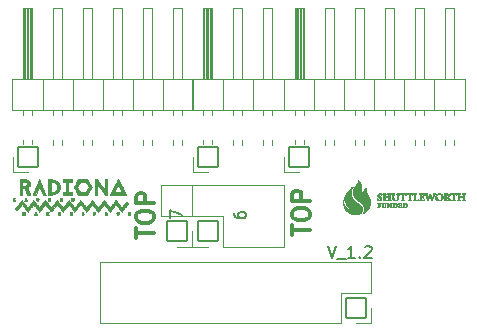
<source format=gto>
G04 #@! TF.GenerationSoftware,KiCad,Pcbnew,7.0.6+dfsg-1*
G04 #@! TF.CreationDate,2023-08-24T12:50:22+02:00*
G04 #@! TF.ProjectId,OV7670,4f563736-3730-42e6-9b69-6361645f7063,v1.2*
G04 #@! TF.SameCoordinates,Original*
G04 #@! TF.FileFunction,Legend,Top*
G04 #@! TF.FilePolarity,Positive*
%FSLAX46Y46*%
G04 Gerber Fmt 4.6, Leading zero omitted, Abs format (unit mm)*
G04 Created by KiCad (PCBNEW 7.0.6+dfsg-1) date 2023-08-24 12:50:22*
%MOMM*%
%LPD*%
G01*
G04 APERTURE LIST*
G04 Aperture macros list*
%AMRoundRect*
0 Rectangle with rounded corners*
0 $1 Rounding radius*
0 $2 $3 $4 $5 $6 $7 $8 $9 X,Y pos of 4 corners*
0 Add a 4 corners polygon primitive as box body*
4,1,4,$2,$3,$4,$5,$6,$7,$8,$9,$2,$3,0*
0 Add four circle primitives for the rounded corners*
1,1,$1+$1,$2,$3*
1,1,$1+$1,$4,$5*
1,1,$1+$1,$6,$7*
1,1,$1+$1,$8,$9*
0 Add four rect primitives between the rounded corners*
20,1,$1+$1,$2,$3,$4,$5,0*
20,1,$1+$1,$4,$5,$6,$7,0*
20,1,$1+$1,$6,$7,$8,$9,0*
20,1,$1+$1,$8,$9,$2,$3,0*%
G04 Aperture macros list end*
%ADD10C,0.200000*%
%ADD11C,0.300000*%
%ADD12C,0.150000*%
%ADD13C,0.120000*%
%ADD14C,0.010000*%
%ADD15RoundRect,0.051000X0.850000X-0.850000X0.850000X0.850000X-0.850000X0.850000X-0.850000X-0.850000X0*%
%ADD16O,1.802000X1.802000*%
%ADD17RoundRect,0.051000X0.850000X0.850000X-0.850000X0.850000X-0.850000X-0.850000X0.850000X-0.850000X0*%
%ADD18RoundRect,0.051000X-0.850000X0.850000X-0.850000X-0.850000X0.850000X-0.850000X0.850000X0.850000X0*%
G04 APERTURE END LIST*
D10*
X82945238Y-43012219D02*
X83278571Y-44012219D01*
X83278571Y-44012219D02*
X83611904Y-43012219D01*
X83707143Y-44107457D02*
X84469047Y-44107457D01*
X85230952Y-44012219D02*
X84659524Y-44012219D01*
X84945238Y-44012219D02*
X84945238Y-43012219D01*
X84945238Y-43012219D02*
X84850000Y-43155076D01*
X84850000Y-43155076D02*
X84754762Y-43250314D01*
X84754762Y-43250314D02*
X84659524Y-43297933D01*
X85659524Y-43916980D02*
X85707143Y-43964600D01*
X85707143Y-43964600D02*
X85659524Y-44012219D01*
X85659524Y-44012219D02*
X85611905Y-43964600D01*
X85611905Y-43964600D02*
X85659524Y-43916980D01*
X85659524Y-43916980D02*
X85659524Y-44012219D01*
X86088095Y-43107457D02*
X86135714Y-43059838D01*
X86135714Y-43059838D02*
X86230952Y-43012219D01*
X86230952Y-43012219D02*
X86469047Y-43012219D01*
X86469047Y-43012219D02*
X86564285Y-43059838D01*
X86564285Y-43059838D02*
X86611904Y-43107457D01*
X86611904Y-43107457D02*
X86659523Y-43202695D01*
X86659523Y-43202695D02*
X86659523Y-43297933D01*
X86659523Y-43297933D02*
X86611904Y-43440790D01*
X86611904Y-43440790D02*
X86040476Y-44012219D01*
X86040476Y-44012219D02*
X86659523Y-44012219D01*
D11*
X79928328Y-42124285D02*
X79928328Y-41267143D01*
X81428328Y-41695714D02*
X79928328Y-41695714D01*
X79928328Y-40481428D02*
X79928328Y-40195714D01*
X79928328Y-40195714D02*
X79999757Y-40052857D01*
X79999757Y-40052857D02*
X80142614Y-39910000D01*
X80142614Y-39910000D02*
X80428328Y-39838571D01*
X80428328Y-39838571D02*
X80928328Y-39838571D01*
X80928328Y-39838571D02*
X81214042Y-39910000D01*
X81214042Y-39910000D02*
X81356900Y-40052857D01*
X81356900Y-40052857D02*
X81428328Y-40195714D01*
X81428328Y-40195714D02*
X81428328Y-40481428D01*
X81428328Y-40481428D02*
X81356900Y-40624286D01*
X81356900Y-40624286D02*
X81214042Y-40767143D01*
X81214042Y-40767143D02*
X80928328Y-40838571D01*
X80928328Y-40838571D02*
X80428328Y-40838571D01*
X80428328Y-40838571D02*
X80142614Y-40767143D01*
X80142614Y-40767143D02*
X79999757Y-40624286D01*
X79999757Y-40624286D02*
X79928328Y-40481428D01*
X81428328Y-39195714D02*
X79928328Y-39195714D01*
X79928328Y-39195714D02*
X79928328Y-38624285D01*
X79928328Y-38624285D02*
X79999757Y-38481428D01*
X79999757Y-38481428D02*
X80071185Y-38409999D01*
X80071185Y-38409999D02*
X80214042Y-38338571D01*
X80214042Y-38338571D02*
X80428328Y-38338571D01*
X80428328Y-38338571D02*
X80571185Y-38409999D01*
X80571185Y-38409999D02*
X80642614Y-38481428D01*
X80642614Y-38481428D02*
X80714042Y-38624285D01*
X80714042Y-38624285D02*
X80714042Y-39195714D01*
X66728328Y-42324285D02*
X66728328Y-41467143D01*
X68228328Y-41895714D02*
X66728328Y-41895714D01*
X66728328Y-40681428D02*
X66728328Y-40395714D01*
X66728328Y-40395714D02*
X66799757Y-40252857D01*
X66799757Y-40252857D02*
X66942614Y-40110000D01*
X66942614Y-40110000D02*
X67228328Y-40038571D01*
X67228328Y-40038571D02*
X67728328Y-40038571D01*
X67728328Y-40038571D02*
X68014042Y-40110000D01*
X68014042Y-40110000D02*
X68156900Y-40252857D01*
X68156900Y-40252857D02*
X68228328Y-40395714D01*
X68228328Y-40395714D02*
X68228328Y-40681428D01*
X68228328Y-40681428D02*
X68156900Y-40824286D01*
X68156900Y-40824286D02*
X68014042Y-40967143D01*
X68014042Y-40967143D02*
X67728328Y-41038571D01*
X67728328Y-41038571D02*
X67228328Y-41038571D01*
X67228328Y-41038571D02*
X66942614Y-40967143D01*
X66942614Y-40967143D02*
X66799757Y-40824286D01*
X66799757Y-40824286D02*
X66728328Y-40681428D01*
X68228328Y-39395714D02*
X66728328Y-39395714D01*
X66728328Y-39395714D02*
X66728328Y-38824285D01*
X66728328Y-38824285D02*
X66799757Y-38681428D01*
X66799757Y-38681428D02*
X66871185Y-38609999D01*
X66871185Y-38609999D02*
X67014042Y-38538571D01*
X67014042Y-38538571D02*
X67228328Y-38538571D01*
X67228328Y-38538571D02*
X67371185Y-38609999D01*
X67371185Y-38609999D02*
X67442614Y-38681428D01*
X67442614Y-38681428D02*
X67514042Y-38824285D01*
X67514042Y-38824285D02*
X67514042Y-39395714D01*
D12*
X75004819Y-41093333D02*
X75719104Y-41093333D01*
X75719104Y-41093333D02*
X75861961Y-41140952D01*
X75861961Y-41140952D02*
X75957200Y-41236190D01*
X75957200Y-41236190D02*
X76004819Y-41379047D01*
X76004819Y-41379047D02*
X76004819Y-41474285D01*
X75004819Y-40188571D02*
X75004819Y-40379047D01*
X75004819Y-40379047D02*
X75052438Y-40474285D01*
X75052438Y-40474285D02*
X75100057Y-40521904D01*
X75100057Y-40521904D02*
X75242914Y-40617142D01*
X75242914Y-40617142D02*
X75433390Y-40664761D01*
X75433390Y-40664761D02*
X75814342Y-40664761D01*
X75814342Y-40664761D02*
X75909580Y-40617142D01*
X75909580Y-40617142D02*
X75957200Y-40569523D01*
X75957200Y-40569523D02*
X76004819Y-40474285D01*
X76004819Y-40474285D02*
X76004819Y-40283809D01*
X76004819Y-40283809D02*
X75957200Y-40188571D01*
X75957200Y-40188571D02*
X75909580Y-40140952D01*
X75909580Y-40140952D02*
X75814342Y-40093333D01*
X75814342Y-40093333D02*
X75576247Y-40093333D01*
X75576247Y-40093333D02*
X75481009Y-40140952D01*
X75481009Y-40140952D02*
X75433390Y-40188571D01*
X75433390Y-40188571D02*
X75385771Y-40283809D01*
X75385771Y-40283809D02*
X75385771Y-40474285D01*
X75385771Y-40474285D02*
X75433390Y-40569523D01*
X75433390Y-40569523D02*
X75481009Y-40617142D01*
X75481009Y-40617142D02*
X75576247Y-40664761D01*
X69604819Y-40993333D02*
X70319104Y-40993333D01*
X70319104Y-40993333D02*
X70461961Y-41040952D01*
X70461961Y-41040952D02*
X70557200Y-41136190D01*
X70557200Y-41136190D02*
X70604819Y-41279047D01*
X70604819Y-41279047D02*
X70604819Y-41374285D01*
X69604819Y-40612380D02*
X69604819Y-39945714D01*
X69604819Y-39945714D02*
X70604819Y-40374285D01*
D13*
X56220000Y-31530000D02*
X71580000Y-31530000D01*
X71580000Y-31530000D02*
X71580000Y-28870000D01*
X71580000Y-28870000D02*
X56220000Y-28870000D01*
X56220000Y-28870000D02*
X56220000Y-31530000D01*
X57170000Y-28870000D02*
X57170000Y-22870000D01*
X57170000Y-22870000D02*
X57930000Y-22870000D01*
X57930000Y-22870000D02*
X57930000Y-28870000D01*
X57230000Y-28870000D02*
X57230000Y-22870000D01*
X57350000Y-28870000D02*
X57350000Y-22870000D01*
X57470000Y-28870000D02*
X57470000Y-22870000D01*
X57590000Y-28870000D02*
X57590000Y-22870000D01*
X57710000Y-28870000D02*
X57710000Y-22870000D01*
X57830000Y-28870000D02*
X57830000Y-22870000D01*
X57170000Y-31927071D02*
X57170000Y-31530000D01*
X57930000Y-31927071D02*
X57930000Y-31530000D01*
X57170000Y-34400000D02*
X57170000Y-34012929D01*
X57930000Y-34400000D02*
X57930000Y-34012929D01*
X58820000Y-31530000D02*
X58820000Y-28870000D01*
X59710000Y-28870000D02*
X59710000Y-22870000D01*
X59710000Y-22870000D02*
X60470000Y-22870000D01*
X60470000Y-22870000D02*
X60470000Y-28870000D01*
X59710000Y-31927071D02*
X59710000Y-31530000D01*
X60470000Y-31927071D02*
X60470000Y-31530000D01*
X59710000Y-34467071D02*
X59710000Y-34012929D01*
X60470000Y-34467071D02*
X60470000Y-34012929D01*
X61360000Y-31530000D02*
X61360000Y-28870000D01*
X62250000Y-28870000D02*
X62250000Y-22870000D01*
X62250000Y-22870000D02*
X63010000Y-22870000D01*
X63010000Y-22870000D02*
X63010000Y-28870000D01*
X62250000Y-31927071D02*
X62250000Y-31530000D01*
X63010000Y-31927071D02*
X63010000Y-31530000D01*
X62250000Y-34467071D02*
X62250000Y-34012929D01*
X63010000Y-34467071D02*
X63010000Y-34012929D01*
X63900000Y-31530000D02*
X63900000Y-28870000D01*
X64790000Y-28870000D02*
X64790000Y-22870000D01*
X64790000Y-22870000D02*
X65550000Y-22870000D01*
X65550000Y-22870000D02*
X65550000Y-28870000D01*
X64790000Y-31927071D02*
X64790000Y-31530000D01*
X65550000Y-31927071D02*
X65550000Y-31530000D01*
X64790000Y-34467071D02*
X64790000Y-34012929D01*
X65550000Y-34467071D02*
X65550000Y-34012929D01*
X66440000Y-31530000D02*
X66440000Y-28870000D01*
X67330000Y-28870000D02*
X67330000Y-22870000D01*
X67330000Y-22870000D02*
X68090000Y-22870000D01*
X68090000Y-22870000D02*
X68090000Y-28870000D01*
X67330000Y-31927071D02*
X67330000Y-31530000D01*
X68090000Y-31927071D02*
X68090000Y-31530000D01*
X67330000Y-34467071D02*
X67330000Y-34012929D01*
X68090000Y-34467071D02*
X68090000Y-34012929D01*
X68980000Y-31530000D02*
X68980000Y-28870000D01*
X69870000Y-28870000D02*
X69870000Y-22870000D01*
X69870000Y-22870000D02*
X70630000Y-22870000D01*
X70630000Y-22870000D02*
X70630000Y-28870000D01*
X69870000Y-31927071D02*
X69870000Y-31530000D01*
X70630000Y-31927071D02*
X70630000Y-31530000D01*
X69870000Y-34467071D02*
X69870000Y-34012929D01*
X70630000Y-34467071D02*
X70630000Y-34012929D01*
X57550000Y-36780000D02*
X56280000Y-36780000D01*
X56280000Y-36780000D02*
X56280000Y-35510000D01*
X79220000Y-31530000D02*
X94580000Y-31530000D01*
X94580000Y-31530000D02*
X94580000Y-28870000D01*
X94580000Y-28870000D02*
X79220000Y-28870000D01*
X79220000Y-28870000D02*
X79220000Y-31530000D01*
X80170000Y-28870000D02*
X80170000Y-22870000D01*
X80170000Y-22870000D02*
X80930000Y-22870000D01*
X80930000Y-22870000D02*
X80930000Y-28870000D01*
X80230000Y-28870000D02*
X80230000Y-22870000D01*
X80350000Y-28870000D02*
X80350000Y-22870000D01*
X80470000Y-28870000D02*
X80470000Y-22870000D01*
X80590000Y-28870000D02*
X80590000Y-22870000D01*
X80710000Y-28870000D02*
X80710000Y-22870000D01*
X80830000Y-28870000D02*
X80830000Y-22870000D01*
X80170000Y-31927071D02*
X80170000Y-31530000D01*
X80930000Y-31927071D02*
X80930000Y-31530000D01*
X80170000Y-34400000D02*
X80170000Y-34012929D01*
X80930000Y-34400000D02*
X80930000Y-34012929D01*
X81820000Y-31530000D02*
X81820000Y-28870000D01*
X82710000Y-28870000D02*
X82710000Y-22870000D01*
X82710000Y-22870000D02*
X83470000Y-22870000D01*
X83470000Y-22870000D02*
X83470000Y-28870000D01*
X82710000Y-31927071D02*
X82710000Y-31530000D01*
X83470000Y-31927071D02*
X83470000Y-31530000D01*
X82710000Y-34467071D02*
X82710000Y-34012929D01*
X83470000Y-34467071D02*
X83470000Y-34012929D01*
X84360000Y-31530000D02*
X84360000Y-28870000D01*
X85250000Y-28870000D02*
X85250000Y-22870000D01*
X85250000Y-22870000D02*
X86010000Y-22870000D01*
X86010000Y-22870000D02*
X86010000Y-28870000D01*
X85250000Y-31927071D02*
X85250000Y-31530000D01*
X86010000Y-31927071D02*
X86010000Y-31530000D01*
X85250000Y-34467071D02*
X85250000Y-34012929D01*
X86010000Y-34467071D02*
X86010000Y-34012929D01*
X86900000Y-31530000D02*
X86900000Y-28870000D01*
X87790000Y-28870000D02*
X87790000Y-22870000D01*
X87790000Y-22870000D02*
X88550000Y-22870000D01*
X88550000Y-22870000D02*
X88550000Y-28870000D01*
X87790000Y-31927071D02*
X87790000Y-31530000D01*
X88550000Y-31927071D02*
X88550000Y-31530000D01*
X87790000Y-34467071D02*
X87790000Y-34012929D01*
X88550000Y-34467071D02*
X88550000Y-34012929D01*
X89440000Y-31530000D02*
X89440000Y-28870000D01*
X90330000Y-28870000D02*
X90330000Y-22870000D01*
X90330000Y-22870000D02*
X91090000Y-22870000D01*
X91090000Y-22870000D02*
X91090000Y-28870000D01*
X90330000Y-31927071D02*
X90330000Y-31530000D01*
X91090000Y-31927071D02*
X91090000Y-31530000D01*
X90330000Y-34467071D02*
X90330000Y-34012929D01*
X91090000Y-34467071D02*
X91090000Y-34012929D01*
X91980000Y-31530000D02*
X91980000Y-28870000D01*
X92870000Y-28870000D02*
X92870000Y-22870000D01*
X92870000Y-22870000D02*
X93630000Y-22870000D01*
X93630000Y-22870000D02*
X93630000Y-28870000D01*
X92870000Y-31927071D02*
X92870000Y-31530000D01*
X93630000Y-31927071D02*
X93630000Y-31530000D01*
X92870000Y-34467071D02*
X92870000Y-34012929D01*
X93630000Y-34467071D02*
X93630000Y-34012929D01*
X80550000Y-36780000D02*
X79280000Y-36780000D01*
X79280000Y-36780000D02*
X79280000Y-35510000D01*
X71470000Y-31530000D02*
X79210000Y-31530000D01*
X79210000Y-31530000D02*
X79210000Y-28870000D01*
X79210000Y-28870000D02*
X71470000Y-28870000D01*
X71470000Y-28870000D02*
X71470000Y-31530000D01*
X72420000Y-28870000D02*
X72420000Y-22870000D01*
X72420000Y-22870000D02*
X73180000Y-22870000D01*
X73180000Y-22870000D02*
X73180000Y-28870000D01*
X72480000Y-28870000D02*
X72480000Y-22870000D01*
X72600000Y-28870000D02*
X72600000Y-22870000D01*
X72720000Y-28870000D02*
X72720000Y-22870000D01*
X72840000Y-28870000D02*
X72840000Y-22870000D01*
X72960000Y-28870000D02*
X72960000Y-22870000D01*
X73080000Y-28870000D02*
X73080000Y-22870000D01*
X72420000Y-31927071D02*
X72420000Y-31530000D01*
X73180000Y-31927071D02*
X73180000Y-31530000D01*
X72420000Y-34400000D02*
X72420000Y-34012929D01*
X73180000Y-34400000D02*
X73180000Y-34012929D01*
X74070000Y-31530000D02*
X74070000Y-28870000D01*
X74960000Y-28870000D02*
X74960000Y-22870000D01*
X74960000Y-22870000D02*
X75720000Y-22870000D01*
X75720000Y-22870000D02*
X75720000Y-28870000D01*
X74960000Y-31927071D02*
X74960000Y-31530000D01*
X75720000Y-31927071D02*
X75720000Y-31530000D01*
X74960000Y-34467071D02*
X74960000Y-34012929D01*
X75720000Y-34467071D02*
X75720000Y-34012929D01*
X76610000Y-31530000D02*
X76610000Y-28870000D01*
X77500000Y-28870000D02*
X77500000Y-22870000D01*
X77500000Y-22870000D02*
X78260000Y-22870000D01*
X78260000Y-22870000D02*
X78260000Y-28870000D01*
X77500000Y-31927071D02*
X77500000Y-31530000D01*
X78260000Y-31927071D02*
X78260000Y-31530000D01*
X77500000Y-34467071D02*
X77500000Y-34012929D01*
X78260000Y-34467071D02*
X78260000Y-34012929D01*
X72800000Y-36780000D02*
X71530000Y-36780000D01*
X71530000Y-36780000D02*
X71530000Y-35510000D01*
X79210000Y-43090000D02*
X79210000Y-37890000D01*
X74070000Y-43090000D02*
X79210000Y-43090000D01*
X71470000Y-37890000D02*
X79210000Y-37890000D01*
X74070000Y-43090000D02*
X74070000Y-40490000D01*
X74070000Y-40490000D02*
X71470000Y-40490000D01*
X71470000Y-40490000D02*
X71470000Y-37890000D01*
X72800000Y-43090000D02*
X71470000Y-43090000D01*
X71470000Y-43090000D02*
X71470000Y-41760000D01*
D14*
X94074843Y-38564702D02*
X94113869Y-38565716D01*
X94140857Y-38567563D01*
X94155681Y-38570220D01*
X94158213Y-38573662D01*
X94148329Y-38577867D01*
X94125900Y-38582810D01*
X94123689Y-38583214D01*
X94105676Y-38589303D01*
X94094102Y-38598543D01*
X94093527Y-38599505D01*
X94091290Y-38609846D01*
X94089395Y-38630388D01*
X94087985Y-38658633D01*
X94087207Y-38692084D01*
X94087100Y-38710357D01*
X94087100Y-38809200D01*
X94391900Y-38809200D01*
X94391806Y-38715537D01*
X94391404Y-38672900D01*
X94389923Y-38641172D01*
X94386798Y-38618570D01*
X94381468Y-38603314D01*
X94373370Y-38593623D01*
X94361943Y-38587715D01*
X94350467Y-38584612D01*
X94327327Y-38579395D01*
X94314628Y-38575816D01*
X94310369Y-38572967D01*
X94312548Y-38569937D01*
X94314846Y-38568427D01*
X94322689Y-38567347D01*
X94340817Y-38566458D01*
X94366819Y-38565770D01*
X94398281Y-38565294D01*
X94432792Y-38565040D01*
X94467938Y-38565019D01*
X94501307Y-38565243D01*
X94530486Y-38565721D01*
X94553063Y-38566464D01*
X94565312Y-38567318D01*
X94570014Y-38569950D01*
X94565145Y-38574481D01*
X94553363Y-38579385D01*
X94537893Y-38583047D01*
X94519312Y-38588031D01*
X94509062Y-38597127D01*
X94505720Y-38604085D01*
X94503971Y-38615400D01*
X94502591Y-38638750D01*
X94501592Y-38673473D01*
X94500987Y-38718908D01*
X94500787Y-38774395D01*
X94501004Y-38839273D01*
X94501155Y-38860934D01*
X94501637Y-38924712D01*
X94502137Y-38976965D01*
X94502874Y-39018866D01*
X94504066Y-39051589D01*
X94505932Y-39076306D01*
X94508689Y-39094191D01*
X94512555Y-39106417D01*
X94517749Y-39114158D01*
X94524489Y-39118587D01*
X94532992Y-39120876D01*
X94543478Y-39122200D01*
X94549864Y-39122906D01*
X94570441Y-39126012D01*
X94580370Y-39129701D01*
X94581699Y-39134940D01*
X94580468Y-39137390D01*
X94573754Y-39138518D01*
X94556613Y-39139485D01*
X94531317Y-39140270D01*
X94500138Y-39140854D01*
X94465348Y-39141215D01*
X94429219Y-39141334D01*
X94394023Y-39141191D01*
X94362032Y-39140764D01*
X94335518Y-39140035D01*
X94326812Y-39139647D01*
X94322115Y-39134566D01*
X94322050Y-39133608D01*
X94327650Y-39129021D01*
X94341625Y-39124648D01*
X94347084Y-39123586D01*
X94365265Y-39118503D01*
X94378520Y-39111289D01*
X94380193Y-39109627D01*
X94383513Y-39100718D01*
X94386206Y-39082235D01*
X94388342Y-39053325D01*
X94389991Y-39013137D01*
X94390848Y-38979949D01*
X94393428Y-38860000D01*
X94085910Y-38860000D01*
X94088092Y-38979684D01*
X94089304Y-39027849D01*
X94091000Y-39064142D01*
X94093245Y-39089382D01*
X94096102Y-39104391D01*
X94098260Y-39108980D01*
X94108901Y-39115248D01*
X94127149Y-39120539D01*
X94138809Y-39122449D01*
X94161993Y-39125913D01*
X94173880Y-39129763D01*
X94175869Y-39134599D01*
X94173776Y-39137389D01*
X94166604Y-39138562D01*
X94149091Y-39139631D01*
X94123596Y-39140567D01*
X94092476Y-39141344D01*
X94058091Y-39141933D01*
X94022800Y-39142306D01*
X93988961Y-39142434D01*
X93958933Y-39142291D01*
X93935074Y-39141847D01*
X93919743Y-39141075D01*
X93915664Y-39140458D01*
X93909029Y-39135494D01*
X93913550Y-39129877D01*
X93927829Y-39124870D01*
X93934334Y-39123586D01*
X93952590Y-39118431D01*
X93965982Y-39111048D01*
X93967671Y-39109361D01*
X93969940Y-39103849D01*
X93971849Y-39092566D01*
X93973441Y-39074499D01*
X93974757Y-39048633D01*
X93975839Y-39013957D01*
X93976728Y-38969458D01*
X93977467Y-38914122D01*
X93978002Y-38858589D01*
X93978532Y-38793339D01*
X93978803Y-38739630D01*
X93978640Y-38696302D01*
X93977867Y-38662195D01*
X93976307Y-38636152D01*
X93973787Y-38617012D01*
X93970129Y-38603616D01*
X93965158Y-38594804D01*
X93958699Y-38589419D01*
X93950576Y-38586300D01*
X93940613Y-38584287D01*
X93936335Y-38583577D01*
X93910966Y-38578730D01*
X93897759Y-38574626D01*
X93896798Y-38571245D01*
X93908169Y-38568569D01*
X93931957Y-38566579D01*
X93968249Y-38565257D01*
X94017129Y-38564584D01*
X94023906Y-38564545D01*
X94074843Y-38564702D01*
G36*
X94074843Y-38564702D02*
G01*
X94113869Y-38565716D01*
X94140857Y-38567563D01*
X94155681Y-38570220D01*
X94158213Y-38573662D01*
X94148329Y-38577867D01*
X94125900Y-38582810D01*
X94123689Y-38583214D01*
X94105676Y-38589303D01*
X94094102Y-38598543D01*
X94093527Y-38599505D01*
X94091290Y-38609846D01*
X94089395Y-38630388D01*
X94087985Y-38658633D01*
X94087207Y-38692084D01*
X94087100Y-38710357D01*
X94087100Y-38809200D01*
X94391900Y-38809200D01*
X94391806Y-38715537D01*
X94391404Y-38672900D01*
X94389923Y-38641172D01*
X94386798Y-38618570D01*
X94381468Y-38603314D01*
X94373370Y-38593623D01*
X94361943Y-38587715D01*
X94350467Y-38584612D01*
X94327327Y-38579395D01*
X94314628Y-38575816D01*
X94310369Y-38572967D01*
X94312548Y-38569937D01*
X94314846Y-38568427D01*
X94322689Y-38567347D01*
X94340817Y-38566458D01*
X94366819Y-38565770D01*
X94398281Y-38565294D01*
X94432792Y-38565040D01*
X94467938Y-38565019D01*
X94501307Y-38565243D01*
X94530486Y-38565721D01*
X94553063Y-38566464D01*
X94565312Y-38567318D01*
X94570014Y-38569950D01*
X94565145Y-38574481D01*
X94553363Y-38579385D01*
X94537893Y-38583047D01*
X94519312Y-38588031D01*
X94509062Y-38597127D01*
X94505720Y-38604085D01*
X94503971Y-38615400D01*
X94502591Y-38638750D01*
X94501592Y-38673473D01*
X94500987Y-38718908D01*
X94500787Y-38774395D01*
X94501004Y-38839273D01*
X94501155Y-38860934D01*
X94501637Y-38924712D01*
X94502137Y-38976965D01*
X94502874Y-39018866D01*
X94504066Y-39051589D01*
X94505932Y-39076306D01*
X94508689Y-39094191D01*
X94512555Y-39106417D01*
X94517749Y-39114158D01*
X94524489Y-39118587D01*
X94532992Y-39120876D01*
X94543478Y-39122200D01*
X94549864Y-39122906D01*
X94570441Y-39126012D01*
X94580370Y-39129701D01*
X94581699Y-39134940D01*
X94580468Y-39137390D01*
X94573754Y-39138518D01*
X94556613Y-39139485D01*
X94531317Y-39140270D01*
X94500138Y-39140854D01*
X94465348Y-39141215D01*
X94429219Y-39141334D01*
X94394023Y-39141191D01*
X94362032Y-39140764D01*
X94335518Y-39140035D01*
X94326812Y-39139647D01*
X94322115Y-39134566D01*
X94322050Y-39133608D01*
X94327650Y-39129021D01*
X94341625Y-39124648D01*
X94347084Y-39123586D01*
X94365265Y-39118503D01*
X94378520Y-39111289D01*
X94380193Y-39109627D01*
X94383513Y-39100718D01*
X94386206Y-39082235D01*
X94388342Y-39053325D01*
X94389991Y-39013137D01*
X94390848Y-38979949D01*
X94393428Y-38860000D01*
X94085910Y-38860000D01*
X94088092Y-38979684D01*
X94089304Y-39027849D01*
X94091000Y-39064142D01*
X94093245Y-39089382D01*
X94096102Y-39104391D01*
X94098260Y-39108980D01*
X94108901Y-39115248D01*
X94127149Y-39120539D01*
X94138809Y-39122449D01*
X94161993Y-39125913D01*
X94173880Y-39129763D01*
X94175869Y-39134599D01*
X94173776Y-39137389D01*
X94166604Y-39138562D01*
X94149091Y-39139631D01*
X94123596Y-39140567D01*
X94092476Y-39141344D01*
X94058091Y-39141933D01*
X94022800Y-39142306D01*
X93988961Y-39142434D01*
X93958933Y-39142291D01*
X93935074Y-39141847D01*
X93919743Y-39141075D01*
X93915664Y-39140458D01*
X93909029Y-39135494D01*
X93913550Y-39129877D01*
X93927829Y-39124870D01*
X93934334Y-39123586D01*
X93952590Y-39118431D01*
X93965982Y-39111048D01*
X93967671Y-39109361D01*
X93969940Y-39103849D01*
X93971849Y-39092566D01*
X93973441Y-39074499D01*
X93974757Y-39048633D01*
X93975839Y-39013957D01*
X93976728Y-38969458D01*
X93977467Y-38914122D01*
X93978002Y-38858589D01*
X93978532Y-38793339D01*
X93978803Y-38739630D01*
X93978640Y-38696302D01*
X93977867Y-38662195D01*
X93976307Y-38636152D01*
X93973787Y-38617012D01*
X93970129Y-38603616D01*
X93965158Y-38594804D01*
X93958699Y-38589419D01*
X93950576Y-38586300D01*
X93940613Y-38584287D01*
X93936335Y-38583577D01*
X93910966Y-38578730D01*
X93897759Y-38574626D01*
X93896798Y-38571245D01*
X93908169Y-38568569D01*
X93931957Y-38566579D01*
X93968249Y-38565257D01*
X94017129Y-38564584D01*
X94023906Y-38564545D01*
X94074843Y-38564702D01*
G37*
X93349437Y-38559968D02*
X93364260Y-38561090D01*
X93390028Y-38562118D01*
X93424984Y-38563019D01*
X93467375Y-38563762D01*
X93515445Y-38564314D01*
X93567438Y-38564643D01*
X93609265Y-38564725D01*
X93833105Y-38564725D01*
X93833102Y-38623991D01*
X93832656Y-38653084D01*
X93831173Y-38671090D01*
X93828430Y-38679595D01*
X93825162Y-38680617D01*
X93818426Y-38673041D01*
X93814049Y-38659806D01*
X93808216Y-38644167D01*
X93795945Y-38632393D01*
X93775768Y-38623914D01*
X93746214Y-38618159D01*
X93705813Y-38614557D01*
X93696157Y-38614038D01*
X93622481Y-38610410D01*
X93624603Y-38851092D01*
X93625344Y-38919779D01*
X93626267Y-38976484D01*
X93627399Y-39021927D01*
X93628767Y-39056824D01*
X93630399Y-39081894D01*
X93632323Y-39097854D01*
X93634395Y-39105146D01*
X93643956Y-39114547D01*
X93661347Y-39120337D01*
X93674944Y-39122411D01*
X93698317Y-39125901D01*
X93710354Y-39129761D01*
X93712414Y-39134554D01*
X93710483Y-39137133D01*
X93703291Y-39138326D01*
X93685779Y-39139402D01*
X93660319Y-39140335D01*
X93629281Y-39141100D01*
X93595035Y-39141671D01*
X93559951Y-39142021D01*
X93526401Y-39142125D01*
X93496754Y-39141956D01*
X93473381Y-39141490D01*
X93458653Y-39140699D01*
X93454745Y-39139929D01*
X93452576Y-39132172D01*
X93462781Y-39125942D01*
X93474098Y-39123148D01*
X93491426Y-39117624D01*
X93503729Y-39109792D01*
X93504261Y-39109193D01*
X93506487Y-39103572D01*
X93508363Y-39091872D01*
X93509926Y-39073118D01*
X93511216Y-39046332D01*
X93512272Y-39010539D01*
X93513131Y-38964764D01*
X93513832Y-38908031D01*
X93514297Y-38855232D01*
X93516169Y-38611100D01*
X93439299Y-38614875D01*
X93400353Y-38616970D01*
X93372010Y-38619257D01*
X93352178Y-38622364D01*
X93338768Y-38626920D01*
X93329690Y-38633552D01*
X93322852Y-38642889D01*
X93318366Y-38651202D01*
X93307372Y-38669979D01*
X93299788Y-38676903D01*
X93295689Y-38672376D01*
X93295154Y-38656799D01*
X93298260Y-38630574D01*
X93305084Y-38594104D01*
X93306268Y-38588543D01*
X93313449Y-38555212D01*
X93349437Y-38559968D01*
G36*
X93349437Y-38559968D02*
G01*
X93364260Y-38561090D01*
X93390028Y-38562118D01*
X93424984Y-38563019D01*
X93467375Y-38563762D01*
X93515445Y-38564314D01*
X93567438Y-38564643D01*
X93609265Y-38564725D01*
X93833105Y-38564725D01*
X93833102Y-38623991D01*
X93832656Y-38653084D01*
X93831173Y-38671090D01*
X93828430Y-38679595D01*
X93825162Y-38680617D01*
X93818426Y-38673041D01*
X93814049Y-38659806D01*
X93808216Y-38644167D01*
X93795945Y-38632393D01*
X93775768Y-38623914D01*
X93746214Y-38618159D01*
X93705813Y-38614557D01*
X93696157Y-38614038D01*
X93622481Y-38610410D01*
X93624603Y-38851092D01*
X93625344Y-38919779D01*
X93626267Y-38976484D01*
X93627399Y-39021927D01*
X93628767Y-39056824D01*
X93630399Y-39081894D01*
X93632323Y-39097854D01*
X93634395Y-39105146D01*
X93643956Y-39114547D01*
X93661347Y-39120337D01*
X93674944Y-39122411D01*
X93698317Y-39125901D01*
X93710354Y-39129761D01*
X93712414Y-39134554D01*
X93710483Y-39137133D01*
X93703291Y-39138326D01*
X93685779Y-39139402D01*
X93660319Y-39140335D01*
X93629281Y-39141100D01*
X93595035Y-39141671D01*
X93559951Y-39142021D01*
X93526401Y-39142125D01*
X93496754Y-39141956D01*
X93473381Y-39141490D01*
X93458653Y-39140699D01*
X93454745Y-39139929D01*
X93452576Y-39132172D01*
X93462781Y-39125942D01*
X93474098Y-39123148D01*
X93491426Y-39117624D01*
X93503729Y-39109792D01*
X93504261Y-39109193D01*
X93506487Y-39103572D01*
X93508363Y-39091872D01*
X93509926Y-39073118D01*
X93511216Y-39046332D01*
X93512272Y-39010539D01*
X93513131Y-38964764D01*
X93513832Y-38908031D01*
X93514297Y-38855232D01*
X93516169Y-38611100D01*
X93439299Y-38614875D01*
X93400353Y-38616970D01*
X93372010Y-38619257D01*
X93352178Y-38622364D01*
X93338768Y-38626920D01*
X93329690Y-38633552D01*
X93322852Y-38642889D01*
X93318366Y-38651202D01*
X93307372Y-38669979D01*
X93299788Y-38676903D01*
X93295689Y-38672376D01*
X93295154Y-38656799D01*
X93298260Y-38630574D01*
X93305084Y-38594104D01*
X93306268Y-38588543D01*
X93313449Y-38555212D01*
X93349437Y-38559968D01*
G37*
X92918277Y-38564418D02*
X92959542Y-38565209D01*
X92999503Y-38566562D01*
X93036163Y-38568456D01*
X93067525Y-38570869D01*
X93091590Y-38573779D01*
X93104015Y-38576382D01*
X93144000Y-38593685D01*
X93174217Y-38618746D01*
X93194209Y-38650982D01*
X93203519Y-38689810D01*
X93204171Y-38704425D01*
X93200329Y-38737409D01*
X93188057Y-38769234D01*
X93166230Y-38802134D01*
X93140194Y-38831713D01*
X93101096Y-38872429D01*
X93127903Y-38907176D01*
X93150022Y-38935047D01*
X93175521Y-38965902D01*
X93202389Y-38997434D01*
X93228613Y-39027335D01*
X93252182Y-39053298D01*
X93271084Y-39073015D01*
X93279396Y-39080930D01*
X93306366Y-39102339D01*
X93331227Y-39115531D01*
X93358437Y-39122964D01*
X93375836Y-39127996D01*
X93381538Y-39134050D01*
X93375194Y-39140129D01*
X93365559Y-39143347D01*
X93347019Y-39145362D01*
X93320134Y-39145129D01*
X93288987Y-39143017D01*
X93257662Y-39139399D01*
X93230240Y-39134648D01*
X93211177Y-39129285D01*
X93189093Y-39116338D01*
X93163252Y-39093481D01*
X93133237Y-39060266D01*
X93098632Y-39016246D01*
X93072885Y-38980787D01*
X93054339Y-38955158D01*
X93037726Y-38933245D01*
X93024738Y-38917209D01*
X93017068Y-38909210D01*
X93016590Y-38908895D01*
X93005592Y-38906419D01*
X92986724Y-38905387D01*
X92971085Y-38905720D01*
X92934575Y-38907625D01*
X92936604Y-39002531D01*
X92937687Y-39036691D01*
X92939301Y-39066873D01*
X92941261Y-39090539D01*
X92943382Y-39105151D01*
X92944309Y-39108041D01*
X92955091Y-39116225D01*
X92975654Y-39121492D01*
X92979106Y-39121928D01*
X93002084Y-39125662D01*
X93012994Y-39130468D01*
X93012444Y-39136631D01*
X93011826Y-39137289D01*
X93004581Y-39138537D01*
X92987084Y-39139648D01*
X92961772Y-39140595D01*
X92931084Y-39141352D01*
X92897457Y-39141893D01*
X92863327Y-39142191D01*
X92831133Y-39142220D01*
X92803312Y-39141953D01*
X92782301Y-39141364D01*
X92770537Y-39140425D01*
X92768948Y-39139929D01*
X92766697Y-39132185D01*
X92776893Y-39126078D01*
X92791341Y-39122845D01*
X92809025Y-39118189D01*
X92818754Y-39109346D01*
X92823091Y-39099598D01*
X92824596Y-39089111D01*
X92825922Y-39067934D01*
X92827063Y-39037783D01*
X92828014Y-39000379D01*
X92828767Y-38957439D01*
X92829318Y-38910682D01*
X92829661Y-38861827D01*
X92829789Y-38812591D01*
X92829696Y-38764694D01*
X92829377Y-38719854D01*
X92828849Y-38681406D01*
X92932358Y-38681406D01*
X92932414Y-38715998D01*
X92932766Y-38745700D01*
X92934575Y-38856825D01*
X92956800Y-38861094D01*
X92985082Y-38863732D01*
X93014726Y-38862029D01*
X93041023Y-38856563D01*
X93058309Y-38848637D01*
X93079595Y-38825788D01*
X93094536Y-38794063D01*
X93102038Y-38756148D01*
X93102710Y-38739592D01*
X93097921Y-38695066D01*
X93084013Y-38659301D01*
X93061189Y-38632503D01*
X93029646Y-38614879D01*
X92989586Y-38606632D01*
X92972999Y-38606000D01*
X92952561Y-38606596D01*
X92941399Y-38609226D01*
X92936113Y-38615150D01*
X92934474Y-38620287D01*
X92933421Y-38631156D01*
X92932704Y-38652328D01*
X92932358Y-38681406D01*
X92828849Y-38681406D01*
X92828826Y-38679790D01*
X92828036Y-38646219D01*
X92827003Y-38620861D01*
X92825719Y-38605433D01*
X92824811Y-38601634D01*
X92813714Y-38592743D01*
X92795296Y-38585174D01*
X92774916Y-38580929D01*
X92768532Y-38580600D01*
X92756838Y-38578044D01*
X92755188Y-38572662D01*
X92762323Y-38569635D01*
X92780139Y-38567298D01*
X92806640Y-38565629D01*
X92839829Y-38564606D01*
X92877707Y-38564210D01*
X92918277Y-38564418D01*
G36*
X92918277Y-38564418D02*
G01*
X92959542Y-38565209D01*
X92999503Y-38566562D01*
X93036163Y-38568456D01*
X93067525Y-38570869D01*
X93091590Y-38573779D01*
X93104015Y-38576382D01*
X93144000Y-38593685D01*
X93174217Y-38618746D01*
X93194209Y-38650982D01*
X93203519Y-38689810D01*
X93204171Y-38704425D01*
X93200329Y-38737409D01*
X93188057Y-38769234D01*
X93166230Y-38802134D01*
X93140194Y-38831713D01*
X93101096Y-38872429D01*
X93127903Y-38907176D01*
X93150022Y-38935047D01*
X93175521Y-38965902D01*
X93202389Y-38997434D01*
X93228613Y-39027335D01*
X93252182Y-39053298D01*
X93271084Y-39073015D01*
X93279396Y-39080930D01*
X93306366Y-39102339D01*
X93331227Y-39115531D01*
X93358437Y-39122964D01*
X93375836Y-39127996D01*
X93381538Y-39134050D01*
X93375194Y-39140129D01*
X93365559Y-39143347D01*
X93347019Y-39145362D01*
X93320134Y-39145129D01*
X93288987Y-39143017D01*
X93257662Y-39139399D01*
X93230240Y-39134648D01*
X93211177Y-39129285D01*
X93189093Y-39116338D01*
X93163252Y-39093481D01*
X93133237Y-39060266D01*
X93098632Y-39016246D01*
X93072885Y-38980787D01*
X93054339Y-38955158D01*
X93037726Y-38933245D01*
X93024738Y-38917209D01*
X93017068Y-38909210D01*
X93016590Y-38908895D01*
X93005592Y-38906419D01*
X92986724Y-38905387D01*
X92971085Y-38905720D01*
X92934575Y-38907625D01*
X92936604Y-39002531D01*
X92937687Y-39036691D01*
X92939301Y-39066873D01*
X92941261Y-39090539D01*
X92943382Y-39105151D01*
X92944309Y-39108041D01*
X92955091Y-39116225D01*
X92975654Y-39121492D01*
X92979106Y-39121928D01*
X93002084Y-39125662D01*
X93012994Y-39130468D01*
X93012444Y-39136631D01*
X93011826Y-39137289D01*
X93004581Y-39138537D01*
X92987084Y-39139648D01*
X92961772Y-39140595D01*
X92931084Y-39141352D01*
X92897457Y-39141893D01*
X92863327Y-39142191D01*
X92831133Y-39142220D01*
X92803312Y-39141953D01*
X92782301Y-39141364D01*
X92770537Y-39140425D01*
X92768948Y-39139929D01*
X92766697Y-39132185D01*
X92776893Y-39126078D01*
X92791341Y-39122845D01*
X92809025Y-39118189D01*
X92818754Y-39109346D01*
X92823091Y-39099598D01*
X92824596Y-39089111D01*
X92825922Y-39067934D01*
X92827063Y-39037783D01*
X92828014Y-39000379D01*
X92828767Y-38957439D01*
X92829318Y-38910682D01*
X92829661Y-38861827D01*
X92829789Y-38812591D01*
X92829696Y-38764694D01*
X92829377Y-38719854D01*
X92828849Y-38681406D01*
X92932358Y-38681406D01*
X92932414Y-38715998D01*
X92932766Y-38745700D01*
X92934575Y-38856825D01*
X92956800Y-38861094D01*
X92985082Y-38863732D01*
X93014726Y-38862029D01*
X93041023Y-38856563D01*
X93058309Y-38848637D01*
X93079595Y-38825788D01*
X93094536Y-38794063D01*
X93102038Y-38756148D01*
X93102710Y-38739592D01*
X93097921Y-38695066D01*
X93084013Y-38659301D01*
X93061189Y-38632503D01*
X93029646Y-38614879D01*
X92989586Y-38606632D01*
X92972999Y-38606000D01*
X92952561Y-38606596D01*
X92941399Y-38609226D01*
X92936113Y-38615150D01*
X92934474Y-38620287D01*
X92933421Y-38631156D01*
X92932704Y-38652328D01*
X92932358Y-38681406D01*
X92828849Y-38681406D01*
X92828826Y-38679790D01*
X92828036Y-38646219D01*
X92827003Y-38620861D01*
X92825719Y-38605433D01*
X92824811Y-38601634D01*
X92813714Y-38592743D01*
X92795296Y-38585174D01*
X92774916Y-38580929D01*
X92768532Y-38580600D01*
X92756838Y-38578044D01*
X92755188Y-38572662D01*
X92762323Y-38569635D01*
X92780139Y-38567298D01*
X92806640Y-38565629D01*
X92839829Y-38564606D01*
X92877707Y-38564210D01*
X92918277Y-38564418D01*
G37*
X91061331Y-38606000D02*
X91058864Y-38629898D01*
X91056310Y-38650460D01*
X91054529Y-38661562D01*
X91049584Y-38672571D01*
X91043274Y-38675660D01*
X91039296Y-38669616D01*
X91039100Y-38666623D01*
X91033484Y-38644986D01*
X91019090Y-38626880D01*
X91005527Y-38619016D01*
X90991091Y-38616179D01*
X90967720Y-38613943D01*
X90939177Y-38612602D01*
X90920516Y-38612350D01*
X90854627Y-38612350D01*
X90858125Y-38811420D01*
X90937500Y-38809967D01*
X90976727Y-38808673D01*
X91004725Y-38806341D01*
X91022935Y-38802806D01*
X91030939Y-38799332D01*
X91042730Y-38792457D01*
X91048723Y-38790150D01*
X91050202Y-38795917D01*
X91050366Y-38811082D01*
X91049465Y-38832441D01*
X91047748Y-38856788D01*
X91045469Y-38880919D01*
X91042876Y-38901628D01*
X91040222Y-38915711D01*
X91038577Y-38919799D01*
X91034284Y-38921907D01*
X91030484Y-38916405D01*
X91026167Y-38901295D01*
X91023680Y-38890345D01*
X91019449Y-38878575D01*
X91011399Y-38870059D01*
X90997554Y-38864107D01*
X90975934Y-38860030D01*
X90944561Y-38857138D01*
X90925049Y-38855945D01*
X90854950Y-38852070D01*
X90854950Y-38956931D01*
X90855018Y-39001404D01*
X90855985Y-39034804D01*
X90858995Y-39058757D01*
X90865190Y-39074887D01*
X90875715Y-39084819D01*
X90891712Y-39090180D01*
X90914324Y-39092593D01*
X90944696Y-39093684D01*
X90951296Y-39093871D01*
X90983105Y-39094589D01*
X91004981Y-39094315D01*
X91019679Y-39092696D01*
X91029950Y-39089380D01*
X91038547Y-39084012D01*
X91040617Y-39082418D01*
X91053893Y-39066915D01*
X91063737Y-39046678D01*
X91064591Y-39043809D01*
X91070148Y-39028166D01*
X91075865Y-39019418D01*
X91077444Y-39018750D01*
X91081169Y-39024443D01*
X91082804Y-39039338D01*
X91082611Y-39060154D01*
X91080851Y-39083613D01*
X91077786Y-39106434D01*
X91073678Y-39125339D01*
X91068788Y-39137049D01*
X91067923Y-39138064D01*
X91060553Y-39139296D01*
X91042409Y-39140328D01*
X91015414Y-39141160D01*
X90981493Y-39141790D01*
X90942570Y-39142219D01*
X90900567Y-39142445D01*
X90857410Y-39142469D01*
X90815023Y-39142290D01*
X90775328Y-39141908D01*
X90740251Y-39141322D01*
X90711715Y-39140531D01*
X90691644Y-39139535D01*
X90681962Y-39138334D01*
X90681557Y-39138157D01*
X90676778Y-39132846D01*
X90682792Y-39128582D01*
X90700525Y-39124745D01*
X90701920Y-39124524D01*
X90712261Y-39122920D01*
X90720744Y-39120862D01*
X90727565Y-39117175D01*
X90732919Y-39110684D01*
X90737000Y-39100214D01*
X90740004Y-39084591D01*
X90742126Y-39062641D01*
X90743561Y-39033187D01*
X90744504Y-38995057D01*
X90745150Y-38947074D01*
X90745694Y-38888064D01*
X90745942Y-38859473D01*
X90746496Y-38794110D01*
X90746787Y-38740289D01*
X90746640Y-38696853D01*
X90745880Y-38662644D01*
X90744331Y-38636506D01*
X90741818Y-38617279D01*
X90738167Y-38603808D01*
X90733201Y-38594934D01*
X90726747Y-38589500D01*
X90718627Y-38586349D01*
X90708669Y-38584322D01*
X90704185Y-38583577D01*
X90680872Y-38579278D01*
X90667087Y-38575643D01*
X90663228Y-38572628D01*
X90669692Y-38570186D01*
X90686878Y-38568272D01*
X90715182Y-38566843D01*
X90755005Y-38565851D01*
X90806742Y-38565254D01*
X90868226Y-38565009D01*
X91065162Y-38564725D01*
X91061331Y-38606000D01*
G36*
X91061331Y-38606000D02*
G01*
X91058864Y-38629898D01*
X91056310Y-38650460D01*
X91054529Y-38661562D01*
X91049584Y-38672571D01*
X91043274Y-38675660D01*
X91039296Y-38669616D01*
X91039100Y-38666623D01*
X91033484Y-38644986D01*
X91019090Y-38626880D01*
X91005527Y-38619016D01*
X90991091Y-38616179D01*
X90967720Y-38613943D01*
X90939177Y-38612602D01*
X90920516Y-38612350D01*
X90854627Y-38612350D01*
X90858125Y-38811420D01*
X90937500Y-38809967D01*
X90976727Y-38808673D01*
X91004725Y-38806341D01*
X91022935Y-38802806D01*
X91030939Y-38799332D01*
X91042730Y-38792457D01*
X91048723Y-38790150D01*
X91050202Y-38795917D01*
X91050366Y-38811082D01*
X91049465Y-38832441D01*
X91047748Y-38856788D01*
X91045469Y-38880919D01*
X91042876Y-38901628D01*
X91040222Y-38915711D01*
X91038577Y-38919799D01*
X91034284Y-38921907D01*
X91030484Y-38916405D01*
X91026167Y-38901295D01*
X91023680Y-38890345D01*
X91019449Y-38878575D01*
X91011399Y-38870059D01*
X90997554Y-38864107D01*
X90975934Y-38860030D01*
X90944561Y-38857138D01*
X90925049Y-38855945D01*
X90854950Y-38852070D01*
X90854950Y-38956931D01*
X90855018Y-39001404D01*
X90855985Y-39034804D01*
X90858995Y-39058757D01*
X90865190Y-39074887D01*
X90875715Y-39084819D01*
X90891712Y-39090180D01*
X90914324Y-39092593D01*
X90944696Y-39093684D01*
X90951296Y-39093871D01*
X90983105Y-39094589D01*
X91004981Y-39094315D01*
X91019679Y-39092696D01*
X91029950Y-39089380D01*
X91038547Y-39084012D01*
X91040617Y-39082418D01*
X91053893Y-39066915D01*
X91063737Y-39046678D01*
X91064591Y-39043809D01*
X91070148Y-39028166D01*
X91075865Y-39019418D01*
X91077444Y-39018750D01*
X91081169Y-39024443D01*
X91082804Y-39039338D01*
X91082611Y-39060154D01*
X91080851Y-39083613D01*
X91077786Y-39106434D01*
X91073678Y-39125339D01*
X91068788Y-39137049D01*
X91067923Y-39138064D01*
X91060553Y-39139296D01*
X91042409Y-39140328D01*
X91015414Y-39141160D01*
X90981493Y-39141790D01*
X90942570Y-39142219D01*
X90900567Y-39142445D01*
X90857410Y-39142469D01*
X90815023Y-39142290D01*
X90775328Y-39141908D01*
X90740251Y-39141322D01*
X90711715Y-39140531D01*
X90691644Y-39139535D01*
X90681962Y-39138334D01*
X90681557Y-39138157D01*
X90676778Y-39132846D01*
X90682792Y-39128582D01*
X90700525Y-39124745D01*
X90701920Y-39124524D01*
X90712261Y-39122920D01*
X90720744Y-39120862D01*
X90727565Y-39117175D01*
X90732919Y-39110684D01*
X90737000Y-39100214D01*
X90740004Y-39084591D01*
X90742126Y-39062641D01*
X90743561Y-39033187D01*
X90744504Y-38995057D01*
X90745150Y-38947074D01*
X90745694Y-38888064D01*
X90745942Y-38859473D01*
X90746496Y-38794110D01*
X90746787Y-38740289D01*
X90746640Y-38696853D01*
X90745880Y-38662644D01*
X90744331Y-38636506D01*
X90741818Y-38617279D01*
X90738167Y-38603808D01*
X90733201Y-38594934D01*
X90726747Y-38589500D01*
X90718627Y-38586349D01*
X90708669Y-38584322D01*
X90704185Y-38583577D01*
X90680872Y-38579278D01*
X90667087Y-38575643D01*
X90663228Y-38572628D01*
X90669692Y-38570186D01*
X90686878Y-38568272D01*
X90715182Y-38566843D01*
X90755005Y-38565851D01*
X90806742Y-38565254D01*
X90868226Y-38565009D01*
X91065162Y-38564725D01*
X91061331Y-38606000D01*
G37*
X90300954Y-38564492D02*
X90335683Y-38565008D01*
X90368468Y-38565909D01*
X90396953Y-38567164D01*
X90418784Y-38568747D01*
X90431606Y-38570627D01*
X90433977Y-38571811D01*
X90429697Y-38576894D01*
X90414934Y-38581385D01*
X90404092Y-38583176D01*
X90383983Y-38586864D01*
X90372674Y-38592505D01*
X90366264Y-38602238D01*
X90365410Y-38604376D01*
X90363608Y-38615849D01*
X90362204Y-38639270D01*
X90361214Y-38673889D01*
X90360650Y-38718960D01*
X90360528Y-38773735D01*
X90360861Y-38837466D01*
X90360900Y-38842080D01*
X90361355Y-38904844D01*
X90361819Y-38956093D01*
X90362743Y-38997004D01*
X90364580Y-39028755D01*
X90367780Y-39052523D01*
X90372796Y-39069486D01*
X90380078Y-39080821D01*
X90390079Y-39087704D01*
X90403249Y-39091315D01*
X90420040Y-39092829D01*
X90440904Y-39093425D01*
X90457471Y-39093899D01*
X90498803Y-39094559D01*
X90529628Y-39092378D01*
X90552001Y-39086369D01*
X90567978Y-39075545D01*
X90579615Y-39058917D01*
X90588968Y-39035498D01*
X90590762Y-39029862D01*
X90596243Y-39019405D01*
X90601624Y-39020161D01*
X90605669Y-39030694D01*
X90607148Y-39048912D01*
X90605360Y-39077853D01*
X90600831Y-39104645D01*
X90594377Y-39125520D01*
X90588391Y-39135413D01*
X90581041Y-39137700D01*
X90563698Y-39139523D01*
X90535817Y-39140903D01*
X90496850Y-39141858D01*
X90446251Y-39142409D01*
X90387382Y-39142575D01*
X90339075Y-39142491D01*
X90294990Y-39142255D01*
X90256693Y-39141887D01*
X90225753Y-39141408D01*
X90203737Y-39140840D01*
X90192213Y-39140204D01*
X90190885Y-39139929D01*
X90188653Y-39132210D01*
X90198767Y-39125982D01*
X90210198Y-39123148D01*
X90227526Y-39117624D01*
X90239829Y-39109793D01*
X90240361Y-39109194D01*
X90242603Y-39103531D01*
X90244493Y-39091747D01*
X90246069Y-39072861D01*
X90247370Y-39045894D01*
X90248437Y-39009868D01*
X90249309Y-38963803D01*
X90250025Y-38906719D01*
X90250465Y-38858457D01*
X90250972Y-38793259D01*
X90251225Y-38739598D01*
X90251051Y-38696311D01*
X90250271Y-38662237D01*
X90248712Y-38636213D01*
X90246197Y-38617075D01*
X90242551Y-38603662D01*
X90237598Y-38594811D01*
X90231162Y-38589359D01*
X90223069Y-38586145D01*
X90213141Y-38584005D01*
X90208885Y-38583237D01*
X90187561Y-38578545D01*
X90178039Y-38574101D01*
X90179443Y-38569453D01*
X90180569Y-38568693D01*
X90189694Y-38566852D01*
X90208650Y-38565541D01*
X90235082Y-38564730D01*
X90266635Y-38564390D01*
X90300954Y-38564492D01*
G36*
X90300954Y-38564492D02*
G01*
X90335683Y-38565008D01*
X90368468Y-38565909D01*
X90396953Y-38567164D01*
X90418784Y-38568747D01*
X90431606Y-38570627D01*
X90433977Y-38571811D01*
X90429697Y-38576894D01*
X90414934Y-38581385D01*
X90404092Y-38583176D01*
X90383983Y-38586864D01*
X90372674Y-38592505D01*
X90366264Y-38602238D01*
X90365410Y-38604376D01*
X90363608Y-38615849D01*
X90362204Y-38639270D01*
X90361214Y-38673889D01*
X90360650Y-38718960D01*
X90360528Y-38773735D01*
X90360861Y-38837466D01*
X90360900Y-38842080D01*
X90361355Y-38904844D01*
X90361819Y-38956093D01*
X90362743Y-38997004D01*
X90364580Y-39028755D01*
X90367780Y-39052523D01*
X90372796Y-39069486D01*
X90380078Y-39080821D01*
X90390079Y-39087704D01*
X90403249Y-39091315D01*
X90420040Y-39092829D01*
X90440904Y-39093425D01*
X90457471Y-39093899D01*
X90498803Y-39094559D01*
X90529628Y-39092378D01*
X90552001Y-39086369D01*
X90567978Y-39075545D01*
X90579615Y-39058917D01*
X90588968Y-39035498D01*
X90590762Y-39029862D01*
X90596243Y-39019405D01*
X90601624Y-39020161D01*
X90605669Y-39030694D01*
X90607148Y-39048912D01*
X90605360Y-39077853D01*
X90600831Y-39104645D01*
X90594377Y-39125520D01*
X90588391Y-39135413D01*
X90581041Y-39137700D01*
X90563698Y-39139523D01*
X90535817Y-39140903D01*
X90496850Y-39141858D01*
X90446251Y-39142409D01*
X90387382Y-39142575D01*
X90339075Y-39142491D01*
X90294990Y-39142255D01*
X90256693Y-39141887D01*
X90225753Y-39141408D01*
X90203737Y-39140840D01*
X90192213Y-39140204D01*
X90190885Y-39139929D01*
X90188653Y-39132210D01*
X90198767Y-39125982D01*
X90210198Y-39123148D01*
X90227526Y-39117624D01*
X90239829Y-39109793D01*
X90240361Y-39109194D01*
X90242603Y-39103531D01*
X90244493Y-39091747D01*
X90246069Y-39072861D01*
X90247370Y-39045894D01*
X90248437Y-39009868D01*
X90249309Y-38963803D01*
X90250025Y-38906719D01*
X90250465Y-38858457D01*
X90250972Y-38793259D01*
X90251225Y-38739598D01*
X90251051Y-38696311D01*
X90250271Y-38662237D01*
X90248712Y-38636213D01*
X90246197Y-38617075D01*
X90242551Y-38603662D01*
X90237598Y-38594811D01*
X90231162Y-38589359D01*
X90223069Y-38586145D01*
X90213141Y-38584005D01*
X90208885Y-38583237D01*
X90187561Y-38578545D01*
X90178039Y-38574101D01*
X90179443Y-38569453D01*
X90180569Y-38568693D01*
X90189694Y-38566852D01*
X90208650Y-38565541D01*
X90235082Y-38564730D01*
X90266635Y-38564390D01*
X90300954Y-38564492D01*
G37*
X89610234Y-38558444D02*
X89632425Y-38561264D01*
X89636390Y-38561833D01*
X89656948Y-38563753D01*
X89688822Y-38565278D01*
X89730631Y-38566382D01*
X89780996Y-38567037D01*
X89838538Y-38567217D01*
X89896100Y-38566943D01*
X90108825Y-38565196D01*
X90108010Y-38584010D01*
X90107446Y-38600600D01*
X90106831Y-38624044D01*
X90106422Y-38643041D01*
X90105175Y-38666273D01*
X90102336Y-38678312D01*
X90097712Y-38680651D01*
X90091043Y-38673033D01*
X90087829Y-38661732D01*
X90081885Y-38644900D01*
X90074419Y-38635045D01*
X90059074Y-38627030D01*
X90033609Y-38620355D01*
X90000571Y-38615455D01*
X89962506Y-38612766D01*
X89941982Y-38612386D01*
X89895789Y-38612350D01*
X89896568Y-38826662D01*
X89896958Y-38895758D01*
X89897625Y-38953178D01*
X89898634Y-38999948D01*
X89900051Y-39037089D01*
X89901940Y-39065626D01*
X89904368Y-39086583D01*
X89907399Y-39100981D01*
X89911099Y-39109846D01*
X89914895Y-39113842D01*
X89925774Y-39117646D01*
X89943985Y-39121495D01*
X89954063Y-39123033D01*
X89971884Y-39126524D01*
X89983065Y-39130883D01*
X89985000Y-39133268D01*
X89979940Y-39139328D01*
X89977062Y-39139946D01*
X89962808Y-39140512D01*
X89939897Y-39140952D01*
X89910683Y-39141267D01*
X89877520Y-39141457D01*
X89842760Y-39141522D01*
X89808757Y-39141462D01*
X89777864Y-39141277D01*
X89752435Y-39140967D01*
X89734822Y-39140534D01*
X89727380Y-39139975D01*
X89727297Y-39139929D01*
X89725108Y-39132653D01*
X89735007Y-39126900D01*
X89749596Y-39123601D01*
X89767275Y-39118743D01*
X89777031Y-39109645D01*
X89781346Y-39099870D01*
X89783335Y-39087450D01*
X89785000Y-39062845D01*
X89786328Y-39026566D01*
X89787304Y-38979126D01*
X89787915Y-38921034D01*
X89788148Y-38852803D01*
X89788150Y-38845576D01*
X89788150Y-38610797D01*
X89707187Y-38615130D01*
X89668365Y-38617692D01*
X89640019Y-38621106D01*
X89619928Y-38626163D01*
X89605867Y-38633654D01*
X89595614Y-38644367D01*
X89587716Y-38657589D01*
X89579150Y-38670405D01*
X89572187Y-38671713D01*
X89570744Y-38670534D01*
X89567958Y-38661908D01*
X89568856Y-38644263D01*
X89573530Y-38616157D01*
X89574425Y-38611631D01*
X89579459Y-38587539D01*
X89583763Y-38568756D01*
X89586623Y-38558337D01*
X89587143Y-38557239D01*
X89594051Y-38557001D01*
X89610234Y-38558444D01*
G36*
X89610234Y-38558444D02*
G01*
X89632425Y-38561264D01*
X89636390Y-38561833D01*
X89656948Y-38563753D01*
X89688822Y-38565278D01*
X89730631Y-38566382D01*
X89780996Y-38567037D01*
X89838538Y-38567217D01*
X89896100Y-38566943D01*
X90108825Y-38565196D01*
X90108010Y-38584010D01*
X90107446Y-38600600D01*
X90106831Y-38624044D01*
X90106422Y-38643041D01*
X90105175Y-38666273D01*
X90102336Y-38678312D01*
X90097712Y-38680651D01*
X90091043Y-38673033D01*
X90087829Y-38661732D01*
X90081885Y-38644900D01*
X90074419Y-38635045D01*
X90059074Y-38627030D01*
X90033609Y-38620355D01*
X90000571Y-38615455D01*
X89962506Y-38612766D01*
X89941982Y-38612386D01*
X89895789Y-38612350D01*
X89896568Y-38826662D01*
X89896958Y-38895758D01*
X89897625Y-38953178D01*
X89898634Y-38999948D01*
X89900051Y-39037089D01*
X89901940Y-39065626D01*
X89904368Y-39086583D01*
X89907399Y-39100981D01*
X89911099Y-39109846D01*
X89914895Y-39113842D01*
X89925774Y-39117646D01*
X89943985Y-39121495D01*
X89954063Y-39123033D01*
X89971884Y-39126524D01*
X89983065Y-39130883D01*
X89985000Y-39133268D01*
X89979940Y-39139328D01*
X89977062Y-39139946D01*
X89962808Y-39140512D01*
X89939897Y-39140952D01*
X89910683Y-39141267D01*
X89877520Y-39141457D01*
X89842760Y-39141522D01*
X89808757Y-39141462D01*
X89777864Y-39141277D01*
X89752435Y-39140967D01*
X89734822Y-39140534D01*
X89727380Y-39139975D01*
X89727297Y-39139929D01*
X89725108Y-39132653D01*
X89735007Y-39126900D01*
X89749596Y-39123601D01*
X89767275Y-39118743D01*
X89777031Y-39109645D01*
X89781346Y-39099870D01*
X89783335Y-39087450D01*
X89785000Y-39062845D01*
X89786328Y-39026566D01*
X89787304Y-38979126D01*
X89787915Y-38921034D01*
X89788148Y-38852803D01*
X89788150Y-38845576D01*
X89788150Y-38610797D01*
X89707187Y-38615130D01*
X89668365Y-38617692D01*
X89640019Y-38621106D01*
X89619928Y-38626163D01*
X89605867Y-38633654D01*
X89595614Y-38644367D01*
X89587716Y-38657589D01*
X89579150Y-38670405D01*
X89572187Y-38671713D01*
X89570744Y-38670534D01*
X89567958Y-38661908D01*
X89568856Y-38644263D01*
X89573530Y-38616157D01*
X89574425Y-38611631D01*
X89579459Y-38587539D01*
X89583763Y-38568756D01*
X89586623Y-38558337D01*
X89587143Y-38557239D01*
X89594051Y-38557001D01*
X89610234Y-38558444D01*
G37*
X89064469Y-38560700D02*
X89075944Y-38562173D01*
X89099579Y-38564276D01*
X89134684Y-38565861D01*
X89180036Y-38566906D01*
X89234414Y-38567388D01*
X89296596Y-38567284D01*
X89334534Y-38566960D01*
X89540936Y-38564725D01*
X89539130Y-38620322D01*
X89537280Y-38650199D01*
X89534172Y-38669284D01*
X89530048Y-38677092D01*
X89525149Y-38673139D01*
X89520105Y-38658467D01*
X89513650Y-38643271D01*
X89502130Y-38631979D01*
X89483810Y-38623936D01*
X89456956Y-38618483D01*
X89419832Y-38614962D01*
X89402794Y-38614001D01*
X89330124Y-38610422D01*
X89332124Y-38854894D01*
X89332775Y-38921534D01*
X89333559Y-38976395D01*
X89334512Y-39020395D01*
X89335671Y-39054454D01*
X89337072Y-39079492D01*
X89338750Y-39096429D01*
X89340743Y-39106183D01*
X89342110Y-39108979D01*
X89352751Y-39115247D01*
X89370999Y-39120539D01*
X89382659Y-39122449D01*
X89405849Y-39125914D01*
X89417739Y-39129767D01*
X89419723Y-39134602D01*
X89417646Y-39137369D01*
X89410466Y-39138555D01*
X89392975Y-39139635D01*
X89367564Y-39140579D01*
X89336622Y-39141359D01*
X89302539Y-39141945D01*
X89267703Y-39142308D01*
X89234506Y-39142418D01*
X89205336Y-39142246D01*
X89182583Y-39141764D01*
X89168636Y-39140941D01*
X89165889Y-39140458D01*
X89159298Y-39135298D01*
X89163628Y-39129259D01*
X89177363Y-39124025D01*
X89181498Y-39123148D01*
X89198826Y-39117624D01*
X89211129Y-39109793D01*
X89211661Y-39109194D01*
X89213889Y-39103559D01*
X89215770Y-39091819D01*
X89217344Y-39073002D01*
X89218648Y-39046134D01*
X89219722Y-39010241D01*
X89220605Y-38964351D01*
X89221336Y-38907490D01*
X89221824Y-38855130D01*
X89223823Y-38610895D01*
X89141653Y-38614693D01*
X89109918Y-38616405D01*
X89082278Y-38618354D01*
X89061483Y-38620312D01*
X89050284Y-38622055D01*
X89049694Y-38622247D01*
X89040618Y-38629495D01*
X89028609Y-38643672D01*
X89022417Y-38652431D01*
X89011208Y-38667170D01*
X89003938Y-38672031D01*
X89002066Y-38670273D01*
X89001732Y-38659921D01*
X89003516Y-38641197D01*
X89006774Y-38618122D01*
X89010862Y-38594720D01*
X89015133Y-38575012D01*
X89018945Y-38563022D01*
X89019380Y-38562228D01*
X89025697Y-38558962D01*
X89040120Y-38558454D01*
X89064469Y-38560700D01*
G36*
X89064469Y-38560700D02*
G01*
X89075944Y-38562173D01*
X89099579Y-38564276D01*
X89134684Y-38565861D01*
X89180036Y-38566906D01*
X89234414Y-38567388D01*
X89296596Y-38567284D01*
X89334534Y-38566960D01*
X89540936Y-38564725D01*
X89539130Y-38620322D01*
X89537280Y-38650199D01*
X89534172Y-38669284D01*
X89530048Y-38677092D01*
X89525149Y-38673139D01*
X89520105Y-38658467D01*
X89513650Y-38643271D01*
X89502130Y-38631979D01*
X89483810Y-38623936D01*
X89456956Y-38618483D01*
X89419832Y-38614962D01*
X89402794Y-38614001D01*
X89330124Y-38610422D01*
X89332124Y-38854894D01*
X89332775Y-38921534D01*
X89333559Y-38976395D01*
X89334512Y-39020395D01*
X89335671Y-39054454D01*
X89337072Y-39079492D01*
X89338750Y-39096429D01*
X89340743Y-39106183D01*
X89342110Y-39108979D01*
X89352751Y-39115247D01*
X89370999Y-39120539D01*
X89382659Y-39122449D01*
X89405849Y-39125914D01*
X89417739Y-39129767D01*
X89419723Y-39134602D01*
X89417646Y-39137369D01*
X89410466Y-39138555D01*
X89392975Y-39139635D01*
X89367564Y-39140579D01*
X89336622Y-39141359D01*
X89302539Y-39141945D01*
X89267703Y-39142308D01*
X89234506Y-39142418D01*
X89205336Y-39142246D01*
X89182583Y-39141764D01*
X89168636Y-39140941D01*
X89165889Y-39140458D01*
X89159298Y-39135298D01*
X89163628Y-39129259D01*
X89177363Y-39124025D01*
X89181498Y-39123148D01*
X89198826Y-39117624D01*
X89211129Y-39109793D01*
X89211661Y-39109194D01*
X89213889Y-39103559D01*
X89215770Y-39091819D01*
X89217344Y-39073002D01*
X89218648Y-39046134D01*
X89219722Y-39010241D01*
X89220605Y-38964351D01*
X89221336Y-38907490D01*
X89221824Y-38855130D01*
X89223823Y-38610895D01*
X89141653Y-38614693D01*
X89109918Y-38616405D01*
X89082278Y-38618354D01*
X89061483Y-38620312D01*
X89050284Y-38622055D01*
X89049694Y-38622247D01*
X89040618Y-38629495D01*
X89028609Y-38643672D01*
X89022417Y-38652431D01*
X89011208Y-38667170D01*
X89003938Y-38672031D01*
X89002066Y-38670273D01*
X89001732Y-38659921D01*
X89003516Y-38641197D01*
X89006774Y-38618122D01*
X89010862Y-38594720D01*
X89015133Y-38575012D01*
X89018945Y-38563022D01*
X89019380Y-38562228D01*
X89025697Y-38558962D01*
X89040120Y-38558454D01*
X89064469Y-38560700D01*
G37*
X87757492Y-38565035D02*
X87796722Y-38566051D01*
X87823536Y-38567884D01*
X87837884Y-38570523D01*
X87839713Y-38573960D01*
X87828971Y-38578184D01*
X87805605Y-38583186D01*
X87805075Y-38583282D01*
X87792565Y-38586523D01*
X87783297Y-38592240D01*
X87776794Y-38602159D01*
X87772576Y-38618009D01*
X87770165Y-38641519D01*
X87769083Y-38674415D01*
X87768850Y-38714127D01*
X87768850Y-38808727D01*
X87906962Y-38810551D01*
X87948387Y-38810999D01*
X87986186Y-38811220D01*
X88018277Y-38811218D01*
X88042576Y-38810995D01*
X88057002Y-38810555D01*
X88059362Y-38810345D01*
X88064897Y-38809145D01*
X88068777Y-38806077D01*
X88071292Y-38799184D01*
X88072734Y-38786512D01*
X88073395Y-38766104D01*
X88073565Y-38736005D01*
X88073556Y-38715095D01*
X88073151Y-38672540D01*
X88071656Y-38640889D01*
X88068506Y-38618358D01*
X88063135Y-38603162D01*
X88054979Y-38593518D01*
X88043472Y-38587640D01*
X88032217Y-38584612D01*
X88009082Y-38579377D01*
X87996390Y-38575766D01*
X87992133Y-38572901D01*
X87994303Y-38569907D01*
X87995993Y-38568800D01*
X88003724Y-38567764D01*
X88021740Y-38566875D01*
X88047623Y-38566148D01*
X88078960Y-38565599D01*
X88113334Y-38565246D01*
X88148330Y-38565104D01*
X88181533Y-38565190D01*
X88210526Y-38565520D01*
X88232896Y-38566111D01*
X88246225Y-38566979D01*
X88247062Y-38567096D01*
X88251565Y-38570067D01*
X88246389Y-38574779D01*
X88234130Y-38579722D01*
X88219643Y-38583047D01*
X88201106Y-38588005D01*
X88190863Y-38597065D01*
X88187407Y-38604250D01*
X88185607Y-38615750D01*
X88184201Y-38639388D01*
X88183199Y-38674611D01*
X88182611Y-38720864D01*
X88182447Y-38777593D01*
X88182717Y-38844242D01*
X88182843Y-38861100D01*
X88183329Y-38924785D01*
X88183821Y-38976950D01*
X88184554Y-39018773D01*
X88185764Y-39051432D01*
X88187688Y-39076104D01*
X88190562Y-39093967D01*
X88194622Y-39106199D01*
X88200103Y-39113977D01*
X88207243Y-39118480D01*
X88216276Y-39120886D01*
X88227441Y-39122372D01*
X88235418Y-39123332D01*
X88254104Y-39126211D01*
X88266836Y-39129008D01*
X88269814Y-39130247D01*
X88271143Y-39133964D01*
X88265962Y-39136779D01*
X88253117Y-39138783D01*
X88231453Y-39140070D01*
X88199817Y-39140733D01*
X88157056Y-39140865D01*
X88138795Y-39140800D01*
X88093973Y-39140598D01*
X88060277Y-39140423D01*
X88036133Y-39140191D01*
X88019968Y-39139818D01*
X88010209Y-39139220D01*
X88005281Y-39138314D01*
X88003612Y-39137016D01*
X88003628Y-39135242D01*
X88003800Y-39133608D01*
X88009400Y-39129021D01*
X88023375Y-39124648D01*
X88028834Y-39123586D01*
X88042433Y-39120851D01*
X88052705Y-39116751D01*
X88060158Y-39109626D01*
X88065298Y-39097815D01*
X88068629Y-39079655D01*
X88070659Y-39053488D01*
X88071892Y-39017650D01*
X88072668Y-38979682D01*
X88074862Y-38860000D01*
X87767637Y-38860000D01*
X87769831Y-38979682D01*
X87771048Y-39027857D01*
X87772748Y-39064157D01*
X87774997Y-39089400D01*
X87777858Y-39104405D01*
X87780010Y-39108978D01*
X87790651Y-39115247D01*
X87808899Y-39120539D01*
X87820559Y-39122449D01*
X87843769Y-39125920D01*
X87855667Y-39129779D01*
X87857636Y-39134613D01*
X87855608Y-39137308D01*
X87848383Y-39138526D01*
X87830841Y-39139614D01*
X87805355Y-39140548D01*
X87774298Y-39141303D01*
X87740044Y-39141854D01*
X87704965Y-39142178D01*
X87671435Y-39142250D01*
X87641827Y-39142046D01*
X87618513Y-39141541D01*
X87603868Y-39140712D01*
X87600049Y-39139929D01*
X87597971Y-39132486D01*
X87608339Y-39126599D01*
X87618986Y-39124063D01*
X87628548Y-39122213D01*
X87636391Y-39119807D01*
X87642698Y-39115667D01*
X87647649Y-39108611D01*
X87651426Y-39097461D01*
X87654210Y-39081035D01*
X87656181Y-39058155D01*
X87657520Y-39027639D01*
X87658410Y-38988309D01*
X87659030Y-38938984D01*
X87659562Y-38878484D01*
X87659727Y-38858551D01*
X87660250Y-38793305D01*
X87660517Y-38739600D01*
X87660350Y-38696275D01*
X87659574Y-38662173D01*
X87658015Y-38636133D01*
X87655496Y-38616996D01*
X87651842Y-38603604D01*
X87646877Y-38594796D01*
X87640425Y-38589413D01*
X87632312Y-38586297D01*
X87622361Y-38584287D01*
X87618085Y-38583577D01*
X87592781Y-38578756D01*
X87579541Y-38574689D01*
X87578466Y-38571352D01*
X87589658Y-38568725D01*
X87613217Y-38566785D01*
X87649244Y-38565512D01*
X87697841Y-38564884D01*
X87705901Y-38564846D01*
X87757492Y-38565035D01*
G36*
X87757492Y-38565035D02*
G01*
X87796722Y-38566051D01*
X87823536Y-38567884D01*
X87837884Y-38570523D01*
X87839713Y-38573960D01*
X87828971Y-38578184D01*
X87805605Y-38583186D01*
X87805075Y-38583282D01*
X87792565Y-38586523D01*
X87783297Y-38592240D01*
X87776794Y-38602159D01*
X87772576Y-38618009D01*
X87770165Y-38641519D01*
X87769083Y-38674415D01*
X87768850Y-38714127D01*
X87768850Y-38808727D01*
X87906962Y-38810551D01*
X87948387Y-38810999D01*
X87986186Y-38811220D01*
X88018277Y-38811218D01*
X88042576Y-38810995D01*
X88057002Y-38810555D01*
X88059362Y-38810345D01*
X88064897Y-38809145D01*
X88068777Y-38806077D01*
X88071292Y-38799184D01*
X88072734Y-38786512D01*
X88073395Y-38766104D01*
X88073565Y-38736005D01*
X88073556Y-38715095D01*
X88073151Y-38672540D01*
X88071656Y-38640889D01*
X88068506Y-38618358D01*
X88063135Y-38603162D01*
X88054979Y-38593518D01*
X88043472Y-38587640D01*
X88032217Y-38584612D01*
X88009082Y-38579377D01*
X87996390Y-38575766D01*
X87992133Y-38572901D01*
X87994303Y-38569907D01*
X87995993Y-38568800D01*
X88003724Y-38567764D01*
X88021740Y-38566875D01*
X88047623Y-38566148D01*
X88078960Y-38565599D01*
X88113334Y-38565246D01*
X88148330Y-38565104D01*
X88181533Y-38565190D01*
X88210526Y-38565520D01*
X88232896Y-38566111D01*
X88246225Y-38566979D01*
X88247062Y-38567096D01*
X88251565Y-38570067D01*
X88246389Y-38574779D01*
X88234130Y-38579722D01*
X88219643Y-38583047D01*
X88201106Y-38588005D01*
X88190863Y-38597065D01*
X88187407Y-38604250D01*
X88185607Y-38615750D01*
X88184201Y-38639388D01*
X88183199Y-38674611D01*
X88182611Y-38720864D01*
X88182447Y-38777593D01*
X88182717Y-38844242D01*
X88182843Y-38861100D01*
X88183329Y-38924785D01*
X88183821Y-38976950D01*
X88184554Y-39018773D01*
X88185764Y-39051432D01*
X88187688Y-39076104D01*
X88190562Y-39093967D01*
X88194622Y-39106199D01*
X88200103Y-39113977D01*
X88207243Y-39118480D01*
X88216276Y-39120886D01*
X88227441Y-39122372D01*
X88235418Y-39123332D01*
X88254104Y-39126211D01*
X88266836Y-39129008D01*
X88269814Y-39130247D01*
X88271143Y-39133964D01*
X88265962Y-39136779D01*
X88253117Y-39138783D01*
X88231453Y-39140070D01*
X88199817Y-39140733D01*
X88157056Y-39140865D01*
X88138795Y-39140800D01*
X88093973Y-39140598D01*
X88060277Y-39140423D01*
X88036133Y-39140191D01*
X88019968Y-39139818D01*
X88010209Y-39139220D01*
X88005281Y-39138314D01*
X88003612Y-39137016D01*
X88003628Y-39135242D01*
X88003800Y-39133608D01*
X88009400Y-39129021D01*
X88023375Y-39124648D01*
X88028834Y-39123586D01*
X88042433Y-39120851D01*
X88052705Y-39116751D01*
X88060158Y-39109626D01*
X88065298Y-39097815D01*
X88068629Y-39079655D01*
X88070659Y-39053488D01*
X88071892Y-39017650D01*
X88072668Y-38979682D01*
X88074862Y-38860000D01*
X87767637Y-38860000D01*
X87769831Y-38979682D01*
X87771048Y-39027857D01*
X87772748Y-39064157D01*
X87774997Y-39089400D01*
X87777858Y-39104405D01*
X87780010Y-39108978D01*
X87790651Y-39115247D01*
X87808899Y-39120539D01*
X87820559Y-39122449D01*
X87843769Y-39125920D01*
X87855667Y-39129779D01*
X87857636Y-39134613D01*
X87855608Y-39137308D01*
X87848383Y-39138526D01*
X87830841Y-39139614D01*
X87805355Y-39140548D01*
X87774298Y-39141303D01*
X87740044Y-39141854D01*
X87704965Y-39142178D01*
X87671435Y-39142250D01*
X87641827Y-39142046D01*
X87618513Y-39141541D01*
X87603868Y-39140712D01*
X87600049Y-39139929D01*
X87597971Y-39132486D01*
X87608339Y-39126599D01*
X87618986Y-39124063D01*
X87628548Y-39122213D01*
X87636391Y-39119807D01*
X87642698Y-39115667D01*
X87647649Y-39108611D01*
X87651426Y-39097461D01*
X87654210Y-39081035D01*
X87656181Y-39058155D01*
X87657520Y-39027639D01*
X87658410Y-38988309D01*
X87659030Y-38938984D01*
X87659562Y-38878484D01*
X87659727Y-38858551D01*
X87660250Y-38793305D01*
X87660517Y-38739600D01*
X87660350Y-38696275D01*
X87659574Y-38662173D01*
X87658015Y-38636133D01*
X87655496Y-38616996D01*
X87651842Y-38603604D01*
X87646877Y-38594796D01*
X87640425Y-38589413D01*
X87632312Y-38586297D01*
X87622361Y-38584287D01*
X87618085Y-38583577D01*
X87592781Y-38578756D01*
X87579541Y-38574689D01*
X87578466Y-38571352D01*
X87589658Y-38568725D01*
X87613217Y-38566785D01*
X87649244Y-38565512D01*
X87697841Y-38564884D01*
X87705901Y-38564846D01*
X87757492Y-38565035D01*
G37*
X92417507Y-38558151D02*
X92479325Y-38568694D01*
X92533600Y-38588634D01*
X92581112Y-38618243D01*
X92615956Y-38650342D01*
X92642462Y-38682739D01*
X92661182Y-38715560D01*
X92673357Y-38752094D01*
X92680226Y-38795631D01*
X92682311Y-38826364D01*
X92683211Y-38860528D01*
X92682109Y-38886766D01*
X92678555Y-38909757D01*
X92672098Y-38934180D01*
X92671827Y-38935076D01*
X92648854Y-38989750D01*
X92615466Y-39039268D01*
X92573435Y-39081511D01*
X92524531Y-39114364D01*
X92519867Y-39116780D01*
X92473995Y-39134438D01*
X92420653Y-39145829D01*
X92363590Y-39150642D01*
X92306556Y-39148564D01*
X92253297Y-39139281D01*
X92252584Y-39139095D01*
X92193645Y-39117718D01*
X92143047Y-39087033D01*
X92101362Y-39047778D01*
X92069163Y-39000692D01*
X92047019Y-38946511D01*
X92035504Y-38885975D01*
X92033941Y-38856825D01*
X92036014Y-38825496D01*
X92150482Y-38825496D01*
X92155190Y-38888419D01*
X92169352Y-38945527D01*
X92192351Y-38995811D01*
X92223571Y-39038260D01*
X92262394Y-39071864D01*
X92308203Y-39095614D01*
X92317508Y-39098884D01*
X92347035Y-39104692D01*
X92382265Y-39105955D01*
X92418253Y-39102975D01*
X92450052Y-39096053D01*
X92465580Y-39089871D01*
X92500593Y-39064848D01*
X92528410Y-39029914D01*
X92548656Y-38985869D01*
X92560958Y-38933514D01*
X92564944Y-38877376D01*
X92560597Y-38810668D01*
X92547167Y-38752204D01*
X92524778Y-38702265D01*
X92493553Y-38661129D01*
X92455540Y-38630282D01*
X92423369Y-38613219D01*
X92389876Y-38603124D01*
X92350474Y-38598779D01*
X92335412Y-38598400D01*
X92287661Y-38603449D01*
X92246279Y-38619183D01*
X92211715Y-38645048D01*
X92184419Y-38680494D01*
X92164841Y-38724969D01*
X92153428Y-38777921D01*
X92150482Y-38825496D01*
X92036014Y-38825496D01*
X92037832Y-38798029D01*
X92051757Y-38745485D01*
X92076498Y-38696740D01*
X92092320Y-38674139D01*
X92129724Y-38632848D01*
X92172349Y-38601081D01*
X92221516Y-38578230D01*
X92278545Y-38563688D01*
X92344755Y-38556846D01*
X92347363Y-38556734D01*
X92417507Y-38558151D01*
G36*
X92417507Y-38558151D02*
G01*
X92479325Y-38568694D01*
X92533600Y-38588634D01*
X92581112Y-38618243D01*
X92615956Y-38650342D01*
X92642462Y-38682739D01*
X92661182Y-38715560D01*
X92673357Y-38752094D01*
X92680226Y-38795631D01*
X92682311Y-38826364D01*
X92683211Y-38860528D01*
X92682109Y-38886766D01*
X92678555Y-38909757D01*
X92672098Y-38934180D01*
X92671827Y-38935076D01*
X92648854Y-38989750D01*
X92615466Y-39039268D01*
X92573435Y-39081511D01*
X92524531Y-39114364D01*
X92519867Y-39116780D01*
X92473995Y-39134438D01*
X92420653Y-39145829D01*
X92363590Y-39150642D01*
X92306556Y-39148564D01*
X92253297Y-39139281D01*
X92252584Y-39139095D01*
X92193645Y-39117718D01*
X92143047Y-39087033D01*
X92101362Y-39047778D01*
X92069163Y-39000692D01*
X92047019Y-38946511D01*
X92035504Y-38885975D01*
X92033941Y-38856825D01*
X92036014Y-38825496D01*
X92150482Y-38825496D01*
X92155190Y-38888419D01*
X92169352Y-38945527D01*
X92192351Y-38995811D01*
X92223571Y-39038260D01*
X92262394Y-39071864D01*
X92308203Y-39095614D01*
X92317508Y-39098884D01*
X92347035Y-39104692D01*
X92382265Y-39105955D01*
X92418253Y-39102975D01*
X92450052Y-39096053D01*
X92465580Y-39089871D01*
X92500593Y-39064848D01*
X92528410Y-39029914D01*
X92548656Y-38985869D01*
X92560958Y-38933514D01*
X92564944Y-38877376D01*
X92560597Y-38810668D01*
X92547167Y-38752204D01*
X92524778Y-38702265D01*
X92493553Y-38661129D01*
X92455540Y-38630282D01*
X92423369Y-38613219D01*
X92389876Y-38603124D01*
X92350474Y-38598779D01*
X92335412Y-38598400D01*
X92287661Y-38603449D01*
X92246279Y-38619183D01*
X92211715Y-38645048D01*
X92184419Y-38680494D01*
X92164841Y-38724969D01*
X92153428Y-38777921D01*
X92150482Y-38825496D01*
X92036014Y-38825496D01*
X92037832Y-38798029D01*
X92051757Y-38745485D01*
X92076498Y-38696740D01*
X92092320Y-38674139D01*
X92129724Y-38632848D01*
X92172349Y-38601081D01*
X92221516Y-38578230D01*
X92278545Y-38563688D01*
X92344755Y-38556846D01*
X92347363Y-38556734D01*
X92417507Y-38558151D01*
G37*
X91264759Y-38564535D02*
X91293341Y-38565592D01*
X91316427Y-38567354D01*
X91331419Y-38569826D01*
X91335810Y-38572204D01*
X91332257Y-38578286D01*
X91320463Y-38581729D01*
X91310174Y-38584541D01*
X91303825Y-38591172D01*
X91301465Y-38603125D01*
X91303139Y-38621905D01*
X91308895Y-38649016D01*
X91318781Y-38685961D01*
X91324325Y-38705288D01*
X91335629Y-38743767D01*
X91347815Y-38784516D01*
X91360310Y-38825691D01*
X91372538Y-38865450D01*
X91383925Y-38901949D01*
X91393897Y-38933345D01*
X91401879Y-38957793D01*
X91407297Y-38973452D01*
X91409441Y-38978458D01*
X91412209Y-38973337D01*
X91418979Y-38957683D01*
X91429215Y-38932827D01*
X91442382Y-38900098D01*
X91457944Y-38860826D01*
X91475366Y-38816339D01*
X91491018Y-38775985D01*
X91512785Y-38719891D01*
X91530620Y-38674618D01*
X91545008Y-38639080D01*
X91556431Y-38612192D01*
X91565376Y-38592866D01*
X91572325Y-38580016D01*
X91577762Y-38572557D01*
X91582173Y-38569402D01*
X91583192Y-38569155D01*
X91586917Y-38568962D01*
X91590583Y-38570210D01*
X91594675Y-38573909D01*
X91599676Y-38581070D01*
X91606072Y-38592703D01*
X91614347Y-38609818D01*
X91624984Y-38633425D01*
X91638469Y-38664534D01*
X91655286Y-38704157D01*
X91675918Y-38753302D01*
X91700852Y-38812981D01*
X91705899Y-38825075D01*
X91722447Y-38864495D01*
X91737545Y-38900003D01*
X91750459Y-38929916D01*
X91760458Y-38952549D01*
X91766812Y-38966220D01*
X91768637Y-38969499D01*
X91771326Y-38964743D01*
X91777075Y-38949606D01*
X91785320Y-38925876D01*
X91795498Y-38895345D01*
X91807045Y-38859802D01*
X91819399Y-38821038D01*
X91831995Y-38780843D01*
X91844270Y-38741006D01*
X91855662Y-38703319D01*
X91865606Y-38669570D01*
X91873539Y-38641551D01*
X91878898Y-38621052D01*
X91880397Y-38614379D01*
X91881616Y-38598877D01*
X91875988Y-38590015D01*
X91871775Y-38587391D01*
X91855053Y-38581727D01*
X91845438Y-38580600D01*
X91835451Y-38577653D01*
X91834448Y-38572662D01*
X91839672Y-38569098D01*
X91853431Y-38566638D01*
X91877030Y-38565156D01*
X91911776Y-38564525D01*
X91919115Y-38564493D01*
X91950610Y-38564590D01*
X91977793Y-38565021D01*
X91997984Y-38565719D01*
X92008506Y-38566617D01*
X92009026Y-38566746D01*
X92014842Y-38571324D01*
X92009658Y-38576803D01*
X91994997Y-38581954D01*
X91988510Y-38583339D01*
X91981509Y-38584843D01*
X91975219Y-38587167D01*
X91969236Y-38591250D01*
X91963155Y-38598030D01*
X91956571Y-38608446D01*
X91949081Y-38623435D01*
X91940280Y-38643937D01*
X91929764Y-38670888D01*
X91917128Y-38705228D01*
X91901967Y-38747894D01*
X91883878Y-38799825D01*
X91862456Y-38861958D01*
X91839143Y-38929850D01*
X91819376Y-38987496D01*
X91803327Y-39034274D01*
X91790546Y-39071310D01*
X91780582Y-39099731D01*
X91772984Y-39120665D01*
X91767304Y-39135240D01*
X91763089Y-39144582D01*
X91759891Y-39149820D01*
X91757258Y-39152080D01*
X91754740Y-39152489D01*
X91751887Y-39152176D01*
X91750364Y-39152100D01*
X91746635Y-39151630D01*
X91742850Y-39149516D01*
X91738495Y-39144697D01*
X91733059Y-39136116D01*
X91726032Y-39122711D01*
X91716900Y-39103426D01*
X91705153Y-39077199D01*
X91690279Y-39042973D01*
X91671766Y-38999687D01*
X91649104Y-38946283D01*
X91636007Y-38915341D01*
X91617583Y-38872327D01*
X91600578Y-38833648D01*
X91585643Y-38800705D01*
X91573432Y-38774902D01*
X91564596Y-38757640D01*
X91559787Y-38750322D01*
X91559255Y-38750241D01*
X91555715Y-38757250D01*
X91548169Y-38774484D01*
X91537277Y-38800353D01*
X91523701Y-38833272D01*
X91508101Y-38871652D01*
X91491138Y-38913905D01*
X91490968Y-38914331D01*
X91473108Y-38958813D01*
X91455792Y-39001436D01*
X91439865Y-39040158D01*
X91426173Y-39072933D01*
X91415563Y-39097718D01*
X91409501Y-39111181D01*
X91395532Y-39136336D01*
X91383334Y-39149087D01*
X91372608Y-39149561D01*
X91363055Y-39137884D01*
X91360341Y-39131951D01*
X91356325Y-39121242D01*
X91348709Y-39100001D01*
X91338012Y-39069711D01*
X91324752Y-39031853D01*
X91309449Y-38987908D01*
X91292621Y-38939359D01*
X91274787Y-38887688D01*
X91273999Y-38885400D01*
X91255928Y-38832991D01*
X91238674Y-38783089D01*
X91222787Y-38737277D01*
X91208821Y-38697139D01*
X91197324Y-38664260D01*
X91188850Y-38640224D01*
X91183948Y-38626614D01*
X91183947Y-38626611D01*
X91171808Y-38601067D01*
X91157618Y-38586403D01*
X91139411Y-38580799D01*
X91134238Y-38580600D01*
X91124250Y-38577652D01*
X91123240Y-38572662D01*
X91130275Y-38569612D01*
X91147393Y-38567233D01*
X91171997Y-38565530D01*
X91201490Y-38564509D01*
X91233276Y-38564175D01*
X91264759Y-38564535D01*
G36*
X91264759Y-38564535D02*
G01*
X91293341Y-38565592D01*
X91316427Y-38567354D01*
X91331419Y-38569826D01*
X91335810Y-38572204D01*
X91332257Y-38578286D01*
X91320463Y-38581729D01*
X91310174Y-38584541D01*
X91303825Y-38591172D01*
X91301465Y-38603125D01*
X91303139Y-38621905D01*
X91308895Y-38649016D01*
X91318781Y-38685961D01*
X91324325Y-38705288D01*
X91335629Y-38743767D01*
X91347815Y-38784516D01*
X91360310Y-38825691D01*
X91372538Y-38865450D01*
X91383925Y-38901949D01*
X91393897Y-38933345D01*
X91401879Y-38957793D01*
X91407297Y-38973452D01*
X91409441Y-38978458D01*
X91412209Y-38973337D01*
X91418979Y-38957683D01*
X91429215Y-38932827D01*
X91442382Y-38900098D01*
X91457944Y-38860826D01*
X91475366Y-38816339D01*
X91491018Y-38775985D01*
X91512785Y-38719891D01*
X91530620Y-38674618D01*
X91545008Y-38639080D01*
X91556431Y-38612192D01*
X91565376Y-38592866D01*
X91572325Y-38580016D01*
X91577762Y-38572557D01*
X91582173Y-38569402D01*
X91583192Y-38569155D01*
X91586917Y-38568962D01*
X91590583Y-38570210D01*
X91594675Y-38573909D01*
X91599676Y-38581070D01*
X91606072Y-38592703D01*
X91614347Y-38609818D01*
X91624984Y-38633425D01*
X91638469Y-38664534D01*
X91655286Y-38704157D01*
X91675918Y-38753302D01*
X91700852Y-38812981D01*
X91705899Y-38825075D01*
X91722447Y-38864495D01*
X91737545Y-38900003D01*
X91750459Y-38929916D01*
X91760458Y-38952549D01*
X91766812Y-38966220D01*
X91768637Y-38969499D01*
X91771326Y-38964743D01*
X91777075Y-38949606D01*
X91785320Y-38925876D01*
X91795498Y-38895345D01*
X91807045Y-38859802D01*
X91819399Y-38821038D01*
X91831995Y-38780843D01*
X91844270Y-38741006D01*
X91855662Y-38703319D01*
X91865606Y-38669570D01*
X91873539Y-38641551D01*
X91878898Y-38621052D01*
X91880397Y-38614379D01*
X91881616Y-38598877D01*
X91875988Y-38590015D01*
X91871775Y-38587391D01*
X91855053Y-38581727D01*
X91845438Y-38580600D01*
X91835451Y-38577653D01*
X91834448Y-38572662D01*
X91839672Y-38569098D01*
X91853431Y-38566638D01*
X91877030Y-38565156D01*
X91911776Y-38564525D01*
X91919115Y-38564493D01*
X91950610Y-38564590D01*
X91977793Y-38565021D01*
X91997984Y-38565719D01*
X92008506Y-38566617D01*
X92009026Y-38566746D01*
X92014842Y-38571324D01*
X92009658Y-38576803D01*
X91994997Y-38581954D01*
X91988510Y-38583339D01*
X91981509Y-38584843D01*
X91975219Y-38587167D01*
X91969236Y-38591250D01*
X91963155Y-38598030D01*
X91956571Y-38608446D01*
X91949081Y-38623435D01*
X91940280Y-38643937D01*
X91929764Y-38670888D01*
X91917128Y-38705228D01*
X91901967Y-38747894D01*
X91883878Y-38799825D01*
X91862456Y-38861958D01*
X91839143Y-38929850D01*
X91819376Y-38987496D01*
X91803327Y-39034274D01*
X91790546Y-39071310D01*
X91780582Y-39099731D01*
X91772984Y-39120665D01*
X91767304Y-39135240D01*
X91763089Y-39144582D01*
X91759891Y-39149820D01*
X91757258Y-39152080D01*
X91754740Y-39152489D01*
X91751887Y-39152176D01*
X91750364Y-39152100D01*
X91746635Y-39151630D01*
X91742850Y-39149516D01*
X91738495Y-39144697D01*
X91733059Y-39136116D01*
X91726032Y-39122711D01*
X91716900Y-39103426D01*
X91705153Y-39077199D01*
X91690279Y-39042973D01*
X91671766Y-38999687D01*
X91649104Y-38946283D01*
X91636007Y-38915341D01*
X91617583Y-38872327D01*
X91600578Y-38833648D01*
X91585643Y-38800705D01*
X91573432Y-38774902D01*
X91564596Y-38757640D01*
X91559787Y-38750322D01*
X91559255Y-38750241D01*
X91555715Y-38757250D01*
X91548169Y-38774484D01*
X91537277Y-38800353D01*
X91523701Y-38833272D01*
X91508101Y-38871652D01*
X91491138Y-38913905D01*
X91490968Y-38914331D01*
X91473108Y-38958813D01*
X91455792Y-39001436D01*
X91439865Y-39040158D01*
X91426173Y-39072933D01*
X91415563Y-39097718D01*
X91409501Y-39111181D01*
X91395532Y-39136336D01*
X91383334Y-39149087D01*
X91372608Y-39149561D01*
X91363055Y-39137884D01*
X91360341Y-39131951D01*
X91356325Y-39121242D01*
X91348709Y-39100001D01*
X91338012Y-39069711D01*
X91324752Y-39031853D01*
X91309449Y-38987908D01*
X91292621Y-38939359D01*
X91274787Y-38887688D01*
X91273999Y-38885400D01*
X91255928Y-38832991D01*
X91238674Y-38783089D01*
X91222787Y-38737277D01*
X91208821Y-38697139D01*
X91197324Y-38664260D01*
X91188850Y-38640224D01*
X91183948Y-38626614D01*
X91183947Y-38626611D01*
X91171808Y-38601067D01*
X91157618Y-38586403D01*
X91139411Y-38580799D01*
X91134238Y-38580600D01*
X91124250Y-38577652D01*
X91123240Y-38572662D01*
X91130275Y-38569612D01*
X91147393Y-38567233D01*
X91171997Y-38565530D01*
X91201490Y-38564509D01*
X91233276Y-38564175D01*
X91264759Y-38564535D01*
G37*
X88889643Y-38564773D02*
X88918205Y-38565773D01*
X88941297Y-38567393D01*
X88956323Y-38569631D01*
X88960778Y-38571811D01*
X88956740Y-38577228D01*
X88943308Y-38581906D01*
X88937859Y-38582940D01*
X88920526Y-38587359D01*
X88908904Y-38593310D01*
X88907451Y-38594904D01*
X88906012Y-38603073D01*
X88904464Y-38622271D01*
X88902885Y-38650828D01*
X88901352Y-38687072D01*
X88899944Y-38729334D01*
X88898738Y-38775944D01*
X88898500Y-38786975D01*
X88897313Y-38841043D01*
X88896159Y-38884095D01*
X88894904Y-38917814D01*
X88893413Y-38943881D01*
X88891551Y-38963978D01*
X88889182Y-38979790D01*
X88886172Y-38992997D01*
X88882387Y-39005282D01*
X88880582Y-39010436D01*
X88857842Y-39056057D01*
X88825227Y-39093705D01*
X88782817Y-39123290D01*
X88774456Y-39127601D01*
X88754260Y-39136989D01*
X88736897Y-39143112D01*
X88718404Y-39146780D01*
X88694818Y-39148802D01*
X88665253Y-39149903D01*
X88626075Y-39149898D01*
X88592044Y-39147784D01*
X88566787Y-39143792D01*
X88565775Y-39143536D01*
X88515654Y-39125175D01*
X88475084Y-39098480D01*
X88443792Y-39063166D01*
X88421504Y-39018948D01*
X88410982Y-38981924D01*
X88408766Y-38964695D01*
X88406890Y-38936442D01*
X88405412Y-38898839D01*
X88404393Y-38853561D01*
X88403892Y-38802280D01*
X88403850Y-38781725D01*
X88403768Y-38727478D01*
X88403324Y-38684544D01*
X88402215Y-38651535D01*
X88400139Y-38627063D01*
X88396797Y-38609741D01*
X88391886Y-38598182D01*
X88385105Y-38590997D01*
X88376152Y-38586800D01*
X88364727Y-38584202D01*
X88360804Y-38583533D01*
X88337565Y-38579215D01*
X88325431Y-38575550D01*
X88322877Y-38571876D01*
X88326460Y-38568635D01*
X88334371Y-38567523D01*
X88352598Y-38566618D01*
X88378761Y-38565930D01*
X88410476Y-38565473D01*
X88445364Y-38565259D01*
X88481040Y-38565299D01*
X88515124Y-38565606D01*
X88545235Y-38566193D01*
X88568989Y-38567071D01*
X88574087Y-38567365D01*
X88580535Y-38569865D01*
X88577226Y-38574624D01*
X88566442Y-38579857D01*
X88553783Y-38583223D01*
X88541995Y-38585806D01*
X88532866Y-38589600D01*
X88526025Y-38596125D01*
X88521105Y-38606900D01*
X88517737Y-38623443D01*
X88515552Y-38647275D01*
X88514182Y-38679914D01*
X88513258Y-38722879D01*
X88512796Y-38752129D01*
X88512301Y-38823847D01*
X88513361Y-38884119D01*
X88516268Y-38934135D01*
X88521312Y-38975086D01*
X88528783Y-39008161D01*
X88538973Y-39034553D01*
X88552172Y-39055450D01*
X88568670Y-39072043D01*
X88588759Y-39085524D01*
X88595016Y-39088877D01*
X88634861Y-39103078D01*
X88675636Y-39106508D01*
X88715085Y-39099848D01*
X88750953Y-39083777D01*
X88780984Y-39058974D01*
X88802875Y-39026224D01*
X88819775Y-38990175D01*
X88819775Y-38798329D01*
X88819766Y-38741272D01*
X88819549Y-38695603D01*
X88818839Y-38660011D01*
X88817350Y-38633184D01*
X88814797Y-38613811D01*
X88810894Y-38600580D01*
X88805356Y-38592181D01*
X88797898Y-38587301D01*
X88788233Y-38584629D01*
X88776078Y-38582854D01*
X88772783Y-38582419D01*
X88756354Y-38578656D01*
X88748717Y-38573551D01*
X88748626Y-38571794D01*
X88755547Y-38569073D01*
X88772559Y-38566972D01*
X88797068Y-38565492D01*
X88826481Y-38564632D01*
X88858204Y-38564393D01*
X88889643Y-38564773D01*
G36*
X88889643Y-38564773D02*
G01*
X88918205Y-38565773D01*
X88941297Y-38567393D01*
X88956323Y-38569631D01*
X88960778Y-38571811D01*
X88956740Y-38577228D01*
X88943308Y-38581906D01*
X88937859Y-38582940D01*
X88920526Y-38587359D01*
X88908904Y-38593310D01*
X88907451Y-38594904D01*
X88906012Y-38603073D01*
X88904464Y-38622271D01*
X88902885Y-38650828D01*
X88901352Y-38687072D01*
X88899944Y-38729334D01*
X88898738Y-38775944D01*
X88898500Y-38786975D01*
X88897313Y-38841043D01*
X88896159Y-38884095D01*
X88894904Y-38917814D01*
X88893413Y-38943881D01*
X88891551Y-38963978D01*
X88889182Y-38979790D01*
X88886172Y-38992997D01*
X88882387Y-39005282D01*
X88880582Y-39010436D01*
X88857842Y-39056057D01*
X88825227Y-39093705D01*
X88782817Y-39123290D01*
X88774456Y-39127601D01*
X88754260Y-39136989D01*
X88736897Y-39143112D01*
X88718404Y-39146780D01*
X88694818Y-39148802D01*
X88665253Y-39149903D01*
X88626075Y-39149898D01*
X88592044Y-39147784D01*
X88566787Y-39143792D01*
X88565775Y-39143536D01*
X88515654Y-39125175D01*
X88475084Y-39098480D01*
X88443792Y-39063166D01*
X88421504Y-39018948D01*
X88410982Y-38981924D01*
X88408766Y-38964695D01*
X88406890Y-38936442D01*
X88405412Y-38898839D01*
X88404393Y-38853561D01*
X88403892Y-38802280D01*
X88403850Y-38781725D01*
X88403768Y-38727478D01*
X88403324Y-38684544D01*
X88402215Y-38651535D01*
X88400139Y-38627063D01*
X88396797Y-38609741D01*
X88391886Y-38598182D01*
X88385105Y-38590997D01*
X88376152Y-38586800D01*
X88364727Y-38584202D01*
X88360804Y-38583533D01*
X88337565Y-38579215D01*
X88325431Y-38575550D01*
X88322877Y-38571876D01*
X88326460Y-38568635D01*
X88334371Y-38567523D01*
X88352598Y-38566618D01*
X88378761Y-38565930D01*
X88410476Y-38565473D01*
X88445364Y-38565259D01*
X88481040Y-38565299D01*
X88515124Y-38565606D01*
X88545235Y-38566193D01*
X88568989Y-38567071D01*
X88574087Y-38567365D01*
X88580535Y-38569865D01*
X88577226Y-38574624D01*
X88566442Y-38579857D01*
X88553783Y-38583223D01*
X88541995Y-38585806D01*
X88532866Y-38589600D01*
X88526025Y-38596125D01*
X88521105Y-38606900D01*
X88517737Y-38623443D01*
X88515552Y-38647275D01*
X88514182Y-38679914D01*
X88513258Y-38722879D01*
X88512796Y-38752129D01*
X88512301Y-38823847D01*
X88513361Y-38884119D01*
X88516268Y-38934135D01*
X88521312Y-38975086D01*
X88528783Y-39008161D01*
X88538973Y-39034553D01*
X88552172Y-39055450D01*
X88568670Y-39072043D01*
X88588759Y-39085524D01*
X88595016Y-39088877D01*
X88634861Y-39103078D01*
X88675636Y-39106508D01*
X88715085Y-39099848D01*
X88750953Y-39083777D01*
X88780984Y-39058974D01*
X88802875Y-39026224D01*
X88819775Y-38990175D01*
X88819775Y-38798329D01*
X88819766Y-38741272D01*
X88819549Y-38695603D01*
X88818839Y-38660011D01*
X88817350Y-38633184D01*
X88814797Y-38613811D01*
X88810894Y-38600580D01*
X88805356Y-38592181D01*
X88797898Y-38587301D01*
X88788233Y-38584629D01*
X88776078Y-38582854D01*
X88772783Y-38582419D01*
X88756354Y-38578656D01*
X88748717Y-38573551D01*
X88748626Y-38571794D01*
X88755547Y-38569073D01*
X88772559Y-38566972D01*
X88797068Y-38565492D01*
X88826481Y-38564632D01*
X88858204Y-38564393D01*
X88889643Y-38564773D01*
G37*
X87407417Y-38557386D02*
X87434076Y-38560164D01*
X87441254Y-38561431D01*
X87477936Y-38569046D01*
X87475755Y-38628280D01*
X87474285Y-38654686D01*
X87472157Y-38676219D01*
X87469723Y-38689766D01*
X87468467Y-38692610D01*
X87461857Y-38692916D01*
X87455519Y-38684313D01*
X87451741Y-38670432D01*
X87451447Y-38665593D01*
X87445544Y-38646556D01*
X87430093Y-38627651D01*
X87408076Y-38611063D01*
X87382478Y-38598975D01*
X87356283Y-38593572D01*
X87352925Y-38593474D01*
X87318230Y-38597642D01*
X87287614Y-38609491D01*
X87263234Y-38627454D01*
X87247247Y-38649961D01*
X87241800Y-38674275D01*
X87243971Y-38694025D01*
X87251405Y-38711964D01*
X87265482Y-38729598D01*
X87287582Y-38748429D01*
X87319085Y-38769963D01*
X87343400Y-38785002D01*
X87382874Y-38809528D01*
X87412905Y-38830175D01*
X87435439Y-38848688D01*
X87452419Y-38866812D01*
X87465790Y-38886292D01*
X87474559Y-38902718D01*
X87487146Y-38941188D01*
X87490817Y-38983761D01*
X87485383Y-39025314D01*
X87479722Y-39042803D01*
X87466704Y-39065024D01*
X87446105Y-39089255D01*
X87421485Y-39112148D01*
X87396405Y-39130355D01*
X87376472Y-39139937D01*
X87353029Y-39144717D01*
X87320999Y-39147912D01*
X87284403Y-39149460D01*
X87247261Y-39149296D01*
X87213596Y-39147354D01*
X87187427Y-39143572D01*
X87185030Y-39143004D01*
X87162643Y-39136328D01*
X87148067Y-39128045D01*
X87139883Y-39115598D01*
X87136670Y-39096428D01*
X87137006Y-39067977D01*
X87137567Y-39057575D01*
X87139630Y-39026448D01*
X87141769Y-39005922D01*
X87144434Y-38993903D01*
X87148074Y-38988295D01*
X87152700Y-38987000D01*
X87158809Y-38992013D01*
X87159285Y-38994937D01*
X87163402Y-39018559D01*
X87173875Y-39045075D01*
X87188158Y-39068322D01*
X87191041Y-39071802D01*
X87217348Y-39092282D01*
X87252728Y-39104639D01*
X87296225Y-39108540D01*
X87296913Y-39108532D01*
X87334184Y-39103133D01*
X87364204Y-39088489D01*
X87385780Y-39065480D01*
X87397720Y-39034987D01*
X87397914Y-39033980D01*
X87400135Y-39005922D01*
X87394843Y-38980892D01*
X87381017Y-38957451D01*
X87357637Y-38934164D01*
X87323681Y-38909593D01*
X87298579Y-38894092D01*
X87250002Y-38862901D01*
X87212715Y-38833062D01*
X87185592Y-38803270D01*
X87167502Y-38772223D01*
X87157318Y-38738614D01*
X87155787Y-38728997D01*
X87156057Y-38687017D01*
X87168182Y-38648987D01*
X87191736Y-38615622D01*
X87226294Y-38587634D01*
X87246918Y-38576195D01*
X87267384Y-38567266D01*
X87287359Y-38561572D01*
X87311227Y-38558209D01*
X87343373Y-38556274D01*
X87343612Y-38556264D01*
X87375454Y-38555991D01*
X87407417Y-38557386D01*
G36*
X87407417Y-38557386D02*
G01*
X87434076Y-38560164D01*
X87441254Y-38561431D01*
X87477936Y-38569046D01*
X87475755Y-38628280D01*
X87474285Y-38654686D01*
X87472157Y-38676219D01*
X87469723Y-38689766D01*
X87468467Y-38692610D01*
X87461857Y-38692916D01*
X87455519Y-38684313D01*
X87451741Y-38670432D01*
X87451447Y-38665593D01*
X87445544Y-38646556D01*
X87430093Y-38627651D01*
X87408076Y-38611063D01*
X87382478Y-38598975D01*
X87356283Y-38593572D01*
X87352925Y-38593474D01*
X87318230Y-38597642D01*
X87287614Y-38609491D01*
X87263234Y-38627454D01*
X87247247Y-38649961D01*
X87241800Y-38674275D01*
X87243971Y-38694025D01*
X87251405Y-38711964D01*
X87265482Y-38729598D01*
X87287582Y-38748429D01*
X87319085Y-38769963D01*
X87343400Y-38785002D01*
X87382874Y-38809528D01*
X87412905Y-38830175D01*
X87435439Y-38848688D01*
X87452419Y-38866812D01*
X87465790Y-38886292D01*
X87474559Y-38902718D01*
X87487146Y-38941188D01*
X87490817Y-38983761D01*
X87485383Y-39025314D01*
X87479722Y-39042803D01*
X87466704Y-39065024D01*
X87446105Y-39089255D01*
X87421485Y-39112148D01*
X87396405Y-39130355D01*
X87376472Y-39139937D01*
X87353029Y-39144717D01*
X87320999Y-39147912D01*
X87284403Y-39149460D01*
X87247261Y-39149296D01*
X87213596Y-39147354D01*
X87187427Y-39143572D01*
X87185030Y-39143004D01*
X87162643Y-39136328D01*
X87148067Y-39128045D01*
X87139883Y-39115598D01*
X87136670Y-39096428D01*
X87137006Y-39067977D01*
X87137567Y-39057575D01*
X87139630Y-39026448D01*
X87141769Y-39005922D01*
X87144434Y-38993903D01*
X87148074Y-38988295D01*
X87152700Y-38987000D01*
X87158809Y-38992013D01*
X87159285Y-38994937D01*
X87163402Y-39018559D01*
X87173875Y-39045075D01*
X87188158Y-39068322D01*
X87191041Y-39071802D01*
X87217348Y-39092282D01*
X87252728Y-39104639D01*
X87296225Y-39108540D01*
X87296913Y-39108532D01*
X87334184Y-39103133D01*
X87364204Y-39088489D01*
X87385780Y-39065480D01*
X87397720Y-39034987D01*
X87397914Y-39033980D01*
X87400135Y-39005922D01*
X87394843Y-38980892D01*
X87381017Y-38957451D01*
X87357637Y-38934164D01*
X87323681Y-38909593D01*
X87298579Y-38894092D01*
X87250002Y-38862901D01*
X87212715Y-38833062D01*
X87185592Y-38803270D01*
X87167502Y-38772223D01*
X87157318Y-38738614D01*
X87155787Y-38728997D01*
X87156057Y-38687017D01*
X87168182Y-38648987D01*
X87191736Y-38615622D01*
X87226294Y-38587634D01*
X87246918Y-38576195D01*
X87267384Y-38567266D01*
X87287359Y-38561572D01*
X87311227Y-38558209D01*
X87343373Y-38556274D01*
X87343612Y-38556264D01*
X87375454Y-38555991D01*
X87407417Y-38557386D01*
G37*
X89444509Y-39376580D02*
X89451600Y-39376873D01*
X89494172Y-39379509D01*
X89526786Y-39383635D01*
X89552160Y-39390004D01*
X89573015Y-39399369D01*
X89592069Y-39412483D01*
X89598027Y-39417421D01*
X89626532Y-39448855D01*
X89644632Y-39486096D01*
X89653107Y-39530776D01*
X89653283Y-39533100D01*
X89652815Y-39577210D01*
X89643835Y-39615194D01*
X89625324Y-39651184D01*
X89623385Y-39654125D01*
X89605794Y-39677049D01*
X89586119Y-39695048D01*
X89562673Y-39708654D01*
X89533766Y-39718402D01*
X89497707Y-39724824D01*
X89452809Y-39728453D01*
X89397380Y-39729823D01*
X89383337Y-39729874D01*
X89343090Y-39729766D01*
X89313870Y-39729279D01*
X89294003Y-39728267D01*
X89281819Y-39726583D01*
X89275645Y-39724081D01*
X89273809Y-39720614D01*
X89273800Y-39720266D01*
X89279529Y-39711968D01*
X89293075Y-39706727D01*
X89308810Y-39700447D01*
X89318475Y-39691428D01*
X89320385Y-39681708D01*
X89322052Y-39661469D01*
X89323376Y-39632891D01*
X89324258Y-39598155D01*
X89324598Y-39559441D01*
X89324600Y-39557155D01*
X89324355Y-39509786D01*
X89323395Y-39473569D01*
X89321382Y-39446963D01*
X89317977Y-39428425D01*
X89312843Y-39416412D01*
X89305640Y-39409383D01*
X89296845Y-39406100D01*
X89394450Y-39406100D01*
X89394547Y-39547387D01*
X89394777Y-39588744D01*
X89395368Y-39625976D01*
X89396257Y-39657153D01*
X89397383Y-39680351D01*
X89398684Y-39693643D01*
X89399309Y-39695877D01*
X89410610Y-39702883D01*
X89430375Y-39705821D01*
X89455123Y-39704944D01*
X89481377Y-39700506D01*
X89505658Y-39692762D01*
X89516688Y-39687315D01*
X89531798Y-39674938D01*
X89548001Y-39656393D01*
X89556294Y-39644414D01*
X89565531Y-39628428D01*
X89571186Y-39614409D01*
X89574110Y-39598378D01*
X89575151Y-39576353D01*
X89575218Y-39555822D01*
X89574435Y-39524537D01*
X89571933Y-39502097D01*
X89567089Y-39484693D01*
X89561606Y-39472775D01*
X89542336Y-39444171D01*
X89518262Y-39423994D01*
X89487612Y-39411448D01*
X89448613Y-39405734D01*
X89411912Y-39405484D01*
X89394450Y-39406100D01*
X89296845Y-39406100D01*
X89296030Y-39405796D01*
X89291206Y-39404946D01*
X89280064Y-39399747D01*
X89276975Y-39393400D01*
X89283029Y-39387462D01*
X89300072Y-39382565D01*
X89326422Y-39378870D01*
X89360399Y-39376535D01*
X89400322Y-39375719D01*
X89444509Y-39376580D01*
G36*
X89444509Y-39376580D02*
G01*
X89451600Y-39376873D01*
X89494172Y-39379509D01*
X89526786Y-39383635D01*
X89552160Y-39390004D01*
X89573015Y-39399369D01*
X89592069Y-39412483D01*
X89598027Y-39417421D01*
X89626532Y-39448855D01*
X89644632Y-39486096D01*
X89653107Y-39530776D01*
X89653283Y-39533100D01*
X89652815Y-39577210D01*
X89643835Y-39615194D01*
X89625324Y-39651184D01*
X89623385Y-39654125D01*
X89605794Y-39677049D01*
X89586119Y-39695048D01*
X89562673Y-39708654D01*
X89533766Y-39718402D01*
X89497707Y-39724824D01*
X89452809Y-39728453D01*
X89397380Y-39729823D01*
X89383337Y-39729874D01*
X89343090Y-39729766D01*
X89313870Y-39729279D01*
X89294003Y-39728267D01*
X89281819Y-39726583D01*
X89275645Y-39724081D01*
X89273809Y-39720614D01*
X89273800Y-39720266D01*
X89279529Y-39711968D01*
X89293075Y-39706727D01*
X89308810Y-39700447D01*
X89318475Y-39691428D01*
X89320385Y-39681708D01*
X89322052Y-39661469D01*
X89323376Y-39632891D01*
X89324258Y-39598155D01*
X89324598Y-39559441D01*
X89324600Y-39557155D01*
X89324355Y-39509786D01*
X89323395Y-39473569D01*
X89321382Y-39446963D01*
X89317977Y-39428425D01*
X89312843Y-39416412D01*
X89305640Y-39409383D01*
X89296845Y-39406100D01*
X89394450Y-39406100D01*
X89394547Y-39547387D01*
X89394777Y-39588744D01*
X89395368Y-39625976D01*
X89396257Y-39657153D01*
X89397383Y-39680351D01*
X89398684Y-39693643D01*
X89399309Y-39695877D01*
X89410610Y-39702883D01*
X89430375Y-39705821D01*
X89455123Y-39704944D01*
X89481377Y-39700506D01*
X89505658Y-39692762D01*
X89516688Y-39687315D01*
X89531798Y-39674938D01*
X89548001Y-39656393D01*
X89556294Y-39644414D01*
X89565531Y-39628428D01*
X89571186Y-39614409D01*
X89574110Y-39598378D01*
X89575151Y-39576353D01*
X89575218Y-39555822D01*
X89574435Y-39524537D01*
X89571933Y-39502097D01*
X89567089Y-39484693D01*
X89561606Y-39472775D01*
X89542336Y-39444171D01*
X89518262Y-39423994D01*
X89487612Y-39411448D01*
X89448613Y-39405734D01*
X89411912Y-39405484D01*
X89394450Y-39406100D01*
X89296845Y-39406100D01*
X89296030Y-39405796D01*
X89291206Y-39404946D01*
X89280064Y-39399747D01*
X89276975Y-39393400D01*
X89283029Y-39387462D01*
X89300072Y-39382565D01*
X89326422Y-39378870D01*
X89360399Y-39376535D01*
X89400322Y-39375719D01*
X89444509Y-39376580D01*
G37*
X88990202Y-39381687D02*
X89030912Y-39382163D01*
X89169025Y-39383875D01*
X89170915Y-39423562D01*
X89171372Y-39446024D01*
X89169734Y-39458346D01*
X89165542Y-39462986D01*
X89163482Y-39463250D01*
X89155655Y-39457703D01*
X89149968Y-39444172D01*
X89149963Y-39444147D01*
X89143291Y-39428409D01*
X89134001Y-39418747D01*
X89122421Y-39415719D01*
X89103182Y-39413706D01*
X89079718Y-39412712D01*
X89055465Y-39412737D01*
X89033860Y-39413786D01*
X89018338Y-39415860D01*
X89012391Y-39418655D01*
X89011664Y-39427425D01*
X89011510Y-39445634D01*
X89011933Y-39470033D01*
X89012313Y-39482155D01*
X89014351Y-39539450D01*
X89061072Y-39539450D01*
X89092421Y-39537810D01*
X89112965Y-39532391D01*
X89124231Y-39522445D01*
X89127748Y-39507223D01*
X89127750Y-39506780D01*
X89131349Y-39496987D01*
X89138862Y-39496206D01*
X89144373Y-39499082D01*
X89147967Y-39506777D01*
X89150195Y-39521726D01*
X89151608Y-39546366D01*
X89151881Y-39553821D01*
X89152603Y-39580438D01*
X89152205Y-39596832D01*
X89150195Y-39605464D01*
X89146077Y-39608796D01*
X89140768Y-39609300D01*
X89130299Y-39605604D01*
X89127750Y-39600228D01*
X89123605Y-39586289D01*
X89110410Y-39577146D01*
X89087025Y-39572305D01*
X89060621Y-39571200D01*
X89037920Y-39571789D01*
X89021104Y-39573347D01*
X89013319Y-39575557D01*
X89013121Y-39575962D01*
X89012879Y-39585633D01*
X89012708Y-39604025D01*
X89012615Y-39627161D01*
X89012606Y-39651063D01*
X89012688Y-39671752D01*
X89012868Y-39685252D01*
X89012932Y-39687087D01*
X89014625Y-39692397D01*
X89020682Y-39695706D01*
X89033471Y-39697468D01*
X89055361Y-39698135D01*
X89071017Y-39698200D01*
X89104832Y-39697407D01*
X89128494Y-39694395D01*
X89144488Y-39688209D01*
X89155298Y-39677895D01*
X89163297Y-39662763D01*
X89172237Y-39647570D01*
X89181197Y-39641035D01*
X89187686Y-39643572D01*
X89189211Y-39655597D01*
X89188814Y-39658512D01*
X89186818Y-39676433D01*
X89185540Y-39698481D01*
X89185422Y-39702962D01*
X89184900Y-39729950D01*
X89032500Y-39729950D01*
X88984674Y-39729908D01*
X88948056Y-39729702D01*
X88921152Y-39729212D01*
X88902470Y-39728318D01*
X88890518Y-39726899D01*
X88883801Y-39724836D01*
X88880828Y-39722007D01*
X88880106Y-39718293D01*
X88880100Y-39717674D01*
X88883147Y-39708743D01*
X88894400Y-39705917D01*
X88898930Y-39705934D01*
X88910988Y-39705875D01*
X88920209Y-39703931D01*
X88926972Y-39698612D01*
X88931659Y-39688428D01*
X88934650Y-39671888D01*
X88936324Y-39647503D01*
X88937063Y-39613782D01*
X88937246Y-39569236D01*
X88937250Y-39555817D01*
X88937130Y-39508440D01*
X88936571Y-39472258D01*
X88935274Y-39445770D01*
X88932939Y-39427470D01*
X88929265Y-39415857D01*
X88923954Y-39409426D01*
X88916706Y-39406675D01*
X88907405Y-39406100D01*
X88895645Y-39402589D01*
X88892800Y-39393276D01*
X88893217Y-39389082D01*
X88895515Y-39385946D01*
X88901266Y-39383739D01*
X88912040Y-39382336D01*
X88929406Y-39381611D01*
X88954937Y-39381437D01*
X88990202Y-39381687D01*
G36*
X88990202Y-39381687D02*
G01*
X89030912Y-39382163D01*
X89169025Y-39383875D01*
X89170915Y-39423562D01*
X89171372Y-39446024D01*
X89169734Y-39458346D01*
X89165542Y-39462986D01*
X89163482Y-39463250D01*
X89155655Y-39457703D01*
X89149968Y-39444172D01*
X89149963Y-39444147D01*
X89143291Y-39428409D01*
X89134001Y-39418747D01*
X89122421Y-39415719D01*
X89103182Y-39413706D01*
X89079718Y-39412712D01*
X89055465Y-39412737D01*
X89033860Y-39413786D01*
X89018338Y-39415860D01*
X89012391Y-39418655D01*
X89011664Y-39427425D01*
X89011510Y-39445634D01*
X89011933Y-39470033D01*
X89012313Y-39482155D01*
X89014351Y-39539450D01*
X89061072Y-39539450D01*
X89092421Y-39537810D01*
X89112965Y-39532391D01*
X89124231Y-39522445D01*
X89127748Y-39507223D01*
X89127750Y-39506780D01*
X89131349Y-39496987D01*
X89138862Y-39496206D01*
X89144373Y-39499082D01*
X89147967Y-39506777D01*
X89150195Y-39521726D01*
X89151608Y-39546366D01*
X89151881Y-39553821D01*
X89152603Y-39580438D01*
X89152205Y-39596832D01*
X89150195Y-39605464D01*
X89146077Y-39608796D01*
X89140768Y-39609300D01*
X89130299Y-39605604D01*
X89127750Y-39600228D01*
X89123605Y-39586289D01*
X89110410Y-39577146D01*
X89087025Y-39572305D01*
X89060621Y-39571200D01*
X89037920Y-39571789D01*
X89021104Y-39573347D01*
X89013319Y-39575557D01*
X89013121Y-39575962D01*
X89012879Y-39585633D01*
X89012708Y-39604025D01*
X89012615Y-39627161D01*
X89012606Y-39651063D01*
X89012688Y-39671752D01*
X89012868Y-39685252D01*
X89012932Y-39687087D01*
X89014625Y-39692397D01*
X89020682Y-39695706D01*
X89033471Y-39697468D01*
X89055361Y-39698135D01*
X89071017Y-39698200D01*
X89104832Y-39697407D01*
X89128494Y-39694395D01*
X89144488Y-39688209D01*
X89155298Y-39677895D01*
X89163297Y-39662763D01*
X89172237Y-39647570D01*
X89181197Y-39641035D01*
X89187686Y-39643572D01*
X89189211Y-39655597D01*
X89188814Y-39658512D01*
X89186818Y-39676433D01*
X89185540Y-39698481D01*
X89185422Y-39702962D01*
X89184900Y-39729950D01*
X89032500Y-39729950D01*
X88984674Y-39729908D01*
X88948056Y-39729702D01*
X88921152Y-39729212D01*
X88902470Y-39728318D01*
X88890518Y-39726899D01*
X88883801Y-39724836D01*
X88880828Y-39722007D01*
X88880106Y-39718293D01*
X88880100Y-39717674D01*
X88883147Y-39708743D01*
X88894400Y-39705917D01*
X88898930Y-39705934D01*
X88910988Y-39705875D01*
X88920209Y-39703931D01*
X88926972Y-39698612D01*
X88931659Y-39688428D01*
X88934650Y-39671888D01*
X88936324Y-39647503D01*
X88937063Y-39613782D01*
X88937246Y-39569236D01*
X88937250Y-39555817D01*
X88937130Y-39508440D01*
X88936571Y-39472258D01*
X88935274Y-39445770D01*
X88932939Y-39427470D01*
X88929265Y-39415857D01*
X88923954Y-39409426D01*
X88916706Y-39406675D01*
X88907405Y-39406100D01*
X88895645Y-39402589D01*
X88892800Y-39393276D01*
X88893217Y-39389082D01*
X88895515Y-39385946D01*
X88901266Y-39383739D01*
X88912040Y-39382336D01*
X88929406Y-39381611D01*
X88954937Y-39381437D01*
X88990202Y-39381687D01*
G37*
X88597811Y-39374937D02*
X88646891Y-39379802D01*
X88687211Y-39389519D01*
X88719879Y-39404404D01*
X88746004Y-39424773D01*
X88766692Y-39450941D01*
X88775029Y-39465677D01*
X88790467Y-39508596D01*
X88794856Y-39552786D01*
X88788887Y-39596135D01*
X88773254Y-39636528D01*
X88748649Y-39671852D01*
X88715766Y-39699994D01*
X88694408Y-39711642D01*
X88681796Y-39716932D01*
X88669313Y-39720880D01*
X88654775Y-39723726D01*
X88635996Y-39725711D01*
X88610792Y-39727077D01*
X88576977Y-39728065D01*
X88538787Y-39728804D01*
X88496599Y-39729493D01*
X88465439Y-39729786D01*
X88443636Y-39729534D01*
X88429521Y-39728584D01*
X88421424Y-39726786D01*
X88417675Y-39723988D01*
X88416603Y-39720038D01*
X88416550Y-39717735D01*
X88420371Y-39707171D01*
X88431155Y-39704550D01*
X88446082Y-39701413D01*
X88453380Y-39696930D01*
X88455906Y-39688212D01*
X88457955Y-39669140D01*
X88459519Y-39642054D01*
X88460588Y-39609290D01*
X88461154Y-39573187D01*
X88461208Y-39536083D01*
X88461078Y-39526126D01*
X88536774Y-39526126D01*
X88536782Y-39563538D01*
X88537010Y-39600326D01*
X88537454Y-39634267D01*
X88538113Y-39663141D01*
X88538983Y-39684728D01*
X88540061Y-39696807D01*
X88540518Y-39698432D01*
X88549185Y-39702325D01*
X88566501Y-39704198D01*
X88588596Y-39704154D01*
X88611598Y-39702294D01*
X88631636Y-39698718D01*
X88640591Y-39695807D01*
X88668327Y-39677815D01*
X88692092Y-39650705D01*
X88705608Y-39625840D01*
X88712342Y-39600099D01*
X88715406Y-39567355D01*
X88714806Y-39532761D01*
X88710553Y-39501468D01*
X88705381Y-39484230D01*
X88689369Y-39456525D01*
X88667346Y-39432384D01*
X88643009Y-39415575D01*
X88634626Y-39412120D01*
X88618317Y-39408479D01*
X88596880Y-39405874D01*
X88574356Y-39404507D01*
X88554787Y-39404579D01*
X88542217Y-39406293D01*
X88540134Y-39407398D01*
X88538999Y-39414630D01*
X88538098Y-39432340D01*
X88537429Y-39458306D01*
X88536989Y-39490308D01*
X88536774Y-39526126D01*
X88461078Y-39526126D01*
X88460741Y-39500316D01*
X88459745Y-39468224D01*
X88458210Y-39442144D01*
X88456128Y-39424416D01*
X88454426Y-39418382D01*
X88442954Y-39408455D01*
X88432201Y-39406100D01*
X88419661Y-39402837D01*
X88416550Y-39394341D01*
X88418134Y-39388373D01*
X88424511Y-39384336D01*
X88438109Y-39381494D01*
X88461363Y-39379111D01*
X88468937Y-39378504D01*
X88538862Y-39374610D01*
X88597811Y-39374937D01*
G36*
X88597811Y-39374937D02*
G01*
X88646891Y-39379802D01*
X88687211Y-39389519D01*
X88719879Y-39404404D01*
X88746004Y-39424773D01*
X88766692Y-39450941D01*
X88775029Y-39465677D01*
X88790467Y-39508596D01*
X88794856Y-39552786D01*
X88788887Y-39596135D01*
X88773254Y-39636528D01*
X88748649Y-39671852D01*
X88715766Y-39699994D01*
X88694408Y-39711642D01*
X88681796Y-39716932D01*
X88669313Y-39720880D01*
X88654775Y-39723726D01*
X88635996Y-39725711D01*
X88610792Y-39727077D01*
X88576977Y-39728065D01*
X88538787Y-39728804D01*
X88496599Y-39729493D01*
X88465439Y-39729786D01*
X88443636Y-39729534D01*
X88429521Y-39728584D01*
X88421424Y-39726786D01*
X88417675Y-39723988D01*
X88416603Y-39720038D01*
X88416550Y-39717735D01*
X88420371Y-39707171D01*
X88431155Y-39704550D01*
X88446082Y-39701413D01*
X88453380Y-39696930D01*
X88455906Y-39688212D01*
X88457955Y-39669140D01*
X88459519Y-39642054D01*
X88460588Y-39609290D01*
X88461154Y-39573187D01*
X88461208Y-39536083D01*
X88461078Y-39526126D01*
X88536774Y-39526126D01*
X88536782Y-39563538D01*
X88537010Y-39600326D01*
X88537454Y-39634267D01*
X88538113Y-39663141D01*
X88538983Y-39684728D01*
X88540061Y-39696807D01*
X88540518Y-39698432D01*
X88549185Y-39702325D01*
X88566501Y-39704198D01*
X88588596Y-39704154D01*
X88611598Y-39702294D01*
X88631636Y-39698718D01*
X88640591Y-39695807D01*
X88668327Y-39677815D01*
X88692092Y-39650705D01*
X88705608Y-39625840D01*
X88712342Y-39600099D01*
X88715406Y-39567355D01*
X88714806Y-39532761D01*
X88710553Y-39501468D01*
X88705381Y-39484230D01*
X88689369Y-39456525D01*
X88667346Y-39432384D01*
X88643009Y-39415575D01*
X88634626Y-39412120D01*
X88618317Y-39408479D01*
X88596880Y-39405874D01*
X88574356Y-39404507D01*
X88554787Y-39404579D01*
X88542217Y-39406293D01*
X88540134Y-39407398D01*
X88538999Y-39414630D01*
X88538098Y-39432340D01*
X88537429Y-39458306D01*
X88536989Y-39490308D01*
X88536774Y-39526126D01*
X88461078Y-39526126D01*
X88460741Y-39500316D01*
X88459745Y-39468224D01*
X88458210Y-39442144D01*
X88456128Y-39424416D01*
X88454426Y-39418382D01*
X88442954Y-39408455D01*
X88432201Y-39406100D01*
X88419661Y-39402837D01*
X88416550Y-39394341D01*
X88418134Y-39388373D01*
X88424511Y-39384336D01*
X88438109Y-39381494D01*
X88461363Y-39379111D01*
X88468937Y-39378504D01*
X88538862Y-39374610D01*
X88597811Y-39374937D01*
G37*
X87400550Y-39421975D02*
X87399914Y-39445126D01*
X87397641Y-39457994D01*
X87393186Y-39462947D01*
X87391025Y-39463250D01*
X87383349Y-39457754D01*
X87381500Y-39447828D01*
X87379066Y-39432199D01*
X87370561Y-39421734D01*
X87354176Y-39415563D01*
X87328105Y-39412817D01*
X87308021Y-39412450D01*
X87254500Y-39412450D01*
X87254500Y-39539450D01*
X87295255Y-39539450D01*
X87323349Y-39538787D01*
X87341859Y-39536033D01*
X87353869Y-39530042D01*
X87362460Y-39519667D01*
X87366130Y-39513072D01*
X87374679Y-39500285D01*
X87381028Y-39499457D01*
X87385263Y-39510753D01*
X87387466Y-39534337D01*
X87387850Y-39555699D01*
X87386864Y-39585849D01*
X87383752Y-39603742D01*
X87378279Y-39609682D01*
X87370212Y-39603971D01*
X87361157Y-39590209D01*
X87355059Y-39580587D01*
X87348186Y-39574922D01*
X87337268Y-39572167D01*
X87319036Y-39571276D01*
X87301807Y-39571200D01*
X87253274Y-39571200D01*
X87255474Y-39631218D01*
X87257272Y-39663180D01*
X87260442Y-39684562D01*
X87265823Y-39697472D01*
X87274252Y-39704018D01*
X87285303Y-39706224D01*
X87296709Y-39711532D01*
X87298950Y-39718601D01*
X87297857Y-39723412D01*
X87293194Y-39726642D01*
X87282888Y-39728598D01*
X87264861Y-39729591D01*
X87237039Y-39729929D01*
X87222750Y-39729950D01*
X87190552Y-39729814D01*
X87168955Y-39729182D01*
X87155861Y-39727716D01*
X87149171Y-39725076D01*
X87146786Y-39720927D01*
X87146550Y-39717671D01*
X87151062Y-39707488D01*
X87164012Y-39703384D01*
X87181475Y-39701375D01*
X87183189Y-39566256D01*
X87183615Y-39516621D01*
X87183335Y-39478269D01*
X87182139Y-39449792D01*
X87179814Y-39429782D01*
X87176146Y-39416832D01*
X87170924Y-39409534D01*
X87163936Y-39406480D01*
X87159026Y-39406100D01*
X87148571Y-39401500D01*
X87146550Y-39393400D01*
X87147049Y-39389086D01*
X87149639Y-39385878D01*
X87155955Y-39383613D01*
X87167634Y-39382127D01*
X87186312Y-39381257D01*
X87213627Y-39380838D01*
X87251214Y-39380708D01*
X87273550Y-39380700D01*
X87400550Y-39380700D01*
X87400550Y-39421975D01*
G36*
X87400550Y-39421975D02*
G01*
X87399914Y-39445126D01*
X87397641Y-39457994D01*
X87393186Y-39462947D01*
X87391025Y-39463250D01*
X87383349Y-39457754D01*
X87381500Y-39447828D01*
X87379066Y-39432199D01*
X87370561Y-39421734D01*
X87354176Y-39415563D01*
X87328105Y-39412817D01*
X87308021Y-39412450D01*
X87254500Y-39412450D01*
X87254500Y-39539450D01*
X87295255Y-39539450D01*
X87323349Y-39538787D01*
X87341859Y-39536033D01*
X87353869Y-39530042D01*
X87362460Y-39519667D01*
X87366130Y-39513072D01*
X87374679Y-39500285D01*
X87381028Y-39499457D01*
X87385263Y-39510753D01*
X87387466Y-39534337D01*
X87387850Y-39555699D01*
X87386864Y-39585849D01*
X87383752Y-39603742D01*
X87378279Y-39609682D01*
X87370212Y-39603971D01*
X87361157Y-39590209D01*
X87355059Y-39580587D01*
X87348186Y-39574922D01*
X87337268Y-39572167D01*
X87319036Y-39571276D01*
X87301807Y-39571200D01*
X87253274Y-39571200D01*
X87255474Y-39631218D01*
X87257272Y-39663180D01*
X87260442Y-39684562D01*
X87265823Y-39697472D01*
X87274252Y-39704018D01*
X87285303Y-39706224D01*
X87296709Y-39711532D01*
X87298950Y-39718601D01*
X87297857Y-39723412D01*
X87293194Y-39726642D01*
X87282888Y-39728598D01*
X87264861Y-39729591D01*
X87237039Y-39729929D01*
X87222750Y-39729950D01*
X87190552Y-39729814D01*
X87168955Y-39729182D01*
X87155861Y-39727716D01*
X87149171Y-39725076D01*
X87146786Y-39720927D01*
X87146550Y-39717671D01*
X87151062Y-39707488D01*
X87164012Y-39703384D01*
X87181475Y-39701375D01*
X87183189Y-39566256D01*
X87183615Y-39516621D01*
X87183335Y-39478269D01*
X87182139Y-39449792D01*
X87179814Y-39429782D01*
X87176146Y-39416832D01*
X87170924Y-39409534D01*
X87163936Y-39406480D01*
X87159026Y-39406100D01*
X87148571Y-39401500D01*
X87146550Y-39393400D01*
X87147049Y-39389086D01*
X87149639Y-39385878D01*
X87155955Y-39383613D01*
X87167634Y-39382127D01*
X87186312Y-39381257D01*
X87213627Y-39380838D01*
X87251214Y-39380708D01*
X87273550Y-39380700D01*
X87400550Y-39380700D01*
X87400550Y-39421975D01*
G37*
X88146835Y-39489993D02*
X88174279Y-39522079D01*
X88199321Y-39551296D01*
X88220659Y-39576131D01*
X88236990Y-39595070D01*
X88247015Y-39606598D01*
X88249221Y-39609073D01*
X88252535Y-39610968D01*
X88254893Y-39607298D01*
X88256445Y-39596530D01*
X88257343Y-39577129D01*
X88257739Y-39547560D01*
X88257800Y-39522214D01*
X88257469Y-39480965D01*
X88256138Y-39450733D01*
X88253297Y-39429841D01*
X88248434Y-39416617D01*
X88241040Y-39409386D01*
X88230605Y-39406472D01*
X88222421Y-39406100D01*
X88210204Y-39402936D01*
X88207000Y-39393400D01*
X88207871Y-39387619D01*
X88212018Y-39383919D01*
X88221739Y-39381839D01*
X88239333Y-39380919D01*
X88267099Y-39380701D01*
X88270500Y-39380700D01*
X88299401Y-39380874D01*
X88317902Y-39381703D01*
X88328302Y-39383647D01*
X88332900Y-39387166D01*
X88333994Y-39392719D01*
X88334000Y-39393400D01*
X88329937Y-39403644D01*
X88319395Y-39406100D01*
X88310509Y-39406579D01*
X88303586Y-39408955D01*
X88298383Y-39414635D01*
X88294653Y-39425026D01*
X88292153Y-39441535D01*
X88290637Y-39465570D01*
X88289862Y-39498537D01*
X88289582Y-39541844D01*
X88289550Y-39577761D01*
X88289507Y-39627137D01*
X88289236Y-39665193D01*
X88288518Y-39693308D01*
X88287136Y-39712862D01*
X88284872Y-39725235D01*
X88281509Y-39731807D01*
X88276829Y-39733957D01*
X88270616Y-39733066D01*
X88265334Y-39731403D01*
X88259174Y-39726026D01*
X88245924Y-39712225D01*
X88226716Y-39691254D01*
X88202680Y-39664367D01*
X88174949Y-39632818D01*
X88144653Y-39597864D01*
X88139921Y-39592362D01*
X88022850Y-39456101D01*
X88022850Y-39569587D01*
X88023056Y-39613913D01*
X88023931Y-39647186D01*
X88025858Y-39671050D01*
X88029218Y-39687148D01*
X88034395Y-39697125D01*
X88041771Y-39702624D01*
X88051730Y-39705289D01*
X88054535Y-39705688D01*
X88067619Y-39711299D01*
X88072463Y-39718837D01*
X88072253Y-39723878D01*
X88067868Y-39727125D01*
X88057146Y-39728961D01*
X88037924Y-39729774D01*
X88010150Y-39729950D01*
X87980860Y-39729723D01*
X87962134Y-39728804D01*
X87951842Y-39726833D01*
X87947850Y-39723451D01*
X87947771Y-39719437D01*
X87954990Y-39709928D01*
X87962351Y-39707091D01*
X87971423Y-39704850D01*
X87978371Y-39700105D01*
X87983474Y-39691335D01*
X87987011Y-39677020D01*
X87989262Y-39655637D01*
X87990505Y-39625667D01*
X87991021Y-39585588D01*
X87991100Y-39550612D01*
X87991100Y-39418151D01*
X87968435Y-39408682D01*
X87952115Y-39399978D01*
X87948276Y-39392830D01*
X87956781Y-39387346D01*
X87977495Y-39383634D01*
X88001938Y-39382043D01*
X88053028Y-39380211D01*
X88146835Y-39489993D01*
G36*
X88146835Y-39489993D02*
G01*
X88174279Y-39522079D01*
X88199321Y-39551296D01*
X88220659Y-39576131D01*
X88236990Y-39595070D01*
X88247015Y-39606598D01*
X88249221Y-39609073D01*
X88252535Y-39610968D01*
X88254893Y-39607298D01*
X88256445Y-39596530D01*
X88257343Y-39577129D01*
X88257739Y-39547560D01*
X88257800Y-39522214D01*
X88257469Y-39480965D01*
X88256138Y-39450733D01*
X88253297Y-39429841D01*
X88248434Y-39416617D01*
X88241040Y-39409386D01*
X88230605Y-39406472D01*
X88222421Y-39406100D01*
X88210204Y-39402936D01*
X88207000Y-39393400D01*
X88207871Y-39387619D01*
X88212018Y-39383919D01*
X88221739Y-39381839D01*
X88239333Y-39380919D01*
X88267099Y-39380701D01*
X88270500Y-39380700D01*
X88299401Y-39380874D01*
X88317902Y-39381703D01*
X88328302Y-39383647D01*
X88332900Y-39387166D01*
X88333994Y-39392719D01*
X88334000Y-39393400D01*
X88329937Y-39403644D01*
X88319395Y-39406100D01*
X88310509Y-39406579D01*
X88303586Y-39408955D01*
X88298383Y-39414635D01*
X88294653Y-39425026D01*
X88292153Y-39441535D01*
X88290637Y-39465570D01*
X88289862Y-39498537D01*
X88289582Y-39541844D01*
X88289550Y-39577761D01*
X88289507Y-39627137D01*
X88289236Y-39665193D01*
X88288518Y-39693308D01*
X88287136Y-39712862D01*
X88284872Y-39725235D01*
X88281509Y-39731807D01*
X88276829Y-39733957D01*
X88270616Y-39733066D01*
X88265334Y-39731403D01*
X88259174Y-39726026D01*
X88245924Y-39712225D01*
X88226716Y-39691254D01*
X88202680Y-39664367D01*
X88174949Y-39632818D01*
X88144653Y-39597864D01*
X88139921Y-39592362D01*
X88022850Y-39456101D01*
X88022850Y-39569587D01*
X88023056Y-39613913D01*
X88023931Y-39647186D01*
X88025858Y-39671050D01*
X88029218Y-39687148D01*
X88034395Y-39697125D01*
X88041771Y-39702624D01*
X88051730Y-39705289D01*
X88054535Y-39705688D01*
X88067619Y-39711299D01*
X88072463Y-39718837D01*
X88072253Y-39723878D01*
X88067868Y-39727125D01*
X88057146Y-39728961D01*
X88037924Y-39729774D01*
X88010150Y-39729950D01*
X87980860Y-39729723D01*
X87962134Y-39728804D01*
X87951842Y-39726833D01*
X87947850Y-39723451D01*
X87947771Y-39719437D01*
X87954990Y-39709928D01*
X87962351Y-39707091D01*
X87971423Y-39704850D01*
X87978371Y-39700105D01*
X87983474Y-39691335D01*
X87987011Y-39677020D01*
X87989262Y-39655637D01*
X87990505Y-39625667D01*
X87991021Y-39585588D01*
X87991100Y-39550612D01*
X87991100Y-39418151D01*
X87968435Y-39408682D01*
X87952115Y-39399978D01*
X87948276Y-39392830D01*
X87956781Y-39387346D01*
X87977495Y-39383634D01*
X88001938Y-39382043D01*
X88053028Y-39380211D01*
X88146835Y-39489993D01*
G37*
X87601765Y-39380815D02*
X87624070Y-39381382D01*
X87637801Y-39382731D01*
X87645022Y-39385191D01*
X87647796Y-39389093D01*
X87648200Y-39393400D01*
X87643659Y-39404068D01*
X87635953Y-39406100D01*
X87624610Y-39407308D01*
X87616263Y-39412023D01*
X87610477Y-39421884D01*
X87606816Y-39438527D01*
X87604842Y-39463590D01*
X87604120Y-39498711D01*
X87604108Y-39525616D01*
X87604771Y-39566958D01*
X87606354Y-39602259D01*
X87608716Y-39629373D01*
X87611717Y-39646156D01*
X87612045Y-39647180D01*
X87626325Y-39671162D01*
X87648338Y-39687734D01*
X87675401Y-39696755D01*
X87704833Y-39698082D01*
X87733953Y-39691576D01*
X87760078Y-39677095D01*
X87779561Y-39656004D01*
X87784378Y-39646405D01*
X87787866Y-39633126D01*
X87790315Y-39613903D01*
X87792015Y-39586470D01*
X87793237Y-39549339D01*
X87793954Y-39504454D01*
X87793277Y-39470563D01*
X87790857Y-39446002D01*
X87786342Y-39429107D01*
X87779382Y-39418214D01*
X87769626Y-39411661D01*
X87763782Y-39409549D01*
X87747832Y-39401310D01*
X87743450Y-39391864D01*
X87744486Y-39386652D01*
X87749095Y-39383401D01*
X87759530Y-39381771D01*
X87778042Y-39381423D01*
X87806882Y-39382019D01*
X87808537Y-39382065D01*
X87839054Y-39383282D01*
X87858784Y-39385114D01*
X87869635Y-39387879D01*
X87873516Y-39391897D01*
X87873625Y-39392943D01*
X87868167Y-39400816D01*
X87855116Y-39406961D01*
X87840092Y-39413104D01*
X87831400Y-39420118D01*
X87829517Y-39429169D01*
X87827923Y-39448381D01*
X87826755Y-39475217D01*
X87826150Y-39507140D01*
X87826097Y-39518499D01*
X87825586Y-39554119D01*
X87824255Y-39587992D01*
X87822295Y-39616705D01*
X87819895Y-39636844D01*
X87819358Y-39639644D01*
X87807120Y-39672359D01*
X87786681Y-39701158D01*
X87760977Y-39722143D01*
X87754782Y-39725382D01*
X87727792Y-39733876D01*
X87694177Y-39738564D01*
X87659575Y-39738939D01*
X87636043Y-39736020D01*
X87603506Y-39724896D01*
X87574392Y-39706850D01*
X87552734Y-39684568D01*
X87548364Y-39677589D01*
X87544194Y-39668078D01*
X87541051Y-39655607D01*
X87538742Y-39638206D01*
X87537076Y-39613906D01*
X87535864Y-39580737D01*
X87534961Y-39539466D01*
X87533879Y-39498443D01*
X87532279Y-39463614D01*
X87530284Y-39436723D01*
X87528014Y-39419513D01*
X87526246Y-39414054D01*
X87515097Y-39407750D01*
X87504547Y-39406100D01*
X87492500Y-39402794D01*
X87489450Y-39393400D01*
X87490172Y-39388129D01*
X87493717Y-39384560D01*
X87502145Y-39382363D01*
X87517521Y-39381208D01*
X87541908Y-39380764D01*
X87568825Y-39380700D01*
X87601765Y-39380815D01*
G36*
X87601765Y-39380815D02*
G01*
X87624070Y-39381382D01*
X87637801Y-39382731D01*
X87645022Y-39385191D01*
X87647796Y-39389093D01*
X87648200Y-39393400D01*
X87643659Y-39404068D01*
X87635953Y-39406100D01*
X87624610Y-39407308D01*
X87616263Y-39412023D01*
X87610477Y-39421884D01*
X87606816Y-39438527D01*
X87604842Y-39463590D01*
X87604120Y-39498711D01*
X87604108Y-39525616D01*
X87604771Y-39566958D01*
X87606354Y-39602259D01*
X87608716Y-39629373D01*
X87611717Y-39646156D01*
X87612045Y-39647180D01*
X87626325Y-39671162D01*
X87648338Y-39687734D01*
X87675401Y-39696755D01*
X87704833Y-39698082D01*
X87733953Y-39691576D01*
X87760078Y-39677095D01*
X87779561Y-39656004D01*
X87784378Y-39646405D01*
X87787866Y-39633126D01*
X87790315Y-39613903D01*
X87792015Y-39586470D01*
X87793237Y-39549339D01*
X87793954Y-39504454D01*
X87793277Y-39470563D01*
X87790857Y-39446002D01*
X87786342Y-39429107D01*
X87779382Y-39418214D01*
X87769626Y-39411661D01*
X87763782Y-39409549D01*
X87747832Y-39401310D01*
X87743450Y-39391864D01*
X87744486Y-39386652D01*
X87749095Y-39383401D01*
X87759530Y-39381771D01*
X87778042Y-39381423D01*
X87806882Y-39382019D01*
X87808537Y-39382065D01*
X87839054Y-39383282D01*
X87858784Y-39385114D01*
X87869635Y-39387879D01*
X87873516Y-39391897D01*
X87873625Y-39392943D01*
X87868167Y-39400816D01*
X87855116Y-39406961D01*
X87840092Y-39413104D01*
X87831400Y-39420118D01*
X87829517Y-39429169D01*
X87827923Y-39448381D01*
X87826755Y-39475217D01*
X87826150Y-39507140D01*
X87826097Y-39518499D01*
X87825586Y-39554119D01*
X87824255Y-39587992D01*
X87822295Y-39616705D01*
X87819895Y-39636844D01*
X87819358Y-39639644D01*
X87807120Y-39672359D01*
X87786681Y-39701158D01*
X87760977Y-39722143D01*
X87754782Y-39725382D01*
X87727792Y-39733876D01*
X87694177Y-39738564D01*
X87659575Y-39738939D01*
X87636043Y-39736020D01*
X87603506Y-39724896D01*
X87574392Y-39706850D01*
X87552734Y-39684568D01*
X87548364Y-39677589D01*
X87544194Y-39668078D01*
X87541051Y-39655607D01*
X87538742Y-39638206D01*
X87537076Y-39613906D01*
X87535864Y-39580737D01*
X87534961Y-39539466D01*
X87533879Y-39498443D01*
X87532279Y-39463614D01*
X87530284Y-39436723D01*
X87528014Y-39419513D01*
X87526246Y-39414054D01*
X87515097Y-39407750D01*
X87504547Y-39406100D01*
X87492500Y-39402794D01*
X87489450Y-39393400D01*
X87490172Y-39388129D01*
X87493717Y-39384560D01*
X87502145Y-39382363D01*
X87517521Y-39381208D01*
X87541908Y-39380764D01*
X87568825Y-39380700D01*
X87601765Y-39380815D01*
G37*
X85497274Y-37404086D02*
X85508368Y-37415788D01*
X85524324Y-37434216D01*
X85543766Y-37457656D01*
X85565315Y-37484390D01*
X85587591Y-37512703D01*
X85609216Y-37540877D01*
X85628812Y-37567198D01*
X85644999Y-37589949D01*
X85648589Y-37595231D01*
X85700990Y-37681457D01*
X85741114Y-37765872D01*
X85769147Y-37849108D01*
X85785276Y-37931799D01*
X85789685Y-38014578D01*
X85786657Y-38065806D01*
X85783044Y-38094616D01*
X85777390Y-38131525D01*
X85770405Y-38172235D01*
X85762799Y-38212445D01*
X85760993Y-38221381D01*
X85748495Y-38290775D01*
X85741669Y-38350318D01*
X85740501Y-38401518D01*
X85744980Y-38445882D01*
X85755095Y-38484917D01*
X85758845Y-38494875D01*
X85774609Y-38530671D01*
X85791016Y-38559782D01*
X85811390Y-38587935D01*
X85816578Y-38594378D01*
X85830422Y-38611331D01*
X85847403Y-38559453D01*
X85883345Y-38468835D01*
X85931304Y-38379313D01*
X85990595Y-38292105D01*
X86014799Y-38261243D01*
X86031982Y-38241388D01*
X86054298Y-38217425D01*
X86079747Y-38191304D01*
X86106329Y-38164977D01*
X86132045Y-38140394D01*
X86154895Y-38119505D01*
X86172880Y-38104262D01*
X86183114Y-38097055D01*
X86190735Y-38093944D01*
X86193320Y-38097550D01*
X86191977Y-38110415D01*
X86191142Y-38115464D01*
X86188668Y-38137688D01*
X86186810Y-38169387D01*
X86185601Y-38207350D01*
X86185069Y-38248365D01*
X86185244Y-38289220D01*
X86186158Y-38326705D01*
X86187839Y-38357608D01*
X86188779Y-38367824D01*
X86196197Y-38421577D01*
X86206751Y-38471359D01*
X86221331Y-38519341D01*
X86240826Y-38567695D01*
X86266128Y-38618593D01*
X86298126Y-38674206D01*
X86337710Y-38736708D01*
X86343623Y-38745700D01*
X86397645Y-38831262D01*
X86442277Y-38910487D01*
X86478082Y-38984925D01*
X86505621Y-39056128D01*
X86525458Y-39125648D01*
X86538154Y-39195035D01*
X86544272Y-39265842D01*
X86545039Y-39301325D01*
X86542144Y-39383103D01*
X86532716Y-39458085D01*
X86516174Y-39530693D01*
X86513962Y-39538496D01*
X86476893Y-39644245D01*
X86428099Y-39746214D01*
X86368211Y-39843564D01*
X86297858Y-39935455D01*
X86217671Y-40021048D01*
X86128281Y-40099502D01*
X86049501Y-40157281D01*
X86024331Y-40173739D01*
X85996482Y-40191087D01*
X85968281Y-40207980D01*
X85942053Y-40223071D01*
X85920124Y-40235016D01*
X85904820Y-40242468D01*
X85899089Y-40244300D01*
X85900567Y-40239916D01*
X85908668Y-40228385D01*
X85921674Y-40212137D01*
X85922660Y-40210962D01*
X85965520Y-40155717D01*
X85998043Y-40103256D01*
X86021345Y-40050868D01*
X86036541Y-39995847D01*
X86044746Y-39935483D01*
X86046254Y-39910791D01*
X86047419Y-39874267D01*
X86046999Y-39846186D01*
X86044670Y-39822354D01*
X86040105Y-39798577D01*
X86036361Y-39783375D01*
X86018546Y-39726306D01*
X85994704Y-39671266D01*
X85963114Y-39614572D01*
X85942508Y-39582392D01*
X85918125Y-39547956D01*
X85890926Y-39514143D01*
X85859677Y-39479751D01*
X85823147Y-39443578D01*
X85780103Y-39404422D01*
X85729314Y-39361083D01*
X85669547Y-39312358D01*
X85647950Y-39295135D01*
X85569684Y-39232320D01*
X85500842Y-39175498D01*
X85440294Y-39123598D01*
X85386912Y-39075543D01*
X85339566Y-39030263D01*
X85297128Y-38986681D01*
X85258468Y-38943726D01*
X85222460Y-38900322D01*
X85193689Y-38863072D01*
X85160446Y-38814718D01*
X85128726Y-38761176D01*
X85100408Y-38706081D01*
X85077371Y-38653067D01*
X85062434Y-38609175D01*
X85056267Y-38584950D01*
X85052155Y-38561852D01*
X85049744Y-38536315D01*
X85048680Y-38504777D01*
X85048575Y-38469475D01*
X85049075Y-38431013D01*
X85050432Y-38401554D01*
X85053089Y-38377406D01*
X85057489Y-38354878D01*
X85064073Y-38330278D01*
X85066097Y-38323425D01*
X85083008Y-38275311D01*
X85106525Y-38220602D01*
X85135075Y-38162417D01*
X85167088Y-38103877D01*
X85200989Y-38048100D01*
X85217187Y-38023639D01*
X85240783Y-37989081D01*
X85268469Y-37948536D01*
X85297174Y-37906502D01*
X85323825Y-37867480D01*
X85329931Y-37858539D01*
X85378426Y-37783389D01*
X85417143Y-37713797D01*
X85446752Y-37648096D01*
X85467920Y-37584621D01*
X85481315Y-37521703D01*
X85487163Y-37466175D01*
X85488876Y-37439284D01*
X85490505Y-37417646D01*
X85491826Y-37404048D01*
X85492423Y-37400828D01*
X85497274Y-37404086D01*
G36*
X85497274Y-37404086D02*
G01*
X85508368Y-37415788D01*
X85524324Y-37434216D01*
X85543766Y-37457656D01*
X85565315Y-37484390D01*
X85587591Y-37512703D01*
X85609216Y-37540877D01*
X85628812Y-37567198D01*
X85644999Y-37589949D01*
X85648589Y-37595231D01*
X85700990Y-37681457D01*
X85741114Y-37765872D01*
X85769147Y-37849108D01*
X85785276Y-37931799D01*
X85789685Y-38014578D01*
X85786657Y-38065806D01*
X85783044Y-38094616D01*
X85777390Y-38131525D01*
X85770405Y-38172235D01*
X85762799Y-38212445D01*
X85760993Y-38221381D01*
X85748495Y-38290775D01*
X85741669Y-38350318D01*
X85740501Y-38401518D01*
X85744980Y-38445882D01*
X85755095Y-38484917D01*
X85758845Y-38494875D01*
X85774609Y-38530671D01*
X85791016Y-38559782D01*
X85811390Y-38587935D01*
X85816578Y-38594378D01*
X85830422Y-38611331D01*
X85847403Y-38559453D01*
X85883345Y-38468835D01*
X85931304Y-38379313D01*
X85990595Y-38292105D01*
X86014799Y-38261243D01*
X86031982Y-38241388D01*
X86054298Y-38217425D01*
X86079747Y-38191304D01*
X86106329Y-38164977D01*
X86132045Y-38140394D01*
X86154895Y-38119505D01*
X86172880Y-38104262D01*
X86183114Y-38097055D01*
X86190735Y-38093944D01*
X86193320Y-38097550D01*
X86191977Y-38110415D01*
X86191142Y-38115464D01*
X86188668Y-38137688D01*
X86186810Y-38169387D01*
X86185601Y-38207350D01*
X86185069Y-38248365D01*
X86185244Y-38289220D01*
X86186158Y-38326705D01*
X86187839Y-38357608D01*
X86188779Y-38367824D01*
X86196197Y-38421577D01*
X86206751Y-38471359D01*
X86221331Y-38519341D01*
X86240826Y-38567695D01*
X86266128Y-38618593D01*
X86298126Y-38674206D01*
X86337710Y-38736708D01*
X86343623Y-38745700D01*
X86397645Y-38831262D01*
X86442277Y-38910487D01*
X86478082Y-38984925D01*
X86505621Y-39056128D01*
X86525458Y-39125648D01*
X86538154Y-39195035D01*
X86544272Y-39265842D01*
X86545039Y-39301325D01*
X86542144Y-39383103D01*
X86532716Y-39458085D01*
X86516174Y-39530693D01*
X86513962Y-39538496D01*
X86476893Y-39644245D01*
X86428099Y-39746214D01*
X86368211Y-39843564D01*
X86297858Y-39935455D01*
X86217671Y-40021048D01*
X86128281Y-40099502D01*
X86049501Y-40157281D01*
X86024331Y-40173739D01*
X85996482Y-40191087D01*
X85968281Y-40207980D01*
X85942053Y-40223071D01*
X85920124Y-40235016D01*
X85904820Y-40242468D01*
X85899089Y-40244300D01*
X85900567Y-40239916D01*
X85908668Y-40228385D01*
X85921674Y-40212137D01*
X85922660Y-40210962D01*
X85965520Y-40155717D01*
X85998043Y-40103256D01*
X86021345Y-40050868D01*
X86036541Y-39995847D01*
X86044746Y-39935483D01*
X86046254Y-39910791D01*
X86047419Y-39874267D01*
X86046999Y-39846186D01*
X86044670Y-39822354D01*
X86040105Y-39798577D01*
X86036361Y-39783375D01*
X86018546Y-39726306D01*
X85994704Y-39671266D01*
X85963114Y-39614572D01*
X85942508Y-39582392D01*
X85918125Y-39547956D01*
X85890926Y-39514143D01*
X85859677Y-39479751D01*
X85823147Y-39443578D01*
X85780103Y-39404422D01*
X85729314Y-39361083D01*
X85669547Y-39312358D01*
X85647950Y-39295135D01*
X85569684Y-39232320D01*
X85500842Y-39175498D01*
X85440294Y-39123598D01*
X85386912Y-39075543D01*
X85339566Y-39030263D01*
X85297128Y-38986681D01*
X85258468Y-38943726D01*
X85222460Y-38900322D01*
X85193689Y-38863072D01*
X85160446Y-38814718D01*
X85128726Y-38761176D01*
X85100408Y-38706081D01*
X85077371Y-38653067D01*
X85062434Y-38609175D01*
X85056267Y-38584950D01*
X85052155Y-38561852D01*
X85049744Y-38536315D01*
X85048680Y-38504777D01*
X85048575Y-38469475D01*
X85049075Y-38431013D01*
X85050432Y-38401554D01*
X85053089Y-38377406D01*
X85057489Y-38354878D01*
X85064073Y-38330278D01*
X85066097Y-38323425D01*
X85083008Y-38275311D01*
X85106525Y-38220602D01*
X85135075Y-38162417D01*
X85167088Y-38103877D01*
X85200989Y-38048100D01*
X85217187Y-38023639D01*
X85240783Y-37989081D01*
X85268469Y-37948536D01*
X85297174Y-37906502D01*
X85323825Y-37867480D01*
X85329931Y-37858539D01*
X85378426Y-37783389D01*
X85417143Y-37713797D01*
X85446752Y-37648096D01*
X85467920Y-37584621D01*
X85481315Y-37521703D01*
X85487163Y-37466175D01*
X85488876Y-37439284D01*
X85490505Y-37417646D01*
X85491826Y-37404048D01*
X85492423Y-37400828D01*
X85497274Y-37404086D01*
G37*
X85071398Y-38000936D02*
X85063568Y-38012997D01*
X85050815Y-38030262D01*
X85046278Y-38036087D01*
X84990919Y-38112001D01*
X84946929Y-38185290D01*
X84913694Y-38257529D01*
X84890598Y-38330293D01*
X84877025Y-38405156D01*
X84872379Y-38480935D01*
X84875594Y-38553449D01*
X84886920Y-38624682D01*
X84906954Y-38696849D01*
X84936293Y-38772167D01*
X84969316Y-38840950D01*
X84998612Y-38894128D01*
X85030854Y-38945407D01*
X85066952Y-38995758D01*
X85107819Y-39046154D01*
X85154366Y-39097566D01*
X85207505Y-39150967D01*
X85268146Y-39207329D01*
X85337201Y-39267624D01*
X85415583Y-39332825D01*
X85476500Y-39381915D01*
X85537655Y-39431032D01*
X85589664Y-39473691D01*
X85633635Y-39510926D01*
X85670675Y-39543769D01*
X85701895Y-39573253D01*
X85728404Y-39600412D01*
X85751309Y-39626277D01*
X85771720Y-39651882D01*
X85783388Y-39667771D01*
X85815840Y-39719839D01*
X85842486Y-39775923D01*
X85862189Y-39832885D01*
X85873815Y-39887585D01*
X85876550Y-39925131D01*
X85870453Y-39980755D01*
X85852844Y-40036758D01*
X85824748Y-40091480D01*
X85787187Y-40143259D01*
X85741185Y-40190434D01*
X85688033Y-40231168D01*
X85638104Y-40258502D01*
X85578603Y-40281806D01*
X85512276Y-40300137D01*
X85457450Y-40310393D01*
X85421945Y-40314245D01*
X85377128Y-40316928D01*
X85326333Y-40318440D01*
X85272895Y-40318779D01*
X85220147Y-40317943D01*
X85171423Y-40315928D01*
X85130058Y-40312732D01*
X85112885Y-40310649D01*
X85016341Y-40293104D01*
X84927333Y-40268749D01*
X84842016Y-40236403D01*
X84787525Y-40210939D01*
X84688976Y-40154737D01*
X84598543Y-40089132D01*
X84516658Y-40014832D01*
X84443750Y-39932543D01*
X84380251Y-39842973D01*
X84326591Y-39746830D01*
X84283200Y-39644822D01*
X84250510Y-39537654D01*
X84228951Y-39426036D01*
X84218954Y-39310674D01*
X84218276Y-39275925D01*
X84218492Y-39233970D01*
X84219431Y-39194983D01*
X84220976Y-39160712D01*
X84223013Y-39132907D01*
X84225425Y-39113315D01*
X84228098Y-39103687D01*
X84229679Y-39103312D01*
X84231522Y-39110380D01*
X84234206Y-39127003D01*
X84237255Y-39150103D01*
X84238417Y-39159984D01*
X84253397Y-39245398D01*
X84278811Y-39334004D01*
X84313676Y-39423439D01*
X84357006Y-39511337D01*
X84407818Y-39595334D01*
X84436879Y-39636698D01*
X84488327Y-39699345D01*
X84546231Y-39757745D01*
X84608298Y-39810012D01*
X84672237Y-39854260D01*
X84735757Y-39888605D01*
X84751485Y-39895499D01*
X84791679Y-39909941D01*
X84837016Y-39922528D01*
X84882993Y-39932259D01*
X84925107Y-39938134D01*
X84949266Y-39939416D01*
X84984008Y-39939500D01*
X84927041Y-39902507D01*
X84830548Y-39833796D01*
X84740330Y-39757452D01*
X84657197Y-39674588D01*
X84581959Y-39586319D01*
X84515426Y-39493759D01*
X84458409Y-39398021D01*
X84411717Y-39300220D01*
X84376160Y-39201470D01*
X84354925Y-39115713D01*
X84344553Y-39030365D01*
X84345297Y-38940983D01*
X84356840Y-38849061D01*
X84378865Y-38756091D01*
X84411054Y-38663570D01*
X84453090Y-38572990D01*
X84480602Y-38524021D01*
X84546529Y-38425634D01*
X84623467Y-38331615D01*
X84710087Y-38243329D01*
X84805060Y-38162139D01*
X84898515Y-38094988D01*
X84924930Y-38078117D01*
X84954408Y-38060123D01*
X84984756Y-38042246D01*
X85013781Y-38025727D01*
X85039292Y-38011806D01*
X85059094Y-38001725D01*
X85070996Y-37996724D01*
X85072756Y-37996400D01*
X85071398Y-38000936D01*
G36*
X85071398Y-38000936D02*
G01*
X85063568Y-38012997D01*
X85050815Y-38030262D01*
X85046278Y-38036087D01*
X84990919Y-38112001D01*
X84946929Y-38185290D01*
X84913694Y-38257529D01*
X84890598Y-38330293D01*
X84877025Y-38405156D01*
X84872379Y-38480935D01*
X84875594Y-38553449D01*
X84886920Y-38624682D01*
X84906954Y-38696849D01*
X84936293Y-38772167D01*
X84969316Y-38840950D01*
X84998612Y-38894128D01*
X85030854Y-38945407D01*
X85066952Y-38995758D01*
X85107819Y-39046154D01*
X85154366Y-39097566D01*
X85207505Y-39150967D01*
X85268146Y-39207329D01*
X85337201Y-39267624D01*
X85415583Y-39332825D01*
X85476500Y-39381915D01*
X85537655Y-39431032D01*
X85589664Y-39473691D01*
X85633635Y-39510926D01*
X85670675Y-39543769D01*
X85701895Y-39573253D01*
X85728404Y-39600412D01*
X85751309Y-39626277D01*
X85771720Y-39651882D01*
X85783388Y-39667771D01*
X85815840Y-39719839D01*
X85842486Y-39775923D01*
X85862189Y-39832885D01*
X85873815Y-39887585D01*
X85876550Y-39925131D01*
X85870453Y-39980755D01*
X85852844Y-40036758D01*
X85824748Y-40091480D01*
X85787187Y-40143259D01*
X85741185Y-40190434D01*
X85688033Y-40231168D01*
X85638104Y-40258502D01*
X85578603Y-40281806D01*
X85512276Y-40300137D01*
X85457450Y-40310393D01*
X85421945Y-40314245D01*
X85377128Y-40316928D01*
X85326333Y-40318440D01*
X85272895Y-40318779D01*
X85220147Y-40317943D01*
X85171423Y-40315928D01*
X85130058Y-40312732D01*
X85112885Y-40310649D01*
X85016341Y-40293104D01*
X84927333Y-40268749D01*
X84842016Y-40236403D01*
X84787525Y-40210939D01*
X84688976Y-40154737D01*
X84598543Y-40089132D01*
X84516658Y-40014832D01*
X84443750Y-39932543D01*
X84380251Y-39842973D01*
X84326591Y-39746830D01*
X84283200Y-39644822D01*
X84250510Y-39537654D01*
X84228951Y-39426036D01*
X84218954Y-39310674D01*
X84218276Y-39275925D01*
X84218492Y-39233970D01*
X84219431Y-39194983D01*
X84220976Y-39160712D01*
X84223013Y-39132907D01*
X84225425Y-39113315D01*
X84228098Y-39103687D01*
X84229679Y-39103312D01*
X84231522Y-39110380D01*
X84234206Y-39127003D01*
X84237255Y-39150103D01*
X84238417Y-39159984D01*
X84253397Y-39245398D01*
X84278811Y-39334004D01*
X84313676Y-39423439D01*
X84357006Y-39511337D01*
X84407818Y-39595334D01*
X84436879Y-39636698D01*
X84488327Y-39699345D01*
X84546231Y-39757745D01*
X84608298Y-39810012D01*
X84672237Y-39854260D01*
X84735757Y-39888605D01*
X84751485Y-39895499D01*
X84791679Y-39909941D01*
X84837016Y-39922528D01*
X84882993Y-39932259D01*
X84925107Y-39938134D01*
X84949266Y-39939416D01*
X84984008Y-39939500D01*
X84927041Y-39902507D01*
X84830548Y-39833796D01*
X84740330Y-39757452D01*
X84657197Y-39674588D01*
X84581959Y-39586319D01*
X84515426Y-39493759D01*
X84458409Y-39398021D01*
X84411717Y-39300220D01*
X84376160Y-39201470D01*
X84354925Y-39115713D01*
X84344553Y-39030365D01*
X84345297Y-38940983D01*
X84356840Y-38849061D01*
X84378865Y-38756091D01*
X84411054Y-38663570D01*
X84453090Y-38572990D01*
X84480602Y-38524021D01*
X84546529Y-38425634D01*
X84623467Y-38331615D01*
X84710087Y-38243329D01*
X84805060Y-38162139D01*
X84898515Y-38094988D01*
X84924930Y-38078117D01*
X84954408Y-38060123D01*
X84984756Y-38042246D01*
X85013781Y-38025727D01*
X85039292Y-38011806D01*
X85059094Y-38001725D01*
X85070996Y-37996724D01*
X85072756Y-37996400D01*
X85071398Y-38000936D01*
G37*
X65197065Y-37354875D02*
X65211098Y-37379872D01*
X65232724Y-37419423D01*
X65261030Y-37471802D01*
X65295104Y-37535282D01*
X65334036Y-37608138D01*
X65376913Y-37688644D01*
X65422823Y-37775072D01*
X65470856Y-37865696D01*
X65520098Y-37958791D01*
X65569640Y-38052629D01*
X65618568Y-38145485D01*
X65665972Y-38235632D01*
X65710939Y-38321344D01*
X65752558Y-38400894D01*
X65789917Y-38472557D01*
X65822105Y-38534605D01*
X65848210Y-38585313D01*
X65867320Y-38622954D01*
X65878524Y-38645802D01*
X65881164Y-38652023D01*
X65879844Y-38654976D01*
X65873586Y-38657520D01*
X65861034Y-38659685D01*
X65840832Y-38661500D01*
X65811623Y-38662995D01*
X65772052Y-38664198D01*
X65720761Y-38665140D01*
X65656396Y-38665850D01*
X65577598Y-38666357D01*
X65483013Y-38666690D01*
X65371285Y-38666880D01*
X65241055Y-38666955D01*
X65192080Y-38666960D01*
X65053238Y-38666900D01*
X64933448Y-38666706D01*
X64831440Y-38666353D01*
X64745945Y-38665815D01*
X64675695Y-38665069D01*
X64619421Y-38664089D01*
X64575854Y-38662850D01*
X64543726Y-38661329D01*
X64521767Y-38659501D01*
X64508709Y-38657341D01*
X64503284Y-38654823D01*
X64502995Y-38653566D01*
X64508329Y-38641820D01*
X64522166Y-38614093D01*
X64543597Y-38572112D01*
X64571712Y-38517603D01*
X64605602Y-38452292D01*
X64608890Y-38445980D01*
X64864225Y-38445980D01*
X64874968Y-38447836D01*
X64903582Y-38449529D01*
X64947619Y-38451001D01*
X65004632Y-38452197D01*
X65072172Y-38453058D01*
X65147791Y-38453528D01*
X65192080Y-38453600D01*
X65271127Y-38453369D01*
X65343461Y-38452717D01*
X65406633Y-38451698D01*
X65458189Y-38450371D01*
X65495679Y-38448793D01*
X65516651Y-38447019D01*
X65520258Y-38445980D01*
X65516346Y-38436160D01*
X65504025Y-38411057D01*
X65484654Y-38373207D01*
X65459592Y-38325144D01*
X65430198Y-38269404D01*
X65397829Y-38208523D01*
X65363846Y-38145037D01*
X65329606Y-38081479D01*
X65296469Y-38020387D01*
X65265793Y-37964295D01*
X65238936Y-37915740D01*
X65217257Y-37877255D01*
X65202116Y-37851378D01*
X65198661Y-37845844D01*
X65191894Y-37849395D01*
X65177185Y-37869194D01*
X65154311Y-37905613D01*
X65123049Y-37959024D01*
X65083177Y-38029798D01*
X65034471Y-38118308D01*
X65025156Y-38135404D01*
X64986293Y-38207242D01*
X64950921Y-38273440D01*
X64920135Y-38331885D01*
X64895030Y-38380467D01*
X64876700Y-38417072D01*
X64866240Y-38439589D01*
X64864225Y-38445980D01*
X64608890Y-38445980D01*
X64644358Y-38377905D01*
X64687071Y-38296170D01*
X64732831Y-38208813D01*
X64780730Y-38117559D01*
X64829858Y-38024135D01*
X64879306Y-37930268D01*
X64928165Y-37837685D01*
X64975525Y-37748111D01*
X65020478Y-37663272D01*
X65062113Y-37584896D01*
X65099523Y-37514709D01*
X65131798Y-37454436D01*
X65158028Y-37405805D01*
X65177304Y-37370542D01*
X65188718Y-37350373D01*
X65191535Y-37346159D01*
X65197065Y-37354875D01*
G36*
X65197065Y-37354875D02*
G01*
X65211098Y-37379872D01*
X65232724Y-37419423D01*
X65261030Y-37471802D01*
X65295104Y-37535282D01*
X65334036Y-37608138D01*
X65376913Y-37688644D01*
X65422823Y-37775072D01*
X65470856Y-37865696D01*
X65520098Y-37958791D01*
X65569640Y-38052629D01*
X65618568Y-38145485D01*
X65665972Y-38235632D01*
X65710939Y-38321344D01*
X65752558Y-38400894D01*
X65789917Y-38472557D01*
X65822105Y-38534605D01*
X65848210Y-38585313D01*
X65867320Y-38622954D01*
X65878524Y-38645802D01*
X65881164Y-38652023D01*
X65879844Y-38654976D01*
X65873586Y-38657520D01*
X65861034Y-38659685D01*
X65840832Y-38661500D01*
X65811623Y-38662995D01*
X65772052Y-38664198D01*
X65720761Y-38665140D01*
X65656396Y-38665850D01*
X65577598Y-38666357D01*
X65483013Y-38666690D01*
X65371285Y-38666880D01*
X65241055Y-38666955D01*
X65192080Y-38666960D01*
X65053238Y-38666900D01*
X64933448Y-38666706D01*
X64831440Y-38666353D01*
X64745945Y-38665815D01*
X64675695Y-38665069D01*
X64619421Y-38664089D01*
X64575854Y-38662850D01*
X64543726Y-38661329D01*
X64521767Y-38659501D01*
X64508709Y-38657341D01*
X64503284Y-38654823D01*
X64502995Y-38653566D01*
X64508329Y-38641820D01*
X64522166Y-38614093D01*
X64543597Y-38572112D01*
X64571712Y-38517603D01*
X64605602Y-38452292D01*
X64608890Y-38445980D01*
X64864225Y-38445980D01*
X64874968Y-38447836D01*
X64903582Y-38449529D01*
X64947619Y-38451001D01*
X65004632Y-38452197D01*
X65072172Y-38453058D01*
X65147791Y-38453528D01*
X65192080Y-38453600D01*
X65271127Y-38453369D01*
X65343461Y-38452717D01*
X65406633Y-38451698D01*
X65458189Y-38450371D01*
X65495679Y-38448793D01*
X65516651Y-38447019D01*
X65520258Y-38445980D01*
X65516346Y-38436160D01*
X65504025Y-38411057D01*
X65484654Y-38373207D01*
X65459592Y-38325144D01*
X65430198Y-38269404D01*
X65397829Y-38208523D01*
X65363846Y-38145037D01*
X65329606Y-38081479D01*
X65296469Y-38020387D01*
X65265793Y-37964295D01*
X65238936Y-37915740D01*
X65217257Y-37877255D01*
X65202116Y-37851378D01*
X65198661Y-37845844D01*
X65191894Y-37849395D01*
X65177185Y-37869194D01*
X65154311Y-37905613D01*
X65123049Y-37959024D01*
X65083177Y-38029798D01*
X65034471Y-38118308D01*
X65025156Y-38135404D01*
X64986293Y-38207242D01*
X64950921Y-38273440D01*
X64920135Y-38331885D01*
X64895030Y-38380467D01*
X64876700Y-38417072D01*
X64866240Y-38439589D01*
X64864225Y-38445980D01*
X64608890Y-38445980D01*
X64644358Y-38377905D01*
X64687071Y-38296170D01*
X64732831Y-38208813D01*
X64780730Y-38117559D01*
X64829858Y-38024135D01*
X64879306Y-37930268D01*
X64928165Y-37837685D01*
X64975525Y-37748111D01*
X65020478Y-37663272D01*
X65062113Y-37584896D01*
X65099523Y-37514709D01*
X65131798Y-37454436D01*
X65158028Y-37405805D01*
X65177304Y-37370542D01*
X65188718Y-37350373D01*
X65191535Y-37346159D01*
X65197065Y-37354875D01*
G37*
X63314214Y-37368687D02*
X63427709Y-37371560D01*
X63748554Y-37828760D01*
X64069400Y-38285960D01*
X64072043Y-37826220D01*
X64074687Y-37366480D01*
X64287840Y-37366480D01*
X64287840Y-38666960D01*
X64069062Y-38666960D01*
X63749191Y-38209513D01*
X63429320Y-37752067D01*
X63426676Y-38209513D01*
X63424032Y-38666960D01*
X63200720Y-38666960D01*
X63200720Y-37365814D01*
X63314214Y-37368687D01*
G36*
X63314214Y-37368687D02*
G01*
X63427709Y-37371560D01*
X63748554Y-37828760D01*
X64069400Y-38285960D01*
X64072043Y-37826220D01*
X64074687Y-37366480D01*
X64287840Y-37366480D01*
X64287840Y-38666960D01*
X64069062Y-38666960D01*
X63749191Y-38209513D01*
X63429320Y-37752067D01*
X63426676Y-38209513D01*
X63424032Y-38666960D01*
X63200720Y-38666960D01*
X63200720Y-37365814D01*
X63314214Y-37368687D01*
G37*
X62770221Y-37678900D02*
X62812255Y-37751975D01*
X62850850Y-37820120D01*
X62884841Y-37881197D01*
X62913065Y-37933067D01*
X62934356Y-37973595D01*
X62947549Y-38000642D01*
X62951537Y-38011640D01*
X62946670Y-38024892D01*
X62932706Y-38053572D01*
X62910793Y-38095556D01*
X62882076Y-38148720D01*
X62847701Y-38210941D01*
X62808814Y-38280097D01*
X62769209Y-38349460D01*
X62586618Y-38666960D01*
X62210409Y-38666802D01*
X61834200Y-38666645D01*
X61648780Y-38343310D01*
X61606538Y-38269457D01*
X61567675Y-38201138D01*
X61533314Y-38140357D01*
X61504579Y-38089118D01*
X61482593Y-38049425D01*
X61468479Y-38023282D01*
X61463540Y-38013059D01*
X61708879Y-38013059D01*
X61755201Y-38093629D01*
X61777399Y-38132206D01*
X61806461Y-38182663D01*
X61839092Y-38239281D01*
X61871997Y-38296342D01*
X61882227Y-38314075D01*
X61962932Y-38453951D01*
X62213194Y-38451235D01*
X62463456Y-38448520D01*
X62587959Y-38230429D01*
X62712461Y-38012338D01*
X62694557Y-37981509D01*
X62684158Y-37963493D01*
X62665478Y-37931025D01*
X62640343Y-37887282D01*
X62610578Y-37835440D01*
X62578007Y-37778675D01*
X62570386Y-37765388D01*
X62464120Y-37580097D01*
X62210120Y-37580277D01*
X61956120Y-37580456D01*
X61859600Y-37749648D01*
X61827325Y-37806202D01*
X61796592Y-37860017D01*
X61769571Y-37907294D01*
X61748432Y-37944238D01*
X61735979Y-37965949D01*
X61708879Y-38013059D01*
X61463540Y-38013059D01*
X61463362Y-38012691D01*
X61463360Y-38012645D01*
X61468269Y-38002460D01*
X61482240Y-37976712D01*
X61504137Y-37937410D01*
X61532826Y-37886567D01*
X61567171Y-37826195D01*
X61606038Y-37758305D01*
X61647721Y-37685896D01*
X61832082Y-37366480D01*
X62589168Y-37366480D01*
X62770221Y-37678900D01*
G36*
X62770221Y-37678900D02*
G01*
X62812255Y-37751975D01*
X62850850Y-37820120D01*
X62884841Y-37881197D01*
X62913065Y-37933067D01*
X62934356Y-37973595D01*
X62947549Y-38000642D01*
X62951537Y-38011640D01*
X62946670Y-38024892D01*
X62932706Y-38053572D01*
X62910793Y-38095556D01*
X62882076Y-38148720D01*
X62847701Y-38210941D01*
X62808814Y-38280097D01*
X62769209Y-38349460D01*
X62586618Y-38666960D01*
X62210409Y-38666802D01*
X61834200Y-38666645D01*
X61648780Y-38343310D01*
X61606538Y-38269457D01*
X61567675Y-38201138D01*
X61533314Y-38140357D01*
X61504579Y-38089118D01*
X61482593Y-38049425D01*
X61468479Y-38023282D01*
X61463540Y-38013059D01*
X61708879Y-38013059D01*
X61755201Y-38093629D01*
X61777399Y-38132206D01*
X61806461Y-38182663D01*
X61839092Y-38239281D01*
X61871997Y-38296342D01*
X61882227Y-38314075D01*
X61962932Y-38453951D01*
X62213194Y-38451235D01*
X62463456Y-38448520D01*
X62587959Y-38230429D01*
X62712461Y-38012338D01*
X62694557Y-37981509D01*
X62684158Y-37963493D01*
X62665478Y-37931025D01*
X62640343Y-37887282D01*
X62610578Y-37835440D01*
X62578007Y-37778675D01*
X62570386Y-37765388D01*
X62464120Y-37580097D01*
X62210120Y-37580277D01*
X61956120Y-37580456D01*
X61859600Y-37749648D01*
X61827325Y-37806202D01*
X61796592Y-37860017D01*
X61769571Y-37907294D01*
X61748432Y-37944238D01*
X61735979Y-37965949D01*
X61708879Y-38013059D01*
X61463540Y-38013059D01*
X61463362Y-38012691D01*
X61463360Y-38012645D01*
X61468269Y-38002460D01*
X61482240Y-37976712D01*
X61504137Y-37937410D01*
X61532826Y-37886567D01*
X61567171Y-37826195D01*
X61606038Y-37758305D01*
X61647721Y-37685896D01*
X61832082Y-37366480D01*
X62589168Y-37366480D01*
X62770221Y-37678900D01*
G37*
X61260160Y-37579840D02*
X60996000Y-37579840D01*
X60996000Y-38443440D01*
X61260160Y-38443440D01*
X61260160Y-38666960D01*
X60507632Y-38666960D01*
X60513400Y-38448520D01*
X60772480Y-38442832D01*
X60772480Y-37579840D01*
X60508320Y-37579840D01*
X60508320Y-37366480D01*
X61260160Y-37366480D01*
X61260160Y-37579840D01*
G36*
X61260160Y-37579840D02*
G01*
X60996000Y-37579840D01*
X60996000Y-38443440D01*
X61260160Y-38443440D01*
X61260160Y-38666960D01*
X60507632Y-38666960D01*
X60513400Y-38448520D01*
X60772480Y-38442832D01*
X60772480Y-37579840D01*
X60508320Y-37579840D01*
X60508320Y-37366480D01*
X61260160Y-37366480D01*
X61260160Y-37579840D01*
G37*
X59474540Y-37369314D02*
X59556144Y-37372679D01*
X59621739Y-37377462D01*
X59675611Y-37384103D01*
X59722046Y-37393040D01*
X59733483Y-37395807D01*
X59856967Y-37434813D01*
X59964985Y-37485508D01*
X60057047Y-37547541D01*
X60132665Y-37620562D01*
X60191348Y-37704218D01*
X60207930Y-37736229D01*
X60233090Y-37795409D01*
X60249965Y-37851954D01*
X60259861Y-37912423D01*
X60264083Y-37983371D01*
X60264480Y-38020165D01*
X60256405Y-38135288D01*
X60231989Y-38238524D01*
X60190944Y-38330445D01*
X60132983Y-38411623D01*
X60057815Y-38482630D01*
X60016246Y-38512796D01*
X59933268Y-38562024D01*
X59846267Y-38600505D01*
X59751846Y-38629169D01*
X59646611Y-38648945D01*
X59527164Y-38660764D01*
X59464380Y-38663862D01*
X59299280Y-38669806D01*
X59299280Y-38013098D01*
X59512640Y-38013098D01*
X59512640Y-38446357D01*
X59583335Y-38439787D01*
X59629601Y-38433071D01*
X59683406Y-38421729D01*
X59733231Y-38408196D01*
X59733991Y-38407957D01*
X59829807Y-38369605D01*
X59908386Y-38320543D01*
X59969705Y-38260800D01*
X60013739Y-38190402D01*
X60040465Y-38109378D01*
X60049162Y-38041191D01*
X60045285Y-37947848D01*
X60023610Y-37863945D01*
X59984563Y-37789934D01*
X59928571Y-37726270D01*
X59856061Y-37673405D01*
X59767459Y-37631793D01*
X59663192Y-37601888D01*
X59629579Y-37595381D01*
X59588030Y-37588396D01*
X59553316Y-37583038D01*
X59530902Y-37580131D01*
X59526549Y-37579840D01*
X59523098Y-37582713D01*
X59520247Y-37592431D01*
X59517942Y-37610635D01*
X59516132Y-37638969D01*
X59514762Y-37679078D01*
X59513782Y-37732605D01*
X59513137Y-37801193D01*
X59512775Y-37886485D01*
X59512643Y-37990126D01*
X59512640Y-38013098D01*
X59299280Y-38013098D01*
X59299280Y-37363920D01*
X59474540Y-37369314D01*
G36*
X59474540Y-37369314D02*
G01*
X59556144Y-37372679D01*
X59621739Y-37377462D01*
X59675611Y-37384103D01*
X59722046Y-37393040D01*
X59733483Y-37395807D01*
X59856967Y-37434813D01*
X59964985Y-37485508D01*
X60057047Y-37547541D01*
X60132665Y-37620562D01*
X60191348Y-37704218D01*
X60207930Y-37736229D01*
X60233090Y-37795409D01*
X60249965Y-37851954D01*
X60259861Y-37912423D01*
X60264083Y-37983371D01*
X60264480Y-38020165D01*
X60256405Y-38135288D01*
X60231989Y-38238524D01*
X60190944Y-38330445D01*
X60132983Y-38411623D01*
X60057815Y-38482630D01*
X60016246Y-38512796D01*
X59933268Y-38562024D01*
X59846267Y-38600505D01*
X59751846Y-38629169D01*
X59646611Y-38648945D01*
X59527164Y-38660764D01*
X59464380Y-38663862D01*
X59299280Y-38669806D01*
X59299280Y-38013098D01*
X59512640Y-38013098D01*
X59512640Y-38446357D01*
X59583335Y-38439787D01*
X59629601Y-38433071D01*
X59683406Y-38421729D01*
X59733231Y-38408196D01*
X59733991Y-38407957D01*
X59829807Y-38369605D01*
X59908386Y-38320543D01*
X59969705Y-38260800D01*
X60013739Y-38190402D01*
X60040465Y-38109378D01*
X60049162Y-38041191D01*
X60045285Y-37947848D01*
X60023610Y-37863945D01*
X59984563Y-37789934D01*
X59928571Y-37726270D01*
X59856061Y-37673405D01*
X59767459Y-37631793D01*
X59663192Y-37601888D01*
X59629579Y-37595381D01*
X59588030Y-37588396D01*
X59553316Y-37583038D01*
X59530902Y-37580131D01*
X59526549Y-37579840D01*
X59523098Y-37582713D01*
X59520247Y-37592431D01*
X59517942Y-37610635D01*
X59516132Y-37638969D01*
X59514762Y-37679078D01*
X59513782Y-37732605D01*
X59513137Y-37801193D01*
X59512775Y-37886485D01*
X59512643Y-37990126D01*
X59512640Y-38013098D01*
X59299280Y-38013098D01*
X59299280Y-37363920D01*
X59474540Y-37369314D01*
G37*
X58520617Y-37355117D02*
X58525422Y-37366480D01*
X58530945Y-37380200D01*
X58543471Y-37411036D01*
X58562312Y-37457296D01*
X58586776Y-37517291D01*
X58616174Y-37589327D01*
X58649815Y-37671715D01*
X58687010Y-37762763D01*
X58727067Y-37860780D01*
X58769297Y-37964075D01*
X58774206Y-37976080D01*
X58817045Y-38080872D01*
X58858102Y-38181362D01*
X58896642Y-38275752D01*
X58931932Y-38362243D01*
X58963240Y-38439037D01*
X58989833Y-38504335D01*
X59010975Y-38556338D01*
X59025936Y-38593247D01*
X59033981Y-38613265D01*
X59034244Y-38613932D01*
X59055389Y-38667585D01*
X58932487Y-38664732D01*
X58809584Y-38661880D01*
X58665653Y-38309507D01*
X58633023Y-38229851D01*
X58602664Y-38156175D01*
X58575458Y-38090587D01*
X58552287Y-38035195D01*
X58534034Y-37992107D01*
X58521579Y-37963428D01*
X58515805Y-37951268D01*
X58515635Y-37951049D01*
X58510080Y-37957994D01*
X58498338Y-37980992D01*
X58481712Y-38017207D01*
X58461505Y-38063803D01*
X58440035Y-38115461D01*
X58411990Y-38184219D01*
X58379325Y-38264257D01*
X58345113Y-38348047D01*
X58312429Y-38428062D01*
X58293688Y-38473920D01*
X58216854Y-38661880D01*
X58097667Y-38664742D01*
X58049921Y-38665148D01*
X58011694Y-38664034D01*
X57986671Y-38661598D01*
X57978480Y-38658342D01*
X57982200Y-38647711D01*
X57992855Y-38620142D01*
X58009686Y-38577504D01*
X58031936Y-38521665D01*
X58058846Y-38454494D01*
X58089657Y-38377860D01*
X58123612Y-38293632D01*
X58159952Y-38203679D01*
X58197919Y-38109870D01*
X58236755Y-38014074D01*
X58275702Y-37918160D01*
X58314000Y-37823996D01*
X58350892Y-37733452D01*
X58385620Y-37648396D01*
X58417426Y-37570698D01*
X58445550Y-37502225D01*
X58469235Y-37444848D01*
X58487723Y-37400436D01*
X58500255Y-37370856D01*
X58506055Y-37358010D01*
X58513842Y-37348272D01*
X58520617Y-37355117D01*
G36*
X58520617Y-37355117D02*
G01*
X58525422Y-37366480D01*
X58530945Y-37380200D01*
X58543471Y-37411036D01*
X58562312Y-37457296D01*
X58586776Y-37517291D01*
X58616174Y-37589327D01*
X58649815Y-37671715D01*
X58687010Y-37762763D01*
X58727067Y-37860780D01*
X58769297Y-37964075D01*
X58774206Y-37976080D01*
X58817045Y-38080872D01*
X58858102Y-38181362D01*
X58896642Y-38275752D01*
X58931932Y-38362243D01*
X58963240Y-38439037D01*
X58989833Y-38504335D01*
X59010975Y-38556338D01*
X59025936Y-38593247D01*
X59033981Y-38613265D01*
X59034244Y-38613932D01*
X59055389Y-38667585D01*
X58932487Y-38664732D01*
X58809584Y-38661880D01*
X58665653Y-38309507D01*
X58633023Y-38229851D01*
X58602664Y-38156175D01*
X58575458Y-38090587D01*
X58552287Y-38035195D01*
X58534034Y-37992107D01*
X58521579Y-37963428D01*
X58515805Y-37951268D01*
X58515635Y-37951049D01*
X58510080Y-37957994D01*
X58498338Y-37980992D01*
X58481712Y-38017207D01*
X58461505Y-38063803D01*
X58440035Y-38115461D01*
X58411990Y-38184219D01*
X58379325Y-38264257D01*
X58345113Y-38348047D01*
X58312429Y-38428062D01*
X58293688Y-38473920D01*
X58216854Y-38661880D01*
X58097667Y-38664742D01*
X58049921Y-38665148D01*
X58011694Y-38664034D01*
X57986671Y-38661598D01*
X57978480Y-38658342D01*
X57982200Y-38647711D01*
X57992855Y-38620142D01*
X58009686Y-38577504D01*
X58031936Y-38521665D01*
X58058846Y-38454494D01*
X58089657Y-38377860D01*
X58123612Y-38293632D01*
X58159952Y-38203679D01*
X58197919Y-38109870D01*
X58236755Y-38014074D01*
X58275702Y-37918160D01*
X58314000Y-37823996D01*
X58350892Y-37733452D01*
X58385620Y-37648396D01*
X58417426Y-37570698D01*
X58445550Y-37502225D01*
X58469235Y-37444848D01*
X58487723Y-37400436D01*
X58500255Y-37370856D01*
X58506055Y-37358010D01*
X58513842Y-37348272D01*
X58520617Y-37355117D01*
G37*
X57207677Y-37366860D02*
X57280460Y-37368287D01*
X57339413Y-37371188D01*
X57387778Y-37375990D01*
X57428794Y-37383123D01*
X57465703Y-37393014D01*
X57501745Y-37406090D01*
X57538516Y-37422027D01*
X57598003Y-37458559D01*
X57652341Y-37509304D01*
X57695341Y-37568180D01*
X57704322Y-37584920D01*
X57716028Y-37611228D01*
X57723462Y-37636701D01*
X57727555Y-37667168D01*
X57729238Y-37708457D01*
X57729480Y-37742400D01*
X57728990Y-37792594D01*
X57726744Y-37828521D01*
X57721703Y-37856219D01*
X57712833Y-37881727D01*
X57701317Y-37906591D01*
X57657171Y-37973686D01*
X57596455Y-38029250D01*
X57541964Y-38062255D01*
X57514131Y-38077281D01*
X57495549Y-38089081D01*
X57490800Y-38093876D01*
X57494898Y-38104190D01*
X57506495Y-38130617D01*
X57524541Y-38170837D01*
X57547985Y-38222527D01*
X57575779Y-38283367D01*
X57606871Y-38351034D01*
X57617800Y-38374732D01*
X57649792Y-38444335D01*
X57678828Y-38508056D01*
X57703855Y-38563540D01*
X57723819Y-38608432D01*
X57737668Y-38640378D01*
X57744348Y-38657023D01*
X57744800Y-38658749D01*
X57735315Y-38661998D01*
X57709528Y-38664205D01*
X57671439Y-38665166D01*
X57627638Y-38664742D01*
X57510477Y-38661880D01*
X57386194Y-38392640D01*
X57261912Y-38123400D01*
X57089480Y-38123400D01*
X57084068Y-38666960D01*
X56871040Y-38666960D01*
X56871040Y-37904960D01*
X57084400Y-37904960D01*
X57214635Y-37904960D01*
X57296864Y-37903032D01*
X57359592Y-37897266D01*
X57396559Y-37889610D01*
X57446136Y-37866494D01*
X57483819Y-37832319D01*
X57508410Y-37790733D01*
X57518709Y-37745386D01*
X57513518Y-37699926D01*
X57491639Y-37658003D01*
X57477666Y-37642778D01*
X57451340Y-37621777D01*
X57421104Y-37606228D01*
X57383353Y-37595249D01*
X57334484Y-37587959D01*
X57270896Y-37583473D01*
X57229180Y-37581907D01*
X57084400Y-37577580D01*
X57084400Y-37904960D01*
X56871040Y-37904960D01*
X56871040Y-37366480D01*
X57117825Y-37366480D01*
X57207677Y-37366860D01*
G36*
X57207677Y-37366860D02*
G01*
X57280460Y-37368287D01*
X57339413Y-37371188D01*
X57387778Y-37375990D01*
X57428794Y-37383123D01*
X57465703Y-37393014D01*
X57501745Y-37406090D01*
X57538516Y-37422027D01*
X57598003Y-37458559D01*
X57652341Y-37509304D01*
X57695341Y-37568180D01*
X57704322Y-37584920D01*
X57716028Y-37611228D01*
X57723462Y-37636701D01*
X57727555Y-37667168D01*
X57729238Y-37708457D01*
X57729480Y-37742400D01*
X57728990Y-37792594D01*
X57726744Y-37828521D01*
X57721703Y-37856219D01*
X57712833Y-37881727D01*
X57701317Y-37906591D01*
X57657171Y-37973686D01*
X57596455Y-38029250D01*
X57541964Y-38062255D01*
X57514131Y-38077281D01*
X57495549Y-38089081D01*
X57490800Y-38093876D01*
X57494898Y-38104190D01*
X57506495Y-38130617D01*
X57524541Y-38170837D01*
X57547985Y-38222527D01*
X57575779Y-38283367D01*
X57606871Y-38351034D01*
X57617800Y-38374732D01*
X57649792Y-38444335D01*
X57678828Y-38508056D01*
X57703855Y-38563540D01*
X57723819Y-38608432D01*
X57737668Y-38640378D01*
X57744348Y-38657023D01*
X57744800Y-38658749D01*
X57735315Y-38661998D01*
X57709528Y-38664205D01*
X57671439Y-38665166D01*
X57627638Y-38664742D01*
X57510477Y-38661880D01*
X57386194Y-38392640D01*
X57261912Y-38123400D01*
X57089480Y-38123400D01*
X57084068Y-38666960D01*
X56871040Y-38666960D01*
X56871040Y-37904960D01*
X57084400Y-37904960D01*
X57214635Y-37904960D01*
X57296864Y-37903032D01*
X57359592Y-37897266D01*
X57396559Y-37889610D01*
X57446136Y-37866494D01*
X57483819Y-37832319D01*
X57508410Y-37790733D01*
X57518709Y-37745386D01*
X57513518Y-37699926D01*
X57491639Y-37658003D01*
X57477666Y-37642778D01*
X57451340Y-37621777D01*
X57421104Y-37606228D01*
X57383353Y-37595249D01*
X57334484Y-37587959D01*
X57270896Y-37583473D01*
X57229180Y-37581907D01*
X57084400Y-37577580D01*
X57084400Y-37904960D01*
X56871040Y-37904960D01*
X56871040Y-37366480D01*
X57117825Y-37366480D01*
X57207677Y-37366860D01*
G37*
X61372229Y-38934697D02*
X61407997Y-38945955D01*
X61427673Y-38965679D01*
X61432880Y-38990395D01*
X61427241Y-39019975D01*
X61417826Y-39039530D01*
X61408170Y-39056856D01*
X61411982Y-39068161D01*
X61417826Y-39073514D01*
X61428011Y-39091874D01*
X61432802Y-39120663D01*
X61432880Y-39124827D01*
X61428276Y-39156552D01*
X61412726Y-39177744D01*
X61383623Y-39190013D01*
X61338356Y-39194972D01*
X61318859Y-39195280D01*
X61250000Y-39195280D01*
X61250000Y-39118929D01*
X61310960Y-39118929D01*
X61310960Y-39119754D01*
X61312447Y-39143715D01*
X61319890Y-39152897D01*
X61337761Y-39152788D01*
X61337875Y-39152774D01*
X61361988Y-39144534D01*
X61375052Y-39133160D01*
X61381490Y-39109154D01*
X61370436Y-39091272D01*
X61344611Y-39083574D01*
X61341758Y-39083520D01*
X61321205Y-39085413D01*
X61312673Y-39095176D01*
X61310960Y-39118929D01*
X61250000Y-39118929D01*
X61250000Y-39006492D01*
X61310960Y-39006492D01*
X61310960Y-39006645D01*
X61312842Y-39031051D01*
X61321097Y-39041154D01*
X61335115Y-39042880D01*
X61359759Y-39036438D01*
X61372626Y-39026788D01*
X61379741Y-39006072D01*
X61369899Y-38987244D01*
X61346252Y-38975125D01*
X61337875Y-38973625D01*
X61319945Y-38973485D01*
X61312464Y-38982612D01*
X61310960Y-39006492D01*
X61250000Y-39006492D01*
X61250000Y-38931120D01*
X61318859Y-38931120D01*
X61372229Y-38934697D01*
G36*
X61372229Y-38934697D02*
G01*
X61407997Y-38945955D01*
X61427673Y-38965679D01*
X61432880Y-38990395D01*
X61427241Y-39019975D01*
X61417826Y-39039530D01*
X61408170Y-39056856D01*
X61411982Y-39068161D01*
X61417826Y-39073514D01*
X61428011Y-39091874D01*
X61432802Y-39120663D01*
X61432880Y-39124827D01*
X61428276Y-39156552D01*
X61412726Y-39177744D01*
X61383623Y-39190013D01*
X61338356Y-39194972D01*
X61318859Y-39195280D01*
X61250000Y-39195280D01*
X61250000Y-39118929D01*
X61310960Y-39118929D01*
X61310960Y-39119754D01*
X61312447Y-39143715D01*
X61319890Y-39152897D01*
X61337761Y-39152788D01*
X61337875Y-39152774D01*
X61361988Y-39144534D01*
X61375052Y-39133160D01*
X61381490Y-39109154D01*
X61370436Y-39091272D01*
X61344611Y-39083574D01*
X61341758Y-39083520D01*
X61321205Y-39085413D01*
X61312673Y-39095176D01*
X61310960Y-39118929D01*
X61250000Y-39118929D01*
X61250000Y-39006492D01*
X61310960Y-39006492D01*
X61310960Y-39006645D01*
X61312842Y-39031051D01*
X61321097Y-39041154D01*
X61335115Y-39042880D01*
X61359759Y-39036438D01*
X61372626Y-39026788D01*
X61379741Y-39006072D01*
X61369899Y-38987244D01*
X61346252Y-38975125D01*
X61337875Y-38973625D01*
X61319945Y-38973485D01*
X61312464Y-38982612D01*
X61310960Y-39006492D01*
X61250000Y-39006492D01*
X61250000Y-38931120D01*
X61318859Y-38931120D01*
X61372229Y-38934697D01*
G37*
X60396417Y-38931544D02*
X60420688Y-38933498D01*
X60432820Y-38938003D01*
X60436900Y-38946082D01*
X60437200Y-38951440D01*
X60434802Y-38963130D01*
X60424413Y-38969250D01*
X60401240Y-38971524D01*
X60380676Y-38971760D01*
X60324152Y-38971760D01*
X60327336Y-39004780D01*
X60331003Y-39025688D01*
X60340707Y-39035850D01*
X60362560Y-39040029D01*
X60373700Y-39040924D01*
X60401690Y-39044767D01*
X60414388Y-39052655D01*
X60416880Y-39063784D01*
X60413693Y-39076152D01*
X60400731Y-39081995D01*
X60372890Y-39083517D01*
X60371160Y-39083520D01*
X60343067Y-39084279D01*
X60329765Y-39089423D01*
X60325722Y-39103255D01*
X60325440Y-39119080D01*
X60325440Y-39154640D01*
X60381320Y-39154640D01*
X60413612Y-39155521D01*
X60430435Y-39159335D01*
X60436604Y-39167831D01*
X60437200Y-39174960D01*
X60435503Y-39185084D01*
X60427687Y-39191152D01*
X60409665Y-39194185D01*
X60377350Y-39195205D01*
X60355920Y-39195280D01*
X60274640Y-39195280D01*
X60274640Y-38931120D01*
X60355920Y-38931120D01*
X60396417Y-38931544D01*
G36*
X60396417Y-38931544D02*
G01*
X60420688Y-38933498D01*
X60432820Y-38938003D01*
X60436900Y-38946082D01*
X60437200Y-38951440D01*
X60434802Y-38963130D01*
X60424413Y-38969250D01*
X60401240Y-38971524D01*
X60380676Y-38971760D01*
X60324152Y-38971760D01*
X60327336Y-39004780D01*
X60331003Y-39025688D01*
X60340707Y-39035850D01*
X60362560Y-39040029D01*
X60373700Y-39040924D01*
X60401690Y-39044767D01*
X60414388Y-39052655D01*
X60416880Y-39063784D01*
X60413693Y-39076152D01*
X60400731Y-39081995D01*
X60372890Y-39083517D01*
X60371160Y-39083520D01*
X60343067Y-39084279D01*
X60329765Y-39089423D01*
X60325722Y-39103255D01*
X60325440Y-39119080D01*
X60325440Y-39154640D01*
X60381320Y-39154640D01*
X60413612Y-39155521D01*
X60430435Y-39159335D01*
X60436604Y-39167831D01*
X60437200Y-39174960D01*
X60435503Y-39185084D01*
X60427687Y-39191152D01*
X60409665Y-39194185D01*
X60377350Y-39195205D01*
X60355920Y-39195280D01*
X60274640Y-39195280D01*
X60274640Y-38931120D01*
X60355920Y-38931120D01*
X60396417Y-38931544D01*
G37*
X59375230Y-38933007D02*
X59403708Y-38939709D01*
X59424909Y-38952177D01*
X59446302Y-38980673D01*
X59451420Y-39016133D01*
X59439968Y-39052966D01*
X59430966Y-39066472D01*
X59410253Y-39092804D01*
X59436218Y-39144042D01*
X59462182Y-39195280D01*
X59431813Y-39195280D01*
X59413009Y-39192996D01*
X59399613Y-39183027D01*
X59386816Y-39160693D01*
X59379591Y-39144480D01*
X59361844Y-39110519D01*
X59345365Y-39095056D01*
X59338668Y-39093680D01*
X59327164Y-39096770D01*
X59321432Y-39109287D01*
X59319645Y-39136102D01*
X59319600Y-39144480D01*
X59318776Y-39174629D01*
X59314573Y-39189670D01*
X59304393Y-39194798D01*
X59294200Y-39195280D01*
X59268800Y-39195280D01*
X59268800Y-39012400D01*
X59319600Y-39012400D01*
X59320525Y-39038849D01*
X59326227Y-39050297D01*
X59341094Y-39052059D01*
X59351595Y-39051143D01*
X59377688Y-39043562D01*
X59394723Y-39030180D01*
X59399868Y-39006985D01*
X59387749Y-38987323D01*
X59361419Y-38975191D01*
X59351595Y-38973656D01*
X59331341Y-38972853D01*
X59322171Y-38979412D01*
X59319698Y-38998649D01*
X59319600Y-39012400D01*
X59268800Y-39012400D01*
X59268800Y-38931120D01*
X59333469Y-38931120D01*
X59375230Y-38933007D01*
G36*
X59375230Y-38933007D02*
G01*
X59403708Y-38939709D01*
X59424909Y-38952177D01*
X59446302Y-38980673D01*
X59451420Y-39016133D01*
X59439968Y-39052966D01*
X59430966Y-39066472D01*
X59410253Y-39092804D01*
X59436218Y-39144042D01*
X59462182Y-39195280D01*
X59431813Y-39195280D01*
X59413009Y-39192996D01*
X59399613Y-39183027D01*
X59386816Y-39160693D01*
X59379591Y-39144480D01*
X59361844Y-39110519D01*
X59345365Y-39095056D01*
X59338668Y-39093680D01*
X59327164Y-39096770D01*
X59321432Y-39109287D01*
X59319645Y-39136102D01*
X59319600Y-39144480D01*
X59318776Y-39174629D01*
X59314573Y-39189670D01*
X59304393Y-39194798D01*
X59294200Y-39195280D01*
X59268800Y-39195280D01*
X59268800Y-39012400D01*
X59319600Y-39012400D01*
X59320525Y-39038849D01*
X59326227Y-39050297D01*
X59341094Y-39052059D01*
X59351595Y-39051143D01*
X59377688Y-39043562D01*
X59394723Y-39030180D01*
X59399868Y-39006985D01*
X59387749Y-38987323D01*
X59361419Y-38975191D01*
X59351595Y-38973656D01*
X59331341Y-38972853D01*
X59322171Y-38979412D01*
X59319698Y-38998649D01*
X59319600Y-39012400D01*
X59268800Y-39012400D01*
X59268800Y-38931120D01*
X59333469Y-38931120D01*
X59375230Y-38933007D01*
G37*
X58387262Y-38933204D02*
X58418206Y-38945129D01*
X58439391Y-38965094D01*
X58445840Y-38987576D01*
X58439400Y-39007158D01*
X58424039Y-39012326D01*
X58405691Y-39002527D01*
X58397397Y-38992080D01*
X58377535Y-38975751D01*
X58352343Y-38972810D01*
X58330330Y-38983333D01*
X58324277Y-38991412D01*
X58317237Y-39016804D01*
X58314213Y-39053275D01*
X58315206Y-39091981D01*
X58320215Y-39124081D01*
X58324277Y-39134987D01*
X58342023Y-39151388D01*
X58365007Y-39153213D01*
X58387085Y-39142724D01*
X58402114Y-39122180D01*
X58405200Y-39105214D01*
X58396562Y-39096058D01*
X58382443Y-39091846D01*
X58363088Y-39082312D01*
X58356298Y-39070820D01*
X58357245Y-39060316D01*
X58368203Y-39054945D01*
X58393574Y-39053128D01*
X58405870Y-39053040D01*
X58458830Y-39053040D01*
X58452608Y-39106380D01*
X58442441Y-39150831D01*
X58422639Y-39178717D01*
X58390502Y-39192571D01*
X58357892Y-39195280D01*
X58322012Y-39191465D01*
X58296096Y-39177818D01*
X58287898Y-39170341D01*
X58275297Y-39155657D01*
X58267812Y-39139071D01*
X58264147Y-39115014D01*
X58263004Y-39077918D01*
X58262960Y-39063200D01*
X58263592Y-39021032D01*
X58266353Y-38993599D01*
X58272539Y-38975330D01*
X58283446Y-38960656D01*
X58287898Y-38956058D01*
X58316906Y-38937631D01*
X58351761Y-38930359D01*
X58387262Y-38933204D01*
G36*
X58387262Y-38933204D02*
G01*
X58418206Y-38945129D01*
X58439391Y-38965094D01*
X58445840Y-38987576D01*
X58439400Y-39007158D01*
X58424039Y-39012326D01*
X58405691Y-39002527D01*
X58397397Y-38992080D01*
X58377535Y-38975751D01*
X58352343Y-38972810D01*
X58330330Y-38983333D01*
X58324277Y-38991412D01*
X58317237Y-39016804D01*
X58314213Y-39053275D01*
X58315206Y-39091981D01*
X58320215Y-39124081D01*
X58324277Y-39134987D01*
X58342023Y-39151388D01*
X58365007Y-39153213D01*
X58387085Y-39142724D01*
X58402114Y-39122180D01*
X58405200Y-39105214D01*
X58396562Y-39096058D01*
X58382443Y-39091846D01*
X58363088Y-39082312D01*
X58356298Y-39070820D01*
X58357245Y-39060316D01*
X58368203Y-39054945D01*
X58393574Y-39053128D01*
X58405870Y-39053040D01*
X58458830Y-39053040D01*
X58452608Y-39106380D01*
X58442441Y-39150831D01*
X58422639Y-39178717D01*
X58390502Y-39192571D01*
X58357892Y-39195280D01*
X58322012Y-39191465D01*
X58296096Y-39177818D01*
X58287898Y-39170341D01*
X58275297Y-39155657D01*
X58267812Y-39139071D01*
X58264147Y-39115014D01*
X58263004Y-39077918D01*
X58262960Y-39063200D01*
X58263592Y-39021032D01*
X58266353Y-38993599D01*
X58272539Y-38975330D01*
X58283446Y-38960656D01*
X58287898Y-38956058D01*
X58316906Y-38937631D01*
X58351761Y-38930359D01*
X58387262Y-38933204D01*
G37*
X57372230Y-38936344D02*
X57382101Y-38938501D01*
X57390466Y-38945253D01*
X57398557Y-38959185D01*
X57407610Y-38982879D01*
X57418855Y-39018919D01*
X57433528Y-39069890D01*
X57448130Y-39121620D01*
X57468914Y-39195280D01*
X57440487Y-39195280D01*
X57419352Y-39191631D01*
X57408923Y-39176605D01*
X57405845Y-39164209D01*
X57400385Y-39144754D01*
X57390157Y-39136417D01*
X57368641Y-39135491D01*
X57356720Y-39136269D01*
X57328465Y-39140244D01*
X57314160Y-39149189D01*
X57307923Y-39164800D01*
X57295370Y-39186387D01*
X57275526Y-39193315D01*
X57249016Y-39196431D01*
X57283614Y-39079161D01*
X57331637Y-39079161D01*
X57333528Y-39090151D01*
X57352438Y-39093672D01*
X57353851Y-39093680D01*
X57370986Y-39092454D01*
X57377839Y-39085077D01*
X57377094Y-39065998D01*
X57374738Y-39050500D01*
X57367261Y-39016146D01*
X57359208Y-39000395D01*
X57351308Y-39003793D01*
X57344292Y-39026888D01*
X57344157Y-39027602D01*
X57338043Y-39056241D01*
X57332246Y-39077473D01*
X57331637Y-39079161D01*
X57283614Y-39079161D01*
X57287405Y-39066315D01*
X57325795Y-38936200D01*
X57359620Y-38936200D01*
X57372230Y-38936344D01*
G36*
X57372230Y-38936344D02*
G01*
X57382101Y-38938501D01*
X57390466Y-38945253D01*
X57398557Y-38959185D01*
X57407610Y-38982879D01*
X57418855Y-39018919D01*
X57433528Y-39069890D01*
X57448130Y-39121620D01*
X57468914Y-39195280D01*
X57440487Y-39195280D01*
X57419352Y-39191631D01*
X57408923Y-39176605D01*
X57405845Y-39164209D01*
X57400385Y-39144754D01*
X57390157Y-39136417D01*
X57368641Y-39135491D01*
X57356720Y-39136269D01*
X57328465Y-39140244D01*
X57314160Y-39149189D01*
X57307923Y-39164800D01*
X57295370Y-39186387D01*
X57275526Y-39193315D01*
X57249016Y-39196431D01*
X57283614Y-39079161D01*
X57331637Y-39079161D01*
X57333528Y-39090151D01*
X57352438Y-39093672D01*
X57353851Y-39093680D01*
X57370986Y-39092454D01*
X57377839Y-39085077D01*
X57377094Y-39065998D01*
X57374738Y-39050500D01*
X57367261Y-39016146D01*
X57359208Y-39000395D01*
X57351308Y-39003793D01*
X57344292Y-39026888D01*
X57344157Y-39027602D01*
X57338043Y-39056241D01*
X57332246Y-39077473D01*
X57331637Y-39079161D01*
X57283614Y-39079161D01*
X57287405Y-39066315D01*
X57325795Y-38936200D01*
X57359620Y-38936200D01*
X57372230Y-38936344D01*
G37*
X56410745Y-38931672D02*
X56436826Y-38933811D01*
X56450119Y-38938257D01*
X56454380Y-38945732D01*
X56454480Y-38947694D01*
X56449643Y-38963182D01*
X56436624Y-38991488D01*
X56417653Y-39027980D01*
X56403680Y-39053040D01*
X56382300Y-39090998D01*
X56365360Y-39122216D01*
X56355027Y-39142631D01*
X56352879Y-39148225D01*
X56362022Y-39151885D01*
X56385397Y-39154207D01*
X56403680Y-39154640D01*
X56434150Y-39155709D01*
X56449346Y-39160250D01*
X56454262Y-39170260D01*
X56454480Y-39174960D01*
X56452872Y-39184840D01*
X56445402Y-39190875D01*
X56428096Y-39193999D01*
X56396980Y-39195149D01*
X56368120Y-39195280D01*
X56325494Y-39194727D01*
X56299413Y-39192588D01*
X56286120Y-39188142D01*
X56281859Y-39180667D01*
X56281760Y-39178705D01*
X56286596Y-39163217D01*
X56299615Y-39134911D01*
X56318586Y-39098419D01*
X56332559Y-39073360D01*
X56353939Y-39035401D01*
X56370879Y-39004183D01*
X56381212Y-38983768D01*
X56383359Y-38978174D01*
X56374217Y-38974514D01*
X56350842Y-38972192D01*
X56332560Y-38971760D01*
X56302089Y-38970690D01*
X56286893Y-38966149D01*
X56281977Y-38956139D01*
X56281760Y-38951440D01*
X56283367Y-38941559D01*
X56290837Y-38935524D01*
X56308143Y-38932400D01*
X56339259Y-38931250D01*
X56368120Y-38931120D01*
X56410745Y-38931672D01*
G36*
X56410745Y-38931672D02*
G01*
X56436826Y-38933811D01*
X56450119Y-38938257D01*
X56454380Y-38945732D01*
X56454480Y-38947694D01*
X56449643Y-38963182D01*
X56436624Y-38991488D01*
X56417653Y-39027980D01*
X56403680Y-39053040D01*
X56382300Y-39090998D01*
X56365360Y-39122216D01*
X56355027Y-39142631D01*
X56352879Y-39148225D01*
X56362022Y-39151885D01*
X56385397Y-39154207D01*
X56403680Y-39154640D01*
X56434150Y-39155709D01*
X56449346Y-39160250D01*
X56454262Y-39170260D01*
X56454480Y-39174960D01*
X56452872Y-39184840D01*
X56445402Y-39190875D01*
X56428096Y-39193999D01*
X56396980Y-39195149D01*
X56368120Y-39195280D01*
X56325494Y-39194727D01*
X56299413Y-39192588D01*
X56286120Y-39188142D01*
X56281859Y-39180667D01*
X56281760Y-39178705D01*
X56286596Y-39163217D01*
X56299615Y-39134911D01*
X56318586Y-39098419D01*
X56332559Y-39073360D01*
X56353939Y-39035401D01*
X56370879Y-39004183D01*
X56381212Y-38983768D01*
X56383359Y-38978174D01*
X56374217Y-38974514D01*
X56350842Y-38972192D01*
X56332560Y-38971760D01*
X56302089Y-38970690D01*
X56286893Y-38966149D01*
X56281977Y-38956139D01*
X56281760Y-38951440D01*
X56283367Y-38941559D01*
X56290837Y-38935524D01*
X56308143Y-38932400D01*
X56339259Y-38931250D01*
X56368120Y-38931120D01*
X56410745Y-38931672D01*
G37*
X59038775Y-39166510D02*
X59049584Y-39179830D01*
X59071529Y-39206972D01*
X59102993Y-39245936D01*
X59142363Y-39294722D01*
X59188025Y-39351330D01*
X59238364Y-39413759D01*
X59281355Y-39467092D01*
X59333640Y-39531820D01*
X59382044Y-39591468D01*
X59425057Y-39644198D01*
X59461170Y-39688169D01*
X59488873Y-39721544D01*
X59506656Y-39742481D01*
X59512854Y-39749132D01*
X59520854Y-39742644D01*
X59540095Y-39721943D01*
X59569152Y-39688707D01*
X59606604Y-39644617D01*
X59651027Y-39591350D01*
X59700999Y-39530586D01*
X59755097Y-39464003D01*
X59766895Y-39449380D01*
X59821516Y-39381657D01*
X59872008Y-39319160D01*
X59916985Y-39263597D01*
X59955060Y-39216674D01*
X59984849Y-39180100D01*
X60004964Y-39155583D01*
X60014020Y-39144829D01*
X60014387Y-39144480D01*
X60020908Y-39152130D01*
X60038730Y-39173939D01*
X60066470Y-39208189D01*
X60102744Y-39253164D01*
X60146168Y-39307148D01*
X60195359Y-39368424D01*
X60248932Y-39435277D01*
X60259703Y-39448731D01*
X60314128Y-39516541D01*
X60364640Y-39579120D01*
X60409826Y-39634747D01*
X60448272Y-39681695D01*
X60478566Y-39718241D01*
X60499293Y-39742661D01*
X60509042Y-39753231D01*
X60509533Y-39753531D01*
X60517086Y-39746009D01*
X60535926Y-39724330D01*
X60564641Y-39690200D01*
X60601819Y-39645326D01*
X60646048Y-39591413D01*
X60695916Y-39530168D01*
X60750012Y-39463297D01*
X60762075Y-39448330D01*
X60816846Y-39380772D01*
X60867769Y-39318824D01*
X60913429Y-39264140D01*
X60952415Y-39218373D01*
X60983314Y-39183176D01*
X61004713Y-39160205D01*
X61015201Y-39151111D01*
X61015915Y-39151150D01*
X61023801Y-39160778D01*
X61042943Y-39184451D01*
X61071884Y-39220360D01*
X61109169Y-39266697D01*
X61153342Y-39321652D01*
X61202949Y-39383417D01*
X61256533Y-39450182D01*
X61259885Y-39454360D01*
X61313564Y-39521118D01*
X61363327Y-39582720D01*
X61407732Y-39637399D01*
X61445335Y-39683389D01*
X61474690Y-39718925D01*
X61494355Y-39742242D01*
X61502885Y-39751574D01*
X61503030Y-39751659D01*
X61510663Y-39744595D01*
X61529515Y-39723317D01*
X61558174Y-39689529D01*
X61595226Y-39644933D01*
X61639258Y-39591233D01*
X61688859Y-39530131D01*
X61742614Y-39463330D01*
X61753278Y-39450013D01*
X61807644Y-39382223D01*
X61858043Y-39319679D01*
X61903073Y-39264100D01*
X61941327Y-39217208D01*
X61971402Y-39180724D01*
X61991892Y-39156367D01*
X62001393Y-39145858D01*
X62001840Y-39145568D01*
X62009105Y-39153194D01*
X62027635Y-39174989D01*
X62056023Y-39209237D01*
X62092865Y-39254221D01*
X62136756Y-39308223D01*
X62186290Y-39369526D01*
X62240062Y-39436414D01*
X62250755Y-39449754D01*
X62305180Y-39517516D01*
X62355637Y-39580022D01*
X62400720Y-39635555D01*
X62439025Y-39682398D01*
X62469147Y-39718834D01*
X62489680Y-39743147D01*
X62499219Y-39753618D01*
X62499675Y-39753902D01*
X62506952Y-39746212D01*
X62525511Y-39724370D01*
X62553941Y-39690096D01*
X62590836Y-39645107D01*
X62634785Y-39591124D01*
X62684381Y-39529865D01*
X62738216Y-39463048D01*
X62748600Y-39450125D01*
X62817131Y-39365243D01*
X62873980Y-39295837D01*
X62919758Y-39241202D01*
X62955079Y-39200635D01*
X62980554Y-39173433D01*
X62996796Y-39158892D01*
X63004357Y-39156258D01*
X63013248Y-39166165D01*
X63033347Y-39190115D01*
X63063165Y-39226285D01*
X63101215Y-39272854D01*
X63146008Y-39327999D01*
X63196054Y-39389899D01*
X63249867Y-39456731D01*
X63252521Y-39460035D01*
X63306140Y-39526576D01*
X63355802Y-39587833D01*
X63400071Y-39642061D01*
X63437510Y-39687516D01*
X63466681Y-39722454D01*
X63486147Y-39745130D01*
X63494472Y-39753801D01*
X63494603Y-39753838D01*
X63502044Y-39746127D01*
X63520743Y-39724251D01*
X63549289Y-39689933D01*
X63586270Y-39644893D01*
X63630274Y-39590854D01*
X63679889Y-39529535D01*
X63733702Y-39462659D01*
X63743992Y-39449831D01*
X63798407Y-39382281D01*
X63848935Y-39320168D01*
X63894164Y-39265182D01*
X63932679Y-39219017D01*
X63963067Y-39183363D01*
X63983913Y-39159914D01*
X63993803Y-39150361D01*
X63994328Y-39150257D01*
X64002014Y-39158859D01*
X64020978Y-39181557D01*
X64049788Y-39216591D01*
X64087008Y-39262205D01*
X64131207Y-39316640D01*
X64180949Y-39378139D01*
X64234801Y-39444944D01*
X64242300Y-39454264D01*
X64296524Y-39521453D01*
X64346819Y-39583362D01*
X64391761Y-39638267D01*
X64429922Y-39684444D01*
X64459878Y-39720169D01*
X64480201Y-39743716D01*
X64489466Y-39753364D01*
X64489804Y-39753507D01*
X64496967Y-39745832D01*
X64515165Y-39724388D01*
X64542711Y-39691251D01*
X64577920Y-39648496D01*
X64619104Y-39598201D01*
X64664577Y-39542441D01*
X64712654Y-39483291D01*
X64761647Y-39422829D01*
X64809870Y-39363130D01*
X64855637Y-39306269D01*
X64897262Y-39254324D01*
X64933057Y-39209370D01*
X64961336Y-39173483D01*
X64969602Y-39162860D01*
X64974142Y-39158040D01*
X64979528Y-39156206D01*
X64987018Y-39158725D01*
X64997869Y-39166962D01*
X65013338Y-39182283D01*
X65034683Y-39206053D01*
X65063163Y-39239638D01*
X65100034Y-39284404D01*
X65146553Y-39341715D01*
X65203980Y-39412937D01*
X65232170Y-39447969D01*
X65287009Y-39515721D01*
X65338054Y-39577992D01*
X65383883Y-39633107D01*
X65423074Y-39679389D01*
X65454206Y-39715164D01*
X65475855Y-39738756D01*
X65486599Y-39748490D01*
X65487364Y-39748601D01*
X65495715Y-39739594D01*
X65515158Y-39716681D01*
X65544085Y-39681817D01*
X65580889Y-39636958D01*
X65623960Y-39584058D01*
X65671691Y-39525074D01*
X65695840Y-39495107D01*
X65895407Y-39247118D01*
X65973413Y-39310099D01*
X66006852Y-39337893D01*
X66033621Y-39361650D01*
X66050157Y-39378123D01*
X66053704Y-39383240D01*
X66048019Y-39392831D01*
X66031087Y-39416243D01*
X66004468Y-39451518D01*
X65969717Y-39496696D01*
X65928393Y-39549820D01*
X65882053Y-39608931D01*
X65832254Y-39672070D01*
X65780555Y-39737279D01*
X65728511Y-39802600D01*
X65677681Y-39866075D01*
X65629622Y-39925743D01*
X65585892Y-39979649D01*
X65548047Y-40025832D01*
X65517646Y-40062334D01*
X65496246Y-40087198D01*
X65485403Y-40098464D01*
X65484567Y-40098926D01*
X65476811Y-40091405D01*
X65457796Y-40069711D01*
X65428939Y-40035551D01*
X65391655Y-39990634D01*
X65347361Y-39936668D01*
X65297473Y-39875362D01*
X65243407Y-39808425D01*
X65231469Y-39793581D01*
X65169068Y-39716005D01*
X65118103Y-39652932D01*
X65077317Y-39602994D01*
X65045453Y-39564825D01*
X65021254Y-39537059D01*
X65003464Y-39518328D01*
X64990826Y-39507268D01*
X64982084Y-39502511D01*
X64975981Y-39502690D01*
X64971260Y-39506439D01*
X64969462Y-39508653D01*
X64946961Y-39537501D01*
X64915872Y-39576732D01*
X64877893Y-39624259D01*
X64834719Y-39677993D01*
X64788047Y-39735847D01*
X64739573Y-39795733D01*
X64690995Y-39855564D01*
X64644007Y-39913252D01*
X64600308Y-39966710D01*
X64561592Y-40013850D01*
X64529557Y-40052585D01*
X64505900Y-40080826D01*
X64492315Y-40096487D01*
X64489738Y-40098984D01*
X64482164Y-40091459D01*
X64463306Y-40069777D01*
X64434576Y-40035645D01*
X64397387Y-39990770D01*
X64353153Y-39936860D01*
X64303285Y-39875622D01*
X64249198Y-39808761D01*
X64237302Y-39794001D01*
X64182648Y-39726313D01*
X64132058Y-39663996D01*
X64086922Y-39608734D01*
X64048627Y-39562214D01*
X64018564Y-39526121D01*
X63998122Y-39502141D01*
X63988690Y-39491961D01*
X63988230Y-39491741D01*
X63981402Y-39500123D01*
X63963254Y-39522595D01*
X63935194Y-39557409D01*
X63898629Y-39602816D01*
X63854967Y-39657069D01*
X63805617Y-39718418D01*
X63751986Y-39785114D01*
X63744264Y-39794720D01*
X63690015Y-39862047D01*
X63639667Y-39924237D01*
X63594652Y-39979541D01*
X63556406Y-40026210D01*
X63526362Y-40062496D01*
X63505954Y-40086651D01*
X63496615Y-40096924D01*
X63496281Y-40097152D01*
X63488550Y-40090128D01*
X63469557Y-40068941D01*
X63440731Y-40035299D01*
X63403502Y-39990908D01*
X63359299Y-39937474D01*
X63309552Y-39876704D01*
X63255691Y-39810305D01*
X63247211Y-39799799D01*
X63192795Y-39732443D01*
X63142320Y-39670171D01*
X63097217Y-39614733D01*
X63058916Y-39567880D01*
X63028851Y-39531362D01*
X63008451Y-39506928D01*
X62999148Y-39496330D01*
X62998809Y-39496047D01*
X62991253Y-39502867D01*
X62972452Y-39523887D01*
X62943819Y-39557416D01*
X62906766Y-39601758D01*
X62862708Y-39655220D01*
X62813057Y-39716107D01*
X62759226Y-39782727D01*
X62748604Y-39795940D01*
X62694127Y-39863596D01*
X62643612Y-39926006D01*
X62598469Y-39981453D01*
X62560109Y-40028219D01*
X62529942Y-40064585D01*
X62509378Y-40088833D01*
X62499828Y-40099247D01*
X62499380Y-40099520D01*
X62492038Y-40091867D01*
X62473426Y-40070054D01*
X62444956Y-40035802D01*
X62408036Y-39990828D01*
X62364077Y-39936852D01*
X62314489Y-39875593D01*
X62260683Y-39808771D01*
X62250456Y-39796032D01*
X62196011Y-39728519D01*
X62145430Y-39666441D01*
X62100133Y-39611491D01*
X62061538Y-39565361D01*
X62031063Y-39529744D01*
X62010126Y-39506333D01*
X62000146Y-39496819D01*
X61999610Y-39496720D01*
X61991803Y-39505320D01*
X61972725Y-39528016D01*
X61943813Y-39563049D01*
X61906505Y-39608660D01*
X61862240Y-39663090D01*
X61812455Y-39724580D01*
X61758588Y-39791372D01*
X61751311Y-39800415D01*
X61697101Y-39867491D01*
X61646774Y-39929188D01*
X61601761Y-39983795D01*
X61563491Y-40029603D01*
X61533396Y-40064899D01*
X61512907Y-40087974D01*
X61503453Y-40097117D01*
X61503088Y-40097187D01*
X61495308Y-40088909D01*
X61476269Y-40066513D01*
X61447406Y-40031749D01*
X61410155Y-39986365D01*
X61365950Y-39932111D01*
X61316226Y-39870736D01*
X61262419Y-39803989D01*
X61254966Y-39794720D01*
X61200863Y-39727415D01*
X61150846Y-39665215D01*
X61106322Y-39609869D01*
X61068699Y-39563125D01*
X61039384Y-39526733D01*
X61019786Y-39502441D01*
X61011312Y-39491998D01*
X61011094Y-39491741D01*
X61004290Y-39498644D01*
X60986169Y-39519719D01*
X60958120Y-39553279D01*
X60921531Y-39597640D01*
X60877792Y-39651114D01*
X60828291Y-39712017D01*
X60774417Y-39778662D01*
X60762057Y-39794001D01*
X60707254Y-39861839D01*
X60656371Y-39924423D01*
X60610821Y-39980044D01*
X60572018Y-40026994D01*
X60541374Y-40063567D01*
X60520302Y-40088054D01*
X60510215Y-40098747D01*
X60509621Y-40099081D01*
X60502007Y-40091329D01*
X60483213Y-40069484D01*
X60454719Y-40035345D01*
X60418008Y-39990712D01*
X60374560Y-39937385D01*
X60325856Y-39877162D01*
X60279720Y-39819759D01*
X60226728Y-39753653D01*
X60177010Y-39691648D01*
X60132186Y-39635765D01*
X60093878Y-39588024D01*
X60063705Y-39550446D01*
X60043291Y-39525051D01*
X60034975Y-39514743D01*
X60013751Y-39488608D01*
X59767414Y-39794593D01*
X59702382Y-39875094D01*
X59648787Y-39940756D01*
X59605576Y-39992772D01*
X59571699Y-40032334D01*
X59546104Y-40060634D01*
X59527740Y-40078863D01*
X59515555Y-40088215D01*
X59508498Y-40089880D01*
X59507480Y-40089294D01*
X59498200Y-40079023D01*
X59477726Y-40054720D01*
X59447561Y-40018218D01*
X59409205Y-39971351D01*
X59364160Y-39915954D01*
X59313926Y-39853862D01*
X59260004Y-39786909D01*
X59257463Y-39783746D01*
X59193830Y-39704841D01*
X59141604Y-39640804D01*
X59099738Y-39590448D01*
X59067185Y-39552587D01*
X59042895Y-39526034D01*
X59025823Y-39509603D01*
X59014920Y-39502105D01*
X59009138Y-39502356D01*
X59009095Y-39502401D01*
X59000153Y-39513077D01*
X58980005Y-39537729D01*
X58950164Y-39574486D01*
X58912144Y-39621479D01*
X58867457Y-39676835D01*
X58817618Y-39738686D01*
X58766570Y-39802138D01*
X58713422Y-39868099D01*
X58664109Y-39929015D01*
X58620115Y-39983073D01*
X58582924Y-40028463D01*
X58554019Y-40063373D01*
X58534886Y-40085991D01*
X58527063Y-40094475D01*
X58518934Y-40088064D01*
X58499577Y-40067429D01*
X58470415Y-40034242D01*
X58432872Y-39990180D01*
X58388371Y-39936918D01*
X58338337Y-39876131D01*
X58284193Y-39809493D01*
X58271819Y-39794149D01*
X58209298Y-39716597D01*
X58158222Y-39653541D01*
X58117336Y-39603615D01*
X58085385Y-39565454D01*
X58061113Y-39537693D01*
X58043267Y-39518964D01*
X58030591Y-39507903D01*
X58021829Y-39503143D01*
X58015727Y-39503319D01*
X58011030Y-39507065D01*
X58009612Y-39508803D01*
X57983841Y-39541680D01*
X57950058Y-39584236D01*
X57909947Y-39634396D01*
X57865190Y-39690089D01*
X57817472Y-39749241D01*
X57768477Y-39809779D01*
X57719888Y-39869631D01*
X57673390Y-39926722D01*
X57630665Y-39978981D01*
X57593397Y-40024334D01*
X57563271Y-40060707D01*
X57541970Y-40086029D01*
X57531178Y-40098226D01*
X57530226Y-40099018D01*
X57522671Y-40091486D01*
X57503832Y-40069800D01*
X57475122Y-40035670D01*
X57437956Y-39990803D01*
X57393748Y-39936911D01*
X57343913Y-39875701D01*
X57289864Y-39808884D01*
X57278452Y-39794723D01*
X57032972Y-39489927D01*
X57004711Y-39522943D01*
X56990829Y-39539669D01*
X56966280Y-39569777D01*
X56933081Y-39610771D01*
X56893248Y-39660157D01*
X56848797Y-39715441D01*
X56805595Y-39769320D01*
X56759985Y-39826230D01*
X56718348Y-39878097D01*
X56682428Y-39922755D01*
X56653970Y-39958035D01*
X56634720Y-39981773D01*
X56626430Y-39991790D01*
X56615671Y-39989780D01*
X56593959Y-39977234D01*
X56565335Y-39957337D01*
X56533838Y-39933271D01*
X56503506Y-39908220D01*
X56478379Y-39885365D01*
X56462495Y-39867892D01*
X56459146Y-39859962D01*
X56466236Y-39849464D01*
X56484501Y-39825359D01*
X56512364Y-39789599D01*
X56548246Y-39744138D01*
X56590572Y-39690927D01*
X56637764Y-39631920D01*
X56688245Y-39569068D01*
X56740438Y-39504325D01*
X56792766Y-39439642D01*
X56843652Y-39376973D01*
X56891518Y-39318269D01*
X56934787Y-39265484D01*
X56971883Y-39220570D01*
X57001228Y-39185479D01*
X57021245Y-39162164D01*
X57030358Y-39152577D01*
X57030628Y-39152444D01*
X57038588Y-39159751D01*
X57057784Y-39181219D01*
X57086775Y-39215126D01*
X57124123Y-39259750D01*
X57168387Y-39313370D01*
X57218128Y-39374262D01*
X57271906Y-39440706D01*
X57279144Y-39449693D01*
X57333401Y-39516890D01*
X57383820Y-39578925D01*
X57428954Y-39634050D01*
X57467357Y-39680516D01*
X57497584Y-39716577D01*
X57518188Y-39740482D01*
X57527724Y-39750485D01*
X57528064Y-39750670D01*
X57536080Y-39743506D01*
X57555299Y-39722128D01*
X57584295Y-39688243D01*
X57621644Y-39643560D01*
X57665921Y-39589784D01*
X57715702Y-39528623D01*
X57769562Y-39461785D01*
X57780056Y-39448689D01*
X57834328Y-39380958D01*
X57884495Y-39318472D01*
X57929171Y-39262945D01*
X57966971Y-39216096D01*
X57996510Y-39179640D01*
X58016402Y-39155294D01*
X58025262Y-39144774D01*
X58025585Y-39144480D01*
X58032174Y-39152114D01*
X58050105Y-39173880D01*
X58077990Y-39208068D01*
X58114443Y-39252969D01*
X58158078Y-39306874D01*
X58207506Y-39368074D01*
X58261342Y-39434861D01*
X58273047Y-39449398D01*
X58327788Y-39517009D01*
X58378705Y-39579153D01*
X58424377Y-39634150D01*
X58463381Y-39680321D01*
X58494295Y-39715985D01*
X58515696Y-39739462D01*
X58526164Y-39749073D01*
X58526838Y-39749173D01*
X58534879Y-39740354D01*
X58554191Y-39717447D01*
X58583333Y-39682215D01*
X58620860Y-39636420D01*
X58665330Y-39581824D01*
X58715300Y-39520190D01*
X58769325Y-39453279D01*
X58777263Y-39443425D01*
X59019365Y-39142821D01*
X59038775Y-39166510D01*
G36*
X59038775Y-39166510D02*
G01*
X59049584Y-39179830D01*
X59071529Y-39206972D01*
X59102993Y-39245936D01*
X59142363Y-39294722D01*
X59188025Y-39351330D01*
X59238364Y-39413759D01*
X59281355Y-39467092D01*
X59333640Y-39531820D01*
X59382044Y-39591468D01*
X59425057Y-39644198D01*
X59461170Y-39688169D01*
X59488873Y-39721544D01*
X59506656Y-39742481D01*
X59512854Y-39749132D01*
X59520854Y-39742644D01*
X59540095Y-39721943D01*
X59569152Y-39688707D01*
X59606604Y-39644617D01*
X59651027Y-39591350D01*
X59700999Y-39530586D01*
X59755097Y-39464003D01*
X59766895Y-39449380D01*
X59821516Y-39381657D01*
X59872008Y-39319160D01*
X59916985Y-39263597D01*
X59955060Y-39216674D01*
X59984849Y-39180100D01*
X60004964Y-39155583D01*
X60014020Y-39144829D01*
X60014387Y-39144480D01*
X60020908Y-39152130D01*
X60038730Y-39173939D01*
X60066470Y-39208189D01*
X60102744Y-39253164D01*
X60146168Y-39307148D01*
X60195359Y-39368424D01*
X60248932Y-39435277D01*
X60259703Y-39448731D01*
X60314128Y-39516541D01*
X60364640Y-39579120D01*
X60409826Y-39634747D01*
X60448272Y-39681695D01*
X60478566Y-39718241D01*
X60499293Y-39742661D01*
X60509042Y-39753231D01*
X60509533Y-39753531D01*
X60517086Y-39746009D01*
X60535926Y-39724330D01*
X60564641Y-39690200D01*
X60601819Y-39645326D01*
X60646048Y-39591413D01*
X60695916Y-39530168D01*
X60750012Y-39463297D01*
X60762075Y-39448330D01*
X60816846Y-39380772D01*
X60867769Y-39318824D01*
X60913429Y-39264140D01*
X60952415Y-39218373D01*
X60983314Y-39183176D01*
X61004713Y-39160205D01*
X61015201Y-39151111D01*
X61015915Y-39151150D01*
X61023801Y-39160778D01*
X61042943Y-39184451D01*
X61071884Y-39220360D01*
X61109169Y-39266697D01*
X61153342Y-39321652D01*
X61202949Y-39383417D01*
X61256533Y-39450182D01*
X61259885Y-39454360D01*
X61313564Y-39521118D01*
X61363327Y-39582720D01*
X61407732Y-39637399D01*
X61445335Y-39683389D01*
X61474690Y-39718925D01*
X61494355Y-39742242D01*
X61502885Y-39751574D01*
X61503030Y-39751659D01*
X61510663Y-39744595D01*
X61529515Y-39723317D01*
X61558174Y-39689529D01*
X61595226Y-39644933D01*
X61639258Y-39591233D01*
X61688859Y-39530131D01*
X61742614Y-39463330D01*
X61753278Y-39450013D01*
X61807644Y-39382223D01*
X61858043Y-39319679D01*
X61903073Y-39264100D01*
X61941327Y-39217208D01*
X61971402Y-39180724D01*
X61991892Y-39156367D01*
X62001393Y-39145858D01*
X62001840Y-39145568D01*
X62009105Y-39153194D01*
X62027635Y-39174989D01*
X62056023Y-39209237D01*
X62092865Y-39254221D01*
X62136756Y-39308223D01*
X62186290Y-39369526D01*
X62240062Y-39436414D01*
X62250755Y-39449754D01*
X62305180Y-39517516D01*
X62355637Y-39580022D01*
X62400720Y-39635555D01*
X62439025Y-39682398D01*
X62469147Y-39718834D01*
X62489680Y-39743147D01*
X62499219Y-39753618D01*
X62499675Y-39753902D01*
X62506952Y-39746212D01*
X62525511Y-39724370D01*
X62553941Y-39690096D01*
X62590836Y-39645107D01*
X62634785Y-39591124D01*
X62684381Y-39529865D01*
X62738216Y-39463048D01*
X62748600Y-39450125D01*
X62817131Y-39365243D01*
X62873980Y-39295837D01*
X62919758Y-39241202D01*
X62955079Y-39200635D01*
X62980554Y-39173433D01*
X62996796Y-39158892D01*
X63004357Y-39156258D01*
X63013248Y-39166165D01*
X63033347Y-39190115D01*
X63063165Y-39226285D01*
X63101215Y-39272854D01*
X63146008Y-39327999D01*
X63196054Y-39389899D01*
X63249867Y-39456731D01*
X63252521Y-39460035D01*
X63306140Y-39526576D01*
X63355802Y-39587833D01*
X63400071Y-39642061D01*
X63437510Y-39687516D01*
X63466681Y-39722454D01*
X63486147Y-39745130D01*
X63494472Y-39753801D01*
X63494603Y-39753838D01*
X63502044Y-39746127D01*
X63520743Y-39724251D01*
X63549289Y-39689933D01*
X63586270Y-39644893D01*
X63630274Y-39590854D01*
X63679889Y-39529535D01*
X63733702Y-39462659D01*
X63743992Y-39449831D01*
X63798407Y-39382281D01*
X63848935Y-39320168D01*
X63894164Y-39265182D01*
X63932679Y-39219017D01*
X63963067Y-39183363D01*
X63983913Y-39159914D01*
X63993803Y-39150361D01*
X63994328Y-39150257D01*
X64002014Y-39158859D01*
X64020978Y-39181557D01*
X64049788Y-39216591D01*
X64087008Y-39262205D01*
X64131207Y-39316640D01*
X64180949Y-39378139D01*
X64234801Y-39444944D01*
X64242300Y-39454264D01*
X64296524Y-39521453D01*
X64346819Y-39583362D01*
X64391761Y-39638267D01*
X64429922Y-39684444D01*
X64459878Y-39720169D01*
X64480201Y-39743716D01*
X64489466Y-39753364D01*
X64489804Y-39753507D01*
X64496967Y-39745832D01*
X64515165Y-39724388D01*
X64542711Y-39691251D01*
X64577920Y-39648496D01*
X64619104Y-39598201D01*
X64664577Y-39542441D01*
X64712654Y-39483291D01*
X64761647Y-39422829D01*
X64809870Y-39363130D01*
X64855637Y-39306269D01*
X64897262Y-39254324D01*
X64933057Y-39209370D01*
X64961336Y-39173483D01*
X64969602Y-39162860D01*
X64974142Y-39158040D01*
X64979528Y-39156206D01*
X64987018Y-39158725D01*
X64997869Y-39166962D01*
X65013338Y-39182283D01*
X65034683Y-39206053D01*
X65063163Y-39239638D01*
X65100034Y-39284404D01*
X65146553Y-39341715D01*
X65203980Y-39412937D01*
X65232170Y-39447969D01*
X65287009Y-39515721D01*
X65338054Y-39577992D01*
X65383883Y-39633107D01*
X65423074Y-39679389D01*
X65454206Y-39715164D01*
X65475855Y-39738756D01*
X65486599Y-39748490D01*
X65487364Y-39748601D01*
X65495715Y-39739594D01*
X65515158Y-39716681D01*
X65544085Y-39681817D01*
X65580889Y-39636958D01*
X65623960Y-39584058D01*
X65671691Y-39525074D01*
X65695840Y-39495107D01*
X65895407Y-39247118D01*
X65973413Y-39310099D01*
X66006852Y-39337893D01*
X66033621Y-39361650D01*
X66050157Y-39378123D01*
X66053704Y-39383240D01*
X66048019Y-39392831D01*
X66031087Y-39416243D01*
X66004468Y-39451518D01*
X65969717Y-39496696D01*
X65928393Y-39549820D01*
X65882053Y-39608931D01*
X65832254Y-39672070D01*
X65780555Y-39737279D01*
X65728511Y-39802600D01*
X65677681Y-39866075D01*
X65629622Y-39925743D01*
X65585892Y-39979649D01*
X65548047Y-40025832D01*
X65517646Y-40062334D01*
X65496246Y-40087198D01*
X65485403Y-40098464D01*
X65484567Y-40098926D01*
X65476811Y-40091405D01*
X65457796Y-40069711D01*
X65428939Y-40035551D01*
X65391655Y-39990634D01*
X65347361Y-39936668D01*
X65297473Y-39875362D01*
X65243407Y-39808425D01*
X65231469Y-39793581D01*
X65169068Y-39716005D01*
X65118103Y-39652932D01*
X65077317Y-39602994D01*
X65045453Y-39564825D01*
X65021254Y-39537059D01*
X65003464Y-39518328D01*
X64990826Y-39507268D01*
X64982084Y-39502511D01*
X64975981Y-39502690D01*
X64971260Y-39506439D01*
X64969462Y-39508653D01*
X64946961Y-39537501D01*
X64915872Y-39576732D01*
X64877893Y-39624259D01*
X64834719Y-39677993D01*
X64788047Y-39735847D01*
X64739573Y-39795733D01*
X64690995Y-39855564D01*
X64644007Y-39913252D01*
X64600308Y-39966710D01*
X64561592Y-40013850D01*
X64529557Y-40052585D01*
X64505900Y-40080826D01*
X64492315Y-40096487D01*
X64489738Y-40098984D01*
X64482164Y-40091459D01*
X64463306Y-40069777D01*
X64434576Y-40035645D01*
X64397387Y-39990770D01*
X64353153Y-39936860D01*
X64303285Y-39875622D01*
X64249198Y-39808761D01*
X64237302Y-39794001D01*
X64182648Y-39726313D01*
X64132058Y-39663996D01*
X64086922Y-39608734D01*
X64048627Y-39562214D01*
X64018564Y-39526121D01*
X63998122Y-39502141D01*
X63988690Y-39491961D01*
X63988230Y-39491741D01*
X63981402Y-39500123D01*
X63963254Y-39522595D01*
X63935194Y-39557409D01*
X63898629Y-39602816D01*
X63854967Y-39657069D01*
X63805617Y-39718418D01*
X63751986Y-39785114D01*
X63744264Y-39794720D01*
X63690015Y-39862047D01*
X63639667Y-39924237D01*
X63594652Y-39979541D01*
X63556406Y-40026210D01*
X63526362Y-40062496D01*
X63505954Y-40086651D01*
X63496615Y-40096924D01*
X63496281Y-40097152D01*
X63488550Y-40090128D01*
X63469557Y-40068941D01*
X63440731Y-40035299D01*
X63403502Y-39990908D01*
X63359299Y-39937474D01*
X63309552Y-39876704D01*
X63255691Y-39810305D01*
X63247211Y-39799799D01*
X63192795Y-39732443D01*
X63142320Y-39670171D01*
X63097217Y-39614733D01*
X63058916Y-39567880D01*
X63028851Y-39531362D01*
X63008451Y-39506928D01*
X62999148Y-39496330D01*
X62998809Y-39496047D01*
X62991253Y-39502867D01*
X62972452Y-39523887D01*
X62943819Y-39557416D01*
X62906766Y-39601758D01*
X62862708Y-39655220D01*
X62813057Y-39716107D01*
X62759226Y-39782727D01*
X62748604Y-39795940D01*
X62694127Y-39863596D01*
X62643612Y-39926006D01*
X62598469Y-39981453D01*
X62560109Y-40028219D01*
X62529942Y-40064585D01*
X62509378Y-40088833D01*
X62499828Y-40099247D01*
X62499380Y-40099520D01*
X62492038Y-40091867D01*
X62473426Y-40070054D01*
X62444956Y-40035802D01*
X62408036Y-39990828D01*
X62364077Y-39936852D01*
X62314489Y-39875593D01*
X62260683Y-39808771D01*
X62250456Y-39796032D01*
X62196011Y-39728519D01*
X62145430Y-39666441D01*
X62100133Y-39611491D01*
X62061538Y-39565361D01*
X62031063Y-39529744D01*
X62010126Y-39506333D01*
X62000146Y-39496819D01*
X61999610Y-39496720D01*
X61991803Y-39505320D01*
X61972725Y-39528016D01*
X61943813Y-39563049D01*
X61906505Y-39608660D01*
X61862240Y-39663090D01*
X61812455Y-39724580D01*
X61758588Y-39791372D01*
X61751311Y-39800415D01*
X61697101Y-39867491D01*
X61646774Y-39929188D01*
X61601761Y-39983795D01*
X61563491Y-40029603D01*
X61533396Y-40064899D01*
X61512907Y-40087974D01*
X61503453Y-40097117D01*
X61503088Y-40097187D01*
X61495308Y-40088909D01*
X61476269Y-40066513D01*
X61447406Y-40031749D01*
X61410155Y-39986365D01*
X61365950Y-39932111D01*
X61316226Y-39870736D01*
X61262419Y-39803989D01*
X61254966Y-39794720D01*
X61200863Y-39727415D01*
X61150846Y-39665215D01*
X61106322Y-39609869D01*
X61068699Y-39563125D01*
X61039384Y-39526733D01*
X61019786Y-39502441D01*
X61011312Y-39491998D01*
X61011094Y-39491741D01*
X61004290Y-39498644D01*
X60986169Y-39519719D01*
X60958120Y-39553279D01*
X60921531Y-39597640D01*
X60877792Y-39651114D01*
X60828291Y-39712017D01*
X60774417Y-39778662D01*
X60762057Y-39794001D01*
X60707254Y-39861839D01*
X60656371Y-39924423D01*
X60610821Y-39980044D01*
X60572018Y-40026994D01*
X60541374Y-40063567D01*
X60520302Y-40088054D01*
X60510215Y-40098747D01*
X60509621Y-40099081D01*
X60502007Y-40091329D01*
X60483213Y-40069484D01*
X60454719Y-40035345D01*
X60418008Y-39990712D01*
X60374560Y-39937385D01*
X60325856Y-39877162D01*
X60279720Y-39819759D01*
X60226728Y-39753653D01*
X60177010Y-39691648D01*
X60132186Y-39635765D01*
X60093878Y-39588024D01*
X60063705Y-39550446D01*
X60043291Y-39525051D01*
X60034975Y-39514743D01*
X60013751Y-39488608D01*
X59767414Y-39794593D01*
X59702382Y-39875094D01*
X59648787Y-39940756D01*
X59605576Y-39992772D01*
X59571699Y-40032334D01*
X59546104Y-40060634D01*
X59527740Y-40078863D01*
X59515555Y-40088215D01*
X59508498Y-40089880D01*
X59507480Y-40089294D01*
X59498200Y-40079023D01*
X59477726Y-40054720D01*
X59447561Y-40018218D01*
X59409205Y-39971351D01*
X59364160Y-39915954D01*
X59313926Y-39853862D01*
X59260004Y-39786909D01*
X59257463Y-39783746D01*
X59193830Y-39704841D01*
X59141604Y-39640804D01*
X59099738Y-39590448D01*
X59067185Y-39552587D01*
X59042895Y-39526034D01*
X59025823Y-39509603D01*
X59014920Y-39502105D01*
X59009138Y-39502356D01*
X59009095Y-39502401D01*
X59000153Y-39513077D01*
X58980005Y-39537729D01*
X58950164Y-39574486D01*
X58912144Y-39621479D01*
X58867457Y-39676835D01*
X58817618Y-39738686D01*
X58766570Y-39802138D01*
X58713422Y-39868099D01*
X58664109Y-39929015D01*
X58620115Y-39983073D01*
X58582924Y-40028463D01*
X58554019Y-40063373D01*
X58534886Y-40085991D01*
X58527063Y-40094475D01*
X58518934Y-40088064D01*
X58499577Y-40067429D01*
X58470415Y-40034242D01*
X58432872Y-39990180D01*
X58388371Y-39936918D01*
X58338337Y-39876131D01*
X58284193Y-39809493D01*
X58271819Y-39794149D01*
X58209298Y-39716597D01*
X58158222Y-39653541D01*
X58117336Y-39603615D01*
X58085385Y-39565454D01*
X58061113Y-39537693D01*
X58043267Y-39518964D01*
X58030591Y-39507903D01*
X58021829Y-39503143D01*
X58015727Y-39503319D01*
X58011030Y-39507065D01*
X58009612Y-39508803D01*
X57983841Y-39541680D01*
X57950058Y-39584236D01*
X57909947Y-39634396D01*
X57865190Y-39690089D01*
X57817472Y-39749241D01*
X57768477Y-39809779D01*
X57719888Y-39869631D01*
X57673390Y-39926722D01*
X57630665Y-39978981D01*
X57593397Y-40024334D01*
X57563271Y-40060707D01*
X57541970Y-40086029D01*
X57531178Y-40098226D01*
X57530226Y-40099018D01*
X57522671Y-40091486D01*
X57503832Y-40069800D01*
X57475122Y-40035670D01*
X57437956Y-39990803D01*
X57393748Y-39936911D01*
X57343913Y-39875701D01*
X57289864Y-39808884D01*
X57278452Y-39794723D01*
X57032972Y-39489927D01*
X57004711Y-39522943D01*
X56990829Y-39539669D01*
X56966280Y-39569777D01*
X56933081Y-39610771D01*
X56893248Y-39660157D01*
X56848797Y-39715441D01*
X56805595Y-39769320D01*
X56759985Y-39826230D01*
X56718348Y-39878097D01*
X56682428Y-39922755D01*
X56653970Y-39958035D01*
X56634720Y-39981773D01*
X56626430Y-39991790D01*
X56615671Y-39989780D01*
X56593959Y-39977234D01*
X56565335Y-39957337D01*
X56533838Y-39933271D01*
X56503506Y-39908220D01*
X56478379Y-39885365D01*
X56462495Y-39867892D01*
X56459146Y-39859962D01*
X56466236Y-39849464D01*
X56484501Y-39825359D01*
X56512364Y-39789599D01*
X56548246Y-39744138D01*
X56590572Y-39690927D01*
X56637764Y-39631920D01*
X56688245Y-39569068D01*
X56740438Y-39504325D01*
X56792766Y-39439642D01*
X56843652Y-39376973D01*
X56891518Y-39318269D01*
X56934787Y-39265484D01*
X56971883Y-39220570D01*
X57001228Y-39185479D01*
X57021245Y-39162164D01*
X57030358Y-39152577D01*
X57030628Y-39152444D01*
X57038588Y-39159751D01*
X57057784Y-39181219D01*
X57086775Y-39215126D01*
X57124123Y-39259750D01*
X57168387Y-39313370D01*
X57218128Y-39374262D01*
X57271906Y-39440706D01*
X57279144Y-39449693D01*
X57333401Y-39516890D01*
X57383820Y-39578925D01*
X57428954Y-39634050D01*
X57467357Y-39680516D01*
X57497584Y-39716577D01*
X57518188Y-39740482D01*
X57527724Y-39750485D01*
X57528064Y-39750670D01*
X57536080Y-39743506D01*
X57555299Y-39722128D01*
X57584295Y-39688243D01*
X57621644Y-39643560D01*
X57665921Y-39589784D01*
X57715702Y-39528623D01*
X57769562Y-39461785D01*
X57780056Y-39448689D01*
X57834328Y-39380958D01*
X57884495Y-39318472D01*
X57929171Y-39262945D01*
X57966971Y-39216096D01*
X57996510Y-39179640D01*
X58016402Y-39155294D01*
X58025262Y-39144774D01*
X58025585Y-39144480D01*
X58032174Y-39152114D01*
X58050105Y-39173880D01*
X58077990Y-39208068D01*
X58114443Y-39252969D01*
X58158078Y-39306874D01*
X58207506Y-39368074D01*
X58261342Y-39434861D01*
X58273047Y-39449398D01*
X58327788Y-39517009D01*
X58378705Y-39579153D01*
X58424377Y-39634150D01*
X58463381Y-39680321D01*
X58494295Y-39715985D01*
X58515696Y-39739462D01*
X58526164Y-39749073D01*
X58526838Y-39749173D01*
X58534879Y-39740354D01*
X58554191Y-39717447D01*
X58583333Y-39682215D01*
X58620860Y-39636420D01*
X58665330Y-39581824D01*
X58715300Y-39520190D01*
X58769325Y-39453279D01*
X58777263Y-39443425D01*
X59019365Y-39142821D01*
X59038775Y-39166510D01*
G37*
X66187617Y-40120264D02*
X66211888Y-40122218D01*
X66224020Y-40126723D01*
X66228100Y-40134802D01*
X66228400Y-40140160D01*
X66225974Y-40151902D01*
X66215487Y-40158020D01*
X66192124Y-40160263D01*
X66172520Y-40160480D01*
X66140574Y-40160991D01*
X66123946Y-40164345D01*
X66117635Y-40173270D01*
X66116640Y-40190493D01*
X66116640Y-40190960D01*
X66117965Y-40209702D01*
X66125617Y-40218579D01*
X66145111Y-40221267D01*
X66162360Y-40221440D01*
X66191012Y-40222815D01*
X66204549Y-40228410D01*
X66208074Y-40240428D01*
X66208080Y-40241175D01*
X66204103Y-40254257D01*
X66188853Y-40261163D01*
X66164900Y-40264035D01*
X66137592Y-40267274D01*
X66124487Y-40274894D01*
X66119473Y-40291659D01*
X66118536Y-40300180D01*
X66115352Y-40333200D01*
X66172582Y-40333200D01*
X66204961Y-40333823D01*
X66221623Y-40336990D01*
X66227161Y-40344646D01*
X66226566Y-40356060D01*
X66223336Y-40367657D01*
X66214797Y-40374775D01*
X66196585Y-40378790D01*
X66164338Y-40381075D01*
X66144580Y-40381887D01*
X66065840Y-40384854D01*
X66065840Y-40119840D01*
X66147120Y-40119840D01*
X66187617Y-40120264D01*
G36*
X66187617Y-40120264D02*
G01*
X66211888Y-40122218D01*
X66224020Y-40126723D01*
X66228100Y-40134802D01*
X66228400Y-40140160D01*
X66225974Y-40151902D01*
X66215487Y-40158020D01*
X66192124Y-40160263D01*
X66172520Y-40160480D01*
X66140574Y-40160991D01*
X66123946Y-40164345D01*
X66117635Y-40173270D01*
X66116640Y-40190493D01*
X66116640Y-40190960D01*
X66117965Y-40209702D01*
X66125617Y-40218579D01*
X66145111Y-40221267D01*
X66162360Y-40221440D01*
X66191012Y-40222815D01*
X66204549Y-40228410D01*
X66208074Y-40240428D01*
X66208080Y-40241175D01*
X66204103Y-40254257D01*
X66188853Y-40261163D01*
X66164900Y-40264035D01*
X66137592Y-40267274D01*
X66124487Y-40274894D01*
X66119473Y-40291659D01*
X66118536Y-40300180D01*
X66115352Y-40333200D01*
X66172582Y-40333200D01*
X66204961Y-40333823D01*
X66221623Y-40336990D01*
X66227161Y-40344646D01*
X66226566Y-40356060D01*
X66223336Y-40367657D01*
X66214797Y-40374775D01*
X66196585Y-40378790D01*
X66164338Y-40381075D01*
X66144580Y-40381887D01*
X66065840Y-40384854D01*
X66065840Y-40119840D01*
X66147120Y-40119840D01*
X66187617Y-40120264D01*
G37*
X65206004Y-40123675D02*
X65216109Y-40130737D01*
X65235050Y-40152211D01*
X65243071Y-40174802D01*
X65239662Y-40192944D01*
X65224314Y-40201069D01*
X65222560Y-40201120D01*
X65206045Y-40197166D01*
X65202240Y-40191685D01*
X65194921Y-40176431D01*
X65178836Y-40159775D01*
X65162789Y-40150524D01*
X65160874Y-40150320D01*
X65147424Y-40156854D01*
X65131120Y-40170640D01*
X65117842Y-40195462D01*
X65110949Y-40232787D01*
X65111145Y-40275609D01*
X65117115Y-40310003D01*
X65131323Y-40331917D01*
X65153875Y-40340654D01*
X65177542Y-40336038D01*
X65195093Y-40317897D01*
X65197457Y-40311941D01*
X65209940Y-40295169D01*
X65226731Y-40292754D01*
X65239944Y-40303780D01*
X65242880Y-40317222D01*
X65233842Y-40345416D01*
X65210154Y-40366948D01*
X65176951Y-40379782D01*
X65139368Y-40381886D01*
X65104339Y-40372116D01*
X65082288Y-40354245D01*
X65068232Y-40324285D01*
X65061225Y-40279421D01*
X65060000Y-40240500D01*
X65060769Y-40201698D01*
X65064365Y-40176619D01*
X65072719Y-40158687D01*
X65087762Y-40141326D01*
X65089698Y-40139378D01*
X65126251Y-40115338D01*
X65166453Y-40110006D01*
X65206004Y-40123675D01*
G36*
X65206004Y-40123675D02*
G01*
X65216109Y-40130737D01*
X65235050Y-40152211D01*
X65243071Y-40174802D01*
X65239662Y-40192944D01*
X65224314Y-40201069D01*
X65222560Y-40201120D01*
X65206045Y-40197166D01*
X65202240Y-40191685D01*
X65194921Y-40176431D01*
X65178836Y-40159775D01*
X65162789Y-40150524D01*
X65160874Y-40150320D01*
X65147424Y-40156854D01*
X65131120Y-40170640D01*
X65117842Y-40195462D01*
X65110949Y-40232787D01*
X65111145Y-40275609D01*
X65117115Y-40310003D01*
X65131323Y-40331917D01*
X65153875Y-40340654D01*
X65177542Y-40336038D01*
X65195093Y-40317897D01*
X65197457Y-40311941D01*
X65209940Y-40295169D01*
X65226731Y-40292754D01*
X65239944Y-40303780D01*
X65242880Y-40317222D01*
X65233842Y-40345416D01*
X65210154Y-40366948D01*
X65176951Y-40379782D01*
X65139368Y-40381886D01*
X65104339Y-40372116D01*
X65082288Y-40354245D01*
X65068232Y-40324285D01*
X65061225Y-40279421D01*
X65060000Y-40240500D01*
X65060769Y-40201698D01*
X65064365Y-40176619D01*
X65072719Y-40158687D01*
X65087762Y-40141326D01*
X65089698Y-40139378D01*
X65126251Y-40115338D01*
X65166453Y-40110006D01*
X65206004Y-40123675D01*
G37*
X64228682Y-40247132D02*
X64243613Y-40301259D01*
X64252761Y-40338884D01*
X64256601Y-40362838D01*
X64255606Y-40375953D01*
X64251073Y-40380788D01*
X64226778Y-40381763D01*
X64209674Y-40364293D01*
X64203178Y-40344233D01*
X64197059Y-40323876D01*
X64185182Y-40314974D01*
X64160689Y-40312891D01*
X64156801Y-40312880D01*
X64130073Y-40314676D01*
X64115766Y-40323641D01*
X64106062Y-40345138D01*
X64104960Y-40348440D01*
X64092725Y-40370869D01*
X64076993Y-40383555D01*
X64062777Y-40384720D01*
X64055093Y-40372585D01*
X64054806Y-40366220D01*
X64057861Y-40349711D01*
X64065659Y-40318469D01*
X64076970Y-40277181D01*
X64079142Y-40269700D01*
X64125434Y-40269700D01*
X64134147Y-40271503D01*
X64154941Y-40272240D01*
X64173809Y-40271183D01*
X64180283Y-40264202D01*
X64177250Y-40245576D01*
X64174173Y-40234140D01*
X64164249Y-40201544D01*
X64156528Y-40188268D01*
X64149218Y-40193706D01*
X64140530Y-40217255D01*
X64139012Y-40222262D01*
X64131015Y-40249406D01*
X64126127Y-40266761D01*
X64125434Y-40269700D01*
X64079142Y-40269700D01*
X64088732Y-40236680D01*
X64122011Y-40124920D01*
X64192259Y-40118860D01*
X64228682Y-40247132D01*
G36*
X64228682Y-40247132D02*
G01*
X64243613Y-40301259D01*
X64252761Y-40338884D01*
X64256601Y-40362838D01*
X64255606Y-40375953D01*
X64251073Y-40380788D01*
X64226778Y-40381763D01*
X64209674Y-40364293D01*
X64203178Y-40344233D01*
X64197059Y-40323876D01*
X64185182Y-40314974D01*
X64160689Y-40312891D01*
X64156801Y-40312880D01*
X64130073Y-40314676D01*
X64115766Y-40323641D01*
X64106062Y-40345138D01*
X64104960Y-40348440D01*
X64092725Y-40370869D01*
X64076993Y-40383555D01*
X64062777Y-40384720D01*
X64055093Y-40372585D01*
X64054806Y-40366220D01*
X64057861Y-40349711D01*
X64065659Y-40318469D01*
X64076970Y-40277181D01*
X64079142Y-40269700D01*
X64125434Y-40269700D01*
X64134147Y-40271503D01*
X64154941Y-40272240D01*
X64173809Y-40271183D01*
X64180283Y-40264202D01*
X64177250Y-40245576D01*
X64174173Y-40234140D01*
X64164249Y-40201544D01*
X64156528Y-40188268D01*
X64149218Y-40193706D01*
X64140530Y-40217255D01*
X64139012Y-40222262D01*
X64131015Y-40249406D01*
X64126127Y-40266761D01*
X64125434Y-40269700D01*
X64079142Y-40269700D01*
X64088732Y-40236680D01*
X64122011Y-40124920D01*
X64192259Y-40118860D01*
X64228682Y-40247132D01*
G37*
X63157540Y-40119995D02*
X63199645Y-40120996D01*
X63226633Y-40125019D01*
X63243674Y-40133941D01*
X63255939Y-40149640D01*
X63260159Y-40157272D01*
X63270873Y-40195996D01*
X63264368Y-40232281D01*
X63243333Y-40261556D01*
X63210462Y-40279247D01*
X63186498Y-40282400D01*
X63165067Y-40283401D01*
X63154240Y-40289983D01*
X63149729Y-40307517D01*
X63147936Y-40330660D01*
X63144408Y-40361007D01*
X63137274Y-40376330D01*
X63124101Y-40381888D01*
X63103913Y-40381208D01*
X63096161Y-40377655D01*
X63093400Y-40365261D01*
X63091128Y-40336723D01*
X63089573Y-40296217D01*
X63088961Y-40247919D01*
X63088960Y-40245146D01*
X63088960Y-40201120D01*
X63149920Y-40201120D01*
X63150970Y-40227581D01*
X63156550Y-40238986D01*
X63170299Y-40240579D01*
X63176835Y-40239894D01*
X63201339Y-40231115D01*
X63214883Y-40218900D01*
X63219809Y-40195628D01*
X63207919Y-40175403D01*
X63182619Y-40163283D01*
X63176835Y-40162345D01*
X63159792Y-40161949D01*
X63152055Y-40169729D01*
X63149981Y-40190930D01*
X63149920Y-40201120D01*
X63088960Y-40201120D01*
X63088960Y-40119840D01*
X63157540Y-40119995D01*
G36*
X63157540Y-40119995D02*
G01*
X63199645Y-40120996D01*
X63226633Y-40125019D01*
X63243674Y-40133941D01*
X63255939Y-40149640D01*
X63260159Y-40157272D01*
X63270873Y-40195996D01*
X63264368Y-40232281D01*
X63243333Y-40261556D01*
X63210462Y-40279247D01*
X63186498Y-40282400D01*
X63165067Y-40283401D01*
X63154240Y-40289983D01*
X63149729Y-40307517D01*
X63147936Y-40330660D01*
X63144408Y-40361007D01*
X63137274Y-40376330D01*
X63124101Y-40381888D01*
X63103913Y-40381208D01*
X63096161Y-40377655D01*
X63093400Y-40365261D01*
X63091128Y-40336723D01*
X63089573Y-40296217D01*
X63088961Y-40247919D01*
X63088960Y-40245146D01*
X63088960Y-40201120D01*
X63149920Y-40201120D01*
X63150970Y-40227581D01*
X63156550Y-40238986D01*
X63170299Y-40240579D01*
X63176835Y-40239894D01*
X63201339Y-40231115D01*
X63214883Y-40218900D01*
X63219809Y-40195628D01*
X63207919Y-40175403D01*
X63182619Y-40163283D01*
X63176835Y-40162345D01*
X63159792Y-40161949D01*
X63152055Y-40169729D01*
X63149981Y-40190930D01*
X63149920Y-40201120D01*
X63088960Y-40201120D01*
X63088960Y-40119840D01*
X63157540Y-40119995D01*
G37*
X62218280Y-40114620D02*
X62235689Y-40119910D01*
X62259409Y-40132450D01*
X62264447Y-40144510D01*
X62252091Y-40159371D01*
X62251409Y-40159941D01*
X62233654Y-40166868D01*
X62215465Y-40160622D01*
X62190274Y-40154016D01*
X62174176Y-40155521D01*
X62156886Y-40167994D01*
X62156132Y-40185630D01*
X62170858Y-40203422D01*
X62186069Y-40211839D01*
X62234300Y-40238398D01*
X62264353Y-40270070D01*
X62275508Y-40305771D01*
X62269848Y-40337824D01*
X62251959Y-40359111D01*
X62220866Y-40374562D01*
X62183305Y-40382246D01*
X62146015Y-40380235D01*
X62133920Y-40376753D01*
X62107214Y-40362285D01*
X62099657Y-40344931D01*
X62103606Y-40332888D01*
X62111986Y-40321258D01*
X62123528Y-40320591D01*
X62144962Y-40330082D01*
X62172678Y-40339919D01*
X62196007Y-40336686D01*
X62200888Y-40334625D01*
X62221329Y-40319212D01*
X62222155Y-40301722D01*
X62203735Y-40283765D01*
X62187260Y-40275040D01*
X62139520Y-40247531D01*
X62111393Y-40217134D01*
X62103080Y-40184239D01*
X62114782Y-40149237D01*
X62118972Y-40142826D01*
X62143936Y-40122995D01*
X62179631Y-40113084D01*
X62218280Y-40114620D01*
G36*
X62218280Y-40114620D02*
G01*
X62235689Y-40119910D01*
X62259409Y-40132450D01*
X62264447Y-40144510D01*
X62252091Y-40159371D01*
X62251409Y-40159941D01*
X62233654Y-40166868D01*
X62215465Y-40160622D01*
X62190274Y-40154016D01*
X62174176Y-40155521D01*
X62156886Y-40167994D01*
X62156132Y-40185630D01*
X62170858Y-40203422D01*
X62186069Y-40211839D01*
X62234300Y-40238398D01*
X62264353Y-40270070D01*
X62275508Y-40305771D01*
X62269848Y-40337824D01*
X62251959Y-40359111D01*
X62220866Y-40374562D01*
X62183305Y-40382246D01*
X62146015Y-40380235D01*
X62133920Y-40376753D01*
X62107214Y-40362285D01*
X62099657Y-40344931D01*
X62103606Y-40332888D01*
X62111986Y-40321258D01*
X62123528Y-40320591D01*
X62144962Y-40330082D01*
X62172678Y-40339919D01*
X62196007Y-40336686D01*
X62200888Y-40334625D01*
X62221329Y-40319212D01*
X62222155Y-40301722D01*
X62203735Y-40283765D01*
X62187260Y-40275040D01*
X62139520Y-40247531D01*
X62111393Y-40217134D01*
X62103080Y-40184239D01*
X62114782Y-40149237D01*
X62118972Y-40142826D01*
X62143936Y-40122995D01*
X62179631Y-40113084D01*
X62218280Y-40114620D01*
G37*
X61217059Y-40120966D02*
X61242316Y-40125247D01*
X61258821Y-40134036D01*
X61265697Y-40140665D01*
X61281441Y-40170626D01*
X61284192Y-40205722D01*
X6127423
... [14935 chars truncated]
</source>
